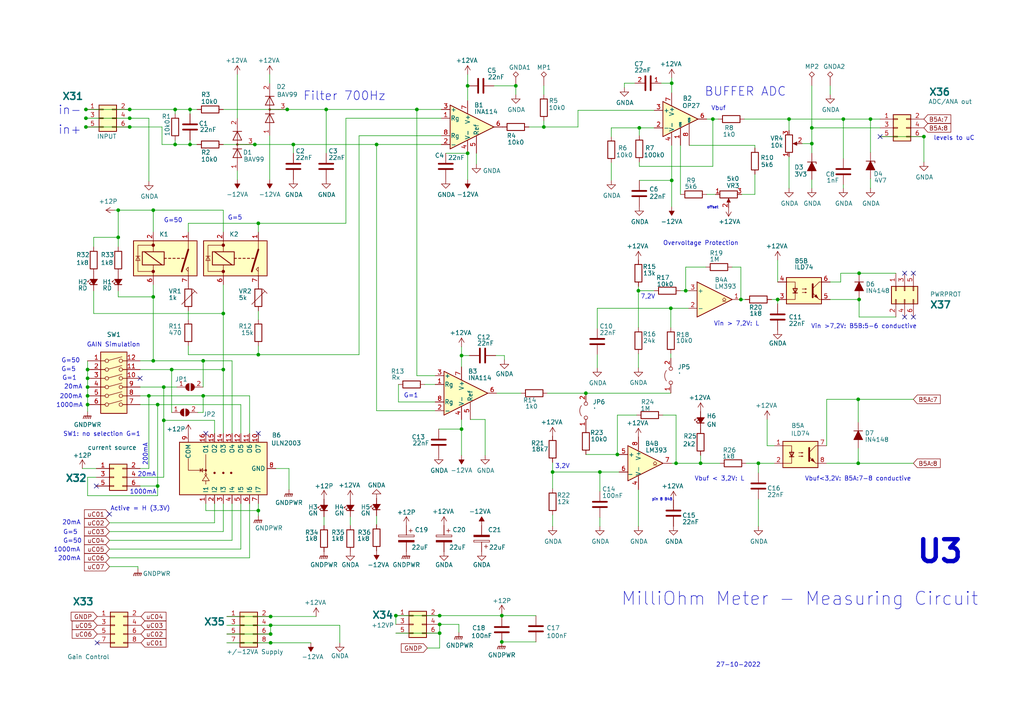
<source format=kicad_sch>
(kicad_sch (version 20211123) (generator eeschema)

  (uuid ee41cb8e-512d-41d2-81e1-3c50fff32aeb)

  (paper "A4")

  (title_block
    (rev "4")
  )

  (lib_symbols
    (symbol "Amplifier_Instrumentation:INA128" (pin_names (offset 0.127)) (in_bom yes) (on_board yes)
      (property "Reference" "U" (id 0) (at 3.81 3.175 0)
        (effects (font (size 1.27 1.27)) (justify left))
      )
      (property "Value" "INA128" (id 1) (at 3.81 -3.175 0)
        (effects (font (size 1.27 1.27)) (justify left))
      )
      (property "Footprint" "" (id 2) (at 2.54 0 0)
        (effects (font (size 1.27 1.27)) hide)
      )
      (property "Datasheet" "http://www.ti.com/lit/ds/symlink/ina128.pdf" (id 3) (at 2.54 0 0)
        (effects (font (size 1.27 1.27)) hide)
      )
      (property "ki_keywords" "instrumentation opamp" (id 4) (at 0 0 0)
        (effects (font (size 1.27 1.27)) hide)
      )
      (property "ki_description" "Precision, Low Power Instrumentation Amplifier G = 1 + 50kOhm/Rg, DIP-8/SOIC-8" (id 5) (at 0 0 0)
        (effects (font (size 1.27 1.27)) hide)
      )
      (property "ki_fp_filters" "DIP*W7.62mm* SOIC*P1.27mm*" (id 6) (at 0 0 0)
        (effects (font (size 1.27 1.27)) hide)
      )
      (symbol "INA128_0_1"
        (polyline
          (pts
            (xy 7.62 0)
            (xy -5.08 6.35)
            (xy -5.08 -6.35)
            (xy 7.62 0)
          )
          (stroke (width 0.254) (type default) (color 0 0 0 0))
          (fill (type background))
        )
      )
      (symbol "INA128_1_1"
        (pin passive line (at -7.62 2.54 0) (length 2.54)
          (name "Rg" (effects (font (size 1.27 1.27))))
          (number "1" (effects (font (size 1.27 1.27))))
        )
        (pin input line (at -7.62 -5.08 0) (length 2.54)
          (name "-" (effects (font (size 1.27 1.27))))
          (number "2" (effects (font (size 1.27 1.27))))
        )
        (pin input line (at -7.62 5.08 0) (length 2.54)
          (name "+" (effects (font (size 1.27 1.27))))
          (number "3" (effects (font (size 1.27 1.27))))
        )
        (pin power_in line (at 0 -7.62 90) (length 3.81)
          (name "V-" (effects (font (size 1.27 1.27))))
          (number "4" (effects (font (size 1.27 1.27))))
        )
        (pin input line (at 2.54 -7.62 90) (length 5.08)
          (name "Ref" (effects (font (size 1.27 1.27))))
          (number "5" (effects (font (size 1.27 1.27))))
        )
        (pin output line (at 10.16 0 180) (length 2.54)
          (name "~" (effects (font (size 1.27 1.27))))
          (number "6" (effects (font (size 1.27 1.27))))
        )
        (pin power_in line (at 0 7.62 270) (length 3.81)
          (name "V+" (effects (font (size 1.27 1.27))))
          (number "7" (effects (font (size 1.27 1.27))))
        )
        (pin passive line (at -7.62 -2.54 0) (length 2.54)
          (name "Rg" (effects (font (size 1.27 1.27))))
          (number "8" (effects (font (size 1.27 1.27))))
        )
      )
    )
    (symbol "Amplifier_Operational:OP77" (pin_names (offset 0.127)) (in_bom yes) (on_board yes)
      (property "Reference" "U" (id 0) (at 1.27 6.35 0)
        (effects (font (size 1.27 1.27)) (justify left))
      )
      (property "Value" "OP77" (id 1) (at 1.27 3.81 0)
        (effects (font (size 1.27 1.27)) (justify left))
      )
      (property "Footprint" "" (id 2) (at 1.27 1.27 0)
        (effects (font (size 1.27 1.27)) hide)
      )
      (property "Datasheet" "https://www.analog.com/media/en/technical-documentation/data-sheets/OP77.pdf" (id 3) (at 1.27 3.81 0)
        (effects (font (size 1.27 1.27)) hide)
      )
      (property "ki_keywords" "single opamp" (id 4) (at 0 0 0)
        (effects (font (size 1.27 1.27)) hide)
      )
      (property "ki_description" "Next Generation OP07 Ultralow Offset Voltage Operational Amplifier, DIP-8/TO-99-8" (id 5) (at 0 0 0)
        (effects (font (size 1.27 1.27)) hide)
      )
      (property "ki_fp_filters" "DIP*W7.62mm* SOIC*3.9x4.9mm*P1.27mm* TO*99*" (id 6) (at 0 0 0)
        (effects (font (size 1.27 1.27)) hide)
      )
      (symbol "OP77_0_1"
        (polyline
          (pts
            (xy -5.08 5.08)
            (xy 5.08 0)
            (xy -5.08 -5.08)
            (xy -5.08 5.08)
          )
          (stroke (width 0.254) (type default) (color 0 0 0 0))
          (fill (type background))
        )
      )
      (symbol "OP77_1_1"
        (pin input line (at 0 -7.62 90) (length 5.08)
          (name "VOS" (effects (font (size 0.508 0.508))))
          (number "1" (effects (font (size 1.27 1.27))))
        )
        (pin input line (at -7.62 -2.54 0) (length 2.54)
          (name "-" (effects (font (size 1.27 1.27))))
          (number "2" (effects (font (size 1.27 1.27))))
        )
        (pin input line (at -7.62 2.54 0) (length 2.54)
          (name "+" (effects (font (size 1.27 1.27))))
          (number "3" (effects (font (size 1.27 1.27))))
        )
        (pin power_in line (at -2.54 -7.62 90) (length 3.81)
          (name "V-" (effects (font (size 1.27 1.27))))
          (number "4" (effects (font (size 1.27 1.27))))
        )
        (pin no_connect line (at 0 2.54 270) (length 2.54) hide
          (name "NC" (effects (font (size 1.27 1.27))))
          (number "5" (effects (font (size 1.27 1.27))))
        )
        (pin output line (at 7.62 0 180) (length 2.54)
          (name "~" (effects (font (size 1.27 1.27))))
          (number "6" (effects (font (size 1.27 1.27))))
        )
        (pin power_in line (at -2.54 7.62 270) (length 3.81)
          (name "V+" (effects (font (size 1.27 1.27))))
          (number "7" (effects (font (size 1.27 1.27))))
        )
        (pin input line (at 2.54 -7.62 90) (length 6.35)
          (name "VOS" (effects (font (size 0.508 0.508))))
          (number "8" (effects (font (size 1.27 1.27))))
        )
      )
    )
    (symbol "C_1" (pin_names (offset 0.254)) (in_bom yes) (on_board yes)
      (property "Reference" "C" (id 0) (at 0.635 2.54 0)
        (effects (font (size 1.27 1.27)) (justify left))
      )
      (property "Value" "C_1" (id 1) (at 0.635 -2.54 0)
        (effects (font (size 1.27 1.27)) (justify left))
      )
      (property "Footprint" "" (id 2) (at 0.9652 -3.81 0)
        (effects (font (size 1.27 1.27)) hide)
      )
      (property "Datasheet" "~" (id 3) (at 0 0 0)
        (effects (font (size 1.27 1.27)) hide)
      )
      (property "ki_keywords" "cap capacitor" (id 4) (at 0 0 0)
        (effects (font (size 1.27 1.27)) hide)
      )
      (property "ki_description" "Unpolarized capacitor" (id 5) (at 0 0 0)
        (effects (font (size 1.27 1.27)) hide)
      )
      (property "ki_fp_filters" "C_*" (id 6) (at 0 0 0)
        (effects (font (size 1.27 1.27)) hide)
      )
      (symbol "C_1_0_1"
        (polyline
          (pts
            (xy -2.032 -0.762)
            (xy 2.032 -0.762)
          )
          (stroke (width 0.508) (type default) (color 0 0 0 0))
          (fill (type none))
        )
        (polyline
          (pts
            (xy -2.032 0.762)
            (xy 2.032 0.762)
          )
          (stroke (width 0.508) (type default) (color 0 0 0 0))
          (fill (type none))
        )
      )
      (symbol "C_1_1_1"
        (pin passive line (at 0 3.81 270) (length 2.794)
          (name "~" (effects (font (size 1.27 1.27))))
          (number "1" (effects (font (size 1.27 1.27))))
        )
        (pin passive line (at 0 -3.81 90) (length 2.794)
          (name "~" (effects (font (size 1.27 1.27))))
          (number "2" (effects (font (size 1.27 1.27))))
        )
      )
    )
    (symbol "Comparator:LM393" (pin_names (offset 0.127)) (in_bom yes) (on_board yes)
      (property "Reference" "U" (id 0) (at 3.81 3.81 0)
        (effects (font (size 1.27 1.27)))
      )
      (property "Value" "LM393" (id 1) (at 6.35 -3.81 0)
        (effects (font (size 1.27 1.27)))
      )
      (property "Footprint" "" (id 2) (at 0 0 0)
        (effects (font (size 1.27 1.27)) hide)
      )
      (property "Datasheet" "http://www.ti.com/lit/ds/symlink/lm393.pdf" (id 3) (at 0 0 0)
        (effects (font (size 1.27 1.27)) hide)
      )
      (property "ki_locked" "" (id 4) (at 0 0 0)
        (effects (font (size 1.27 1.27)))
      )
      (property "ki_keywords" "cmp open collector" (id 5) (at 0 0 0)
        (effects (font (size 1.27 1.27)) hide)
      )
      (property "ki_description" "Low-Power, Low-Offset Voltage, Dual Comparators, DIP-8/SOIC-8/TO-99-8" (id 6) (at 0 0 0)
        (effects (font (size 1.27 1.27)) hide)
      )
      (property "ki_fp_filters" "SOIC*3.9x4.9mm*P1.27mm* DIP*W7.62mm* SOP*5.28x5.23mm*P1.27mm* VSSOP*3.0x3.0mm*P0.65mm* TSSOP*4.4x3mm*P0.65mm*" (id 7) (at 0 0 0)
        (effects (font (size 1.27 1.27)) hide)
      )
      (symbol "LM393_1_1"
        (polyline
          (pts
            (xy -5.08 5.08)
            (xy 5.08 0)
            (xy -5.08 -5.08)
            (xy -5.08 5.08)
          )
          (stroke (width 0.254) (type default) (color 0 0 0 0))
          (fill (type background))
        )
        (polyline
          (pts
            (xy 3.302 -0.508)
            (xy 2.794 -0.508)
            (xy 3.302 0)
            (xy 2.794 0.508)
            (xy 2.286 0)
            (xy 2.794 -0.508)
            (xy 2.286 -0.508)
          )
          (stroke (width 0.127) (type default) (color 0 0 0 0))
          (fill (type none))
        )
        (pin open_collector line (at 7.62 0 180) (length 2.54)
          (name "~" (effects (font (size 1.27 1.27))))
          (number "1" (effects (font (size 1.27 1.27))))
        )
        (pin input line (at -7.62 -2.54 0) (length 2.54)
          (name "-" (effects (font (size 1.27 1.27))))
          (number "2" (effects (font (size 1.27 1.27))))
        )
        (pin input line (at -7.62 2.54 0) (length 2.54)
          (name "+" (effects (font (size 1.27 1.27))))
          (number "3" (effects (font (size 1.27 1.27))))
        )
      )
      (symbol "LM393_2_1"
        (polyline
          (pts
            (xy -5.08 5.08)
            (xy 5.08 0)
            (xy -5.08 -5.08)
            (xy -5.08 5.08)
          )
          (stroke (width 0.254) (type default) (color 0 0 0 0))
          (fill (type background))
        )
        (polyline
          (pts
            (xy 3.302 -0.508)
            (xy 2.794 -0.508)
            (xy 3.302 0)
            (xy 2.794 0.508)
            (xy 2.286 0)
            (xy 2.794 -0.508)
            (xy 2.286 -0.508)
          )
          (stroke (width 0.127) (type default) (color 0 0 0 0))
          (fill (type none))
        )
        (pin input line (at -7.62 2.54 0) (length 2.54)
          (name "+" (effects (font (size 1.27 1.27))))
          (number "5" (effects (font (size 1.27 1.27))))
        )
        (pin input line (at -7.62 -2.54 0) (length 2.54)
          (name "_" (effects (font (size 1.27 1.27))))
          (number "6" (effects (font (size 1.27 1.27))))
        )
        (pin open_collector line (at 7.62 0 180) (length 2.54)
          (name "~" (effects (font (size 1.27 1.27))))
          (number "7" (effects (font (size 1.27 1.27))))
        )
      )
      (symbol "LM393_3_1"
        (pin power_in line (at -2.54 -7.62 90) (length 3.81)
          (name "V-" (effects (font (size 1.27 1.27))))
          (number "4" (effects (font (size 1.27 1.27))))
        )
        (pin power_in line (at -2.54 7.62 270) (length 3.81)
          (name "V+" (effects (font (size 1.27 1.27))))
          (number "8" (effects (font (size 1.27 1.27))))
        )
      )
    )
    (symbol "Connector:TestPoint_Alt" (pin_numbers hide) (pin_names (offset 0.762) hide) (in_bom yes) (on_board yes)
      (property "Reference" "TP" (id 0) (at 0 6.858 0)
        (effects (font (size 1.27 1.27)))
      )
      (property "Value" "TestPoint_Alt" (id 1) (at 0 5.08 0)
        (effects (font (size 1.27 1.27)))
      )
      (property "Footprint" "" (id 2) (at 5.08 0 0)
        (effects (font (size 1.27 1.27)) hide)
      )
      (property "Datasheet" "~" (id 3) (at 5.08 0 0)
        (effects (font (size 1.27 1.27)) hide)
      )
      (property "ki_keywords" "test point tp" (id 4) (at 0 0 0)
        (effects (font (size 1.27 1.27)) hide)
      )
      (property "ki_description" "test point (alternative shape)" (id 5) (at 0 0 0)
        (effects (font (size 1.27 1.27)) hide)
      )
      (property "ki_fp_filters" "Pin* Test*" (id 6) (at 0 0 0)
        (effects (font (size 1.27 1.27)) hide)
      )
      (symbol "TestPoint_Alt_0_1"
        (polyline
          (pts
            (xy 0 2.54)
            (xy -0.762 3.302)
            (xy 0 4.064)
            (xy 0.762 3.302)
            (xy 0 2.54)
          )
          (stroke (width 0) (type default) (color 0 0 0 0))
          (fill (type none))
        )
      )
      (symbol "TestPoint_Alt_1_1"
        (pin passive line (at 0 0 90) (length 2.54)
          (name "1" (effects (font (size 1.27 1.27))))
          (number "1" (effects (font (size 1.27 1.27))))
        )
      )
    )
    (symbol "Connector_Generic:Conn_02x03_Odd_Even" (pin_names (offset 1.016) hide) (in_bom yes) (on_board yes)
      (property "Reference" "J" (id 0) (at 1.27 5.08 0)
        (effects (font (size 1.27 1.27)))
      )
      (property "Value" "Conn_02x03_Odd_Even" (id 1) (at 1.27 -5.08 0)
        (effects (font (size 1.27 1.27)))
      )
      (property "Footprint" "" (id 2) (at 0 0 0)
        (effects (font (size 1.27 1.27)) hide)
      )
      (property "Datasheet" "~" (id 3) (at 0 0 0)
        (effects (font (size 1.27 1.27)) hide)
      )
      (property "ki_keywords" "connector" (id 4) (at 0 0 0)
        (effects (font (size 1.27 1.27)) hide)
      )
      (property "ki_description" "Generic connector, double row, 02x03, odd/even pin numbering scheme (row 1 odd numbers, row 2 even numbers), script generated (kicad-library-utils/schlib/autogen/connector/)" (id 5) (at 0 0 0)
        (effects (font (size 1.27 1.27)) hide)
      )
      (property "ki_fp_filters" "Connector*:*_2x??_*" (id 6) (at 0 0 0)
        (effects (font (size 1.27 1.27)) hide)
      )
      (symbol "Conn_02x03_Odd_Even_1_1"
        (rectangle (start -1.27 -2.413) (end 0 -2.667)
          (stroke (width 0.1524) (type default) (color 0 0 0 0))
          (fill (type none))
        )
        (rectangle (start -1.27 0.127) (end 0 -0.127)
          (stroke (width 0.1524) (type default) (color 0 0 0 0))
          (fill (type none))
        )
        (rectangle (start -1.27 2.667) (end 0 2.413)
          (stroke (width 0.1524) (type default) (color 0 0 0 0))
          (fill (type none))
        )
        (rectangle (start -1.27 3.81) (end 3.81 -3.81)
          (stroke (width 0.254) (type default) (color 0 0 0 0))
          (fill (type background))
        )
        (rectangle (start 3.81 -2.413) (end 2.54 -2.667)
          (stroke (width 0.1524) (type default) (color 0 0 0 0))
          (fill (type none))
        )
        (rectangle (start 3.81 0.127) (end 2.54 -0.127)
          (stroke (width 0.1524) (type default) (color 0 0 0 0))
          (fill (type none))
        )
        (rectangle (start 3.81 2.667) (end 2.54 2.413)
          (stroke (width 0.1524) (type default) (color 0 0 0 0))
          (fill (type none))
        )
        (pin passive line (at -5.08 2.54 0) (length 3.81)
          (name "Pin_1" (effects (font (size 1.27 1.27))))
          (number "1" (effects (font (size 1.27 1.27))))
        )
        (pin passive line (at 7.62 2.54 180) (length 3.81)
          (name "Pin_2" (effects (font (size 1.27 1.27))))
          (number "2" (effects (font (size 1.27 1.27))))
        )
        (pin passive line (at -5.08 0 0) (length 3.81)
          (name "Pin_3" (effects (font (size 1.27 1.27))))
          (number "3" (effects (font (size 1.27 1.27))))
        )
        (pin passive line (at 7.62 0 180) (length 3.81)
          (name "Pin_4" (effects (font (size 1.27 1.27))))
          (number "4" (effects (font (size 1.27 1.27))))
        )
        (pin passive line (at -5.08 -2.54 0) (length 3.81)
          (name "Pin_5" (effects (font (size 1.27 1.27))))
          (number "5" (effects (font (size 1.27 1.27))))
        )
        (pin passive line (at 7.62 -2.54 180) (length 3.81)
          (name "Pin_6" (effects (font (size 1.27 1.27))))
          (number "6" (effects (font (size 1.27 1.27))))
        )
      )
    )
    (symbol "Connector_Generic:Conn_02x04_Odd_Even" (pin_names (offset 1.016) hide) (in_bom yes) (on_board yes)
      (property "Reference" "J" (id 0) (at 1.27 5.08 0)
        (effects (font (size 1.27 1.27)))
      )
      (property "Value" "Conn_02x04_Odd_Even" (id 1) (at 1.27 -7.62 0)
        (effects (font (size 1.27 1.27)))
      )
      (property "Footprint" "" (id 2) (at 0 0 0)
        (effects (font (size 1.27 1.27)) hide)
      )
      (property "Datasheet" "~" (id 3) (at 0 0 0)
        (effects (font (size 1.27 1.27)) hide)
      )
      (property "ki_keywords" "connector" (id 4) (at 0 0 0)
        (effects (font (size 1.27 1.27)) hide)
      )
      (property "ki_description" "Generic connector, double row, 02x04, odd/even pin numbering scheme (row 1 odd numbers, row 2 even numbers), script generated (kicad-library-utils/schlib/autogen/connector/)" (id 5) (at 0 0 0)
        (effects (font (size 1.27 1.27)) hide)
      )
      (property "ki_fp_filters" "Connector*:*_2x??_*" (id 6) (at 0 0 0)
        (effects (font (size 1.27 1.27)) hide)
      )
      (symbol "Conn_02x04_Odd_Even_1_1"
        (rectangle (start -1.27 -4.953) (end 0 -5.207)
          (stroke (width 0.1524) (type default) (color 0 0 0 0))
          (fill (type none))
        )
        (rectangle (start -1.27 -2.413) (end 0 -2.667)
          (stroke (width 0.1524) (type default) (color 0 0 0 0))
          (fill (type none))
        )
        (rectangle (start -1.27 0.127) (end 0 -0.127)
          (stroke (width 0.1524) (type default) (color 0 0 0 0))
          (fill (type none))
        )
        (rectangle (start -1.27 2.667) (end 0 2.413)
          (stroke (width 0.1524) (type default) (color 0 0 0 0))
          (fill (type none))
        )
        (rectangle (start -1.27 3.81) (end 3.81 -6.35)
          (stroke (width 0.254) (type default) (color 0 0 0 0))
          (fill (type background))
        )
        (rectangle (start 3.81 -4.953) (end 2.54 -5.207)
          (stroke (width 0.1524) (type default) (color 0 0 0 0))
          (fill (type none))
        )
        (rectangle (start 3.81 -2.413) (end 2.54 -2.667)
          (stroke (width 0.1524) (type default) (color 0 0 0 0))
          (fill (type none))
        )
        (rectangle (start 3.81 0.127) (end 2.54 -0.127)
          (stroke (width 0.1524) (type default) (color 0 0 0 0))
          (fill (type none))
        )
        (rectangle (start 3.81 2.667) (end 2.54 2.413)
          (stroke (width 0.1524) (type default) (color 0 0 0 0))
          (fill (type none))
        )
        (pin passive line (at -5.08 2.54 0) (length 3.81)
          (name "Pin_1" (effects (font (size 1.27 1.27))))
          (number "1" (effects (font (size 1.27 1.27))))
        )
        (pin passive line (at 7.62 2.54 180) (length 3.81)
          (name "Pin_2" (effects (font (size 1.27 1.27))))
          (number "2" (effects (font (size 1.27 1.27))))
        )
        (pin passive line (at -5.08 0 0) (length 3.81)
          (name "Pin_3" (effects (font (size 1.27 1.27))))
          (number "3" (effects (font (size 1.27 1.27))))
        )
        (pin passive line (at 7.62 0 180) (length 3.81)
          (name "Pin_4" (effects (font (size 1.27 1.27))))
          (number "4" (effects (font (size 1.27 1.27))))
        )
        (pin passive line (at -5.08 -2.54 0) (length 3.81)
          (name "Pin_5" (effects (font (size 1.27 1.27))))
          (number "5" (effects (font (size 1.27 1.27))))
        )
        (pin passive line (at 7.62 -2.54 180) (length 3.81)
          (name "Pin_6" (effects (font (size 1.27 1.27))))
          (number "6" (effects (font (size 1.27 1.27))))
        )
        (pin passive line (at -5.08 -5.08 0) (length 3.81)
          (name "Pin_7" (effects (font (size 1.27 1.27))))
          (number "7" (effects (font (size 1.27 1.27))))
        )
        (pin passive line (at 7.62 -5.08 180) (length 3.81)
          (name "Pin_8" (effects (font (size 1.27 1.27))))
          (number "8" (effects (font (size 1.27 1.27))))
        )
      )
    )
    (symbol "Device:C" (pin_numbers hide) (pin_names (offset 0.254)) (in_bom yes) (on_board yes)
      (property "Reference" "C" (id 0) (at 0.635 2.54 0)
        (effects (font (size 1.27 1.27)) (justify left))
      )
      (property "Value" "C" (id 1) (at 0.635 -2.54 0)
        (effects (font (size 1.27 1.27)) (justify left))
      )
      (property "Footprint" "" (id 2) (at 0.9652 -3.81 0)
        (effects (font (size 1.27 1.27)) hide)
      )
      (property "Datasheet" "~" (id 3) (at 0 0 0)
        (effects (font (size 1.27 1.27)) hide)
      )
      (property "ki_keywords" "cap capacitor" (id 4) (at 0 0 0)
        (effects (font (size 1.27 1.27)) hide)
      )
      (property "ki_description" "Unpolarized capacitor" (id 5) (at 0 0 0)
        (effects (font (size 1.27 1.27)) hide)
      )
      (property "ki_fp_filters" "C_*" (id 6) (at 0 0 0)
        (effects (font (size 1.27 1.27)) hide)
      )
      (symbol "C_0_1"
        (polyline
          (pts
            (xy -2.032 -0.762)
            (xy 2.032 -0.762)
          )
          (stroke (width 0.508) (type default) (color 0 0 0 0))
          (fill (type none))
        )
        (polyline
          (pts
            (xy -2.032 0.762)
            (xy 2.032 0.762)
          )
          (stroke (width 0.508) (type default) (color 0 0 0 0))
          (fill (type none))
        )
      )
      (symbol "C_1_1"
        (pin passive line (at 0 3.81 270) (length 2.794)
          (name "~" (effects (font (size 1.27 1.27))))
          (number "1" (effects (font (size 1.27 1.27))))
        )
        (pin passive line (at 0 -3.81 90) (length 2.794)
          (name "~" (effects (font (size 1.27 1.27))))
          (number "2" (effects (font (size 1.27 1.27))))
        )
      )
    )
    (symbol "Device:CP" (pin_numbers hide) (pin_names (offset 0.254)) (in_bom yes) (on_board yes)
      (property "Reference" "C" (id 0) (at 0.635 2.54 0)
        (effects (font (size 1.27 1.27)) (justify left))
      )
      (property "Value" "Device_CP" (id 1) (at 0.635 -2.54 0)
        (effects (font (size 1.27 1.27)) (justify left))
      )
      (property "Footprint" "" (id 2) (at 0.9652 -3.81 0)
        (effects (font (size 1.27 1.27)) hide)
      )
      (property "Datasheet" "" (id 3) (at 0 0 0)
        (effects (font (size 1.27 1.27)) hide)
      )
      (property "ki_fp_filters" "CP_*" (id 4) (at 0 0 0)
        (effects (font (size 1.27 1.27)) hide)
      )
      (symbol "CP_0_1"
        (rectangle (start -2.286 0.508) (end 2.286 1.016)
          (stroke (width 0) (type default) (color 0 0 0 0))
          (fill (type none))
        )
        (polyline
          (pts
            (xy -1.778 2.286)
            (xy -0.762 2.286)
          )
          (stroke (width 0) (type default) (color 0 0 0 0))
          (fill (type none))
        )
        (polyline
          (pts
            (xy -1.27 2.794)
            (xy -1.27 1.778)
          )
          (stroke (width 0) (type default) (color 0 0 0 0))
          (fill (type none))
        )
        (rectangle (start 2.286 -0.508) (end -2.286 -1.016)
          (stroke (width 0) (type default) (color 0 0 0 0))
          (fill (type outline))
        )
      )
      (symbol "CP_1_1"
        (pin passive line (at 0 3.81 270) (length 2.794)
          (name "~" (effects (font (size 1.27 1.27))))
          (number "1" (effects (font (size 1.27 1.27))))
        )
        (pin passive line (at 0 -3.81 90) (length 2.794)
          (name "~" (effects (font (size 1.27 1.27))))
          (number "2" (effects (font (size 1.27 1.27))))
        )
      )
    )
    (symbol "Device:D_ALT" (pin_numbers hide) (pin_names (offset 1.016) hide) (in_bom yes) (on_board yes)
      (property "Reference" "D" (id 0) (at 0 2.54 0)
        (effects (font (size 1.27 1.27)))
      )
      (property "Value" "Device_D_ALT" (id 1) (at 0 -2.54 0)
        (effects (font (size 1.27 1.27)))
      )
      (property "Footprint" "" (id 2) (at 0 0 0)
        (effects (font (size 1.27 1.27)) hide)
      )
      (property "Datasheet" "" (id 3) (at 0 0 0)
        (effects (font (size 1.27 1.27)) hide)
      )
      (property "ki_fp_filters" "TO-???* *_Diode_* *SingleDiode* D_*" (id 4) (at 0 0 0)
        (effects (font (size 1.27 1.27)) hide)
      )
      (symbol "D_ALT_0_1"
        (polyline
          (pts
            (xy -1.27 1.27)
            (xy -1.27 -1.27)
          )
          (stroke (width 0.2032) (type default) (color 0 0 0 0))
          (fill (type none))
        )
        (polyline
          (pts
            (xy 1.27 0)
            (xy -1.27 0)
          )
          (stroke (width 0) (type default) (color 0 0 0 0))
          (fill (type none))
        )
        (polyline
          (pts
            (xy 1.27 1.27)
            (xy 1.27 -1.27)
            (xy -1.27 0)
            (xy 1.27 1.27)
          )
          (stroke (width 0.2032) (type default) (color 0 0 0 0))
          (fill (type outline))
        )
      )
      (symbol "D_ALT_1_1"
        (pin passive line (at -3.81 0 0) (length 2.54)
          (name "K" (effects (font (size 1.27 1.27))))
          (number "1" (effects (font (size 1.27 1.27))))
        )
        (pin passive line (at 3.81 0 180) (length 2.54)
          (name "A" (effects (font (size 1.27 1.27))))
          (number "2" (effects (font (size 1.27 1.27))))
        )
      )
    )
    (symbol "Device:D_Zener_ALT" (pin_numbers hide) (pin_names (offset 1.016) hide) (in_bom yes) (on_board yes)
      (property "Reference" "D" (id 0) (at 0 2.54 0)
        (effects (font (size 1.27 1.27)))
      )
      (property "Value" "Device_D_Zener_ALT" (id 1) (at 0 -2.54 0)
        (effects (font (size 1.27 1.27)))
      )
      (property "Footprint" "" (id 2) (at 0 0 0)
        (effects (font (size 1.27 1.27)) hide)
      )
      (property "Datasheet" "" (id 3) (at 0 0 0)
        (effects (font (size 1.27 1.27)) hide)
      )
      (property "ki_fp_filters" "TO-???* *_Diode_* *SingleDiode* D_*" (id 4) (at 0 0 0)
        (effects (font (size 1.27 1.27)) hide)
      )
      (symbol "D_Zener_ALT_0_1"
        (polyline
          (pts
            (xy 1.27 0)
            (xy -1.27 0)
          )
          (stroke (width 0) (type default) (color 0 0 0 0))
          (fill (type none))
        )
        (polyline
          (pts
            (xy -1.27 -1.27)
            (xy -1.27 1.27)
            (xy -0.762 1.27)
          )
          (stroke (width 0.2032) (type default) (color 0 0 0 0))
          (fill (type none))
        )
        (polyline
          (pts
            (xy 1.27 -1.27)
            (xy 1.27 1.27)
            (xy -1.27 0)
            (xy 1.27 -1.27)
          )
          (stroke (width 0.2032) (type default) (color 0 0 0 0))
          (fill (type outline))
        )
      )
      (symbol "D_Zener_ALT_1_1"
        (pin passive line (at -3.81 0 0) (length 2.54)
          (name "K" (effects (font (size 1.27 1.27))))
          (number "1" (effects (font (size 1.27 1.27))))
        )
        (pin passive line (at 3.81 0 180) (length 2.54)
          (name "A" (effects (font (size 1.27 1.27))))
          (number "2" (effects (font (size 1.27 1.27))))
        )
      )
    )
    (symbol "Device:LED_Small_Filled" (pin_numbers hide) (pin_names (offset 0.254) hide) (in_bom yes) (on_board yes)
      (property "Reference" "D" (id 0) (at -1.27 3.175 0)
        (effects (font (size 1.27 1.27)) (justify left))
      )
      (property "Value" "LED_Small_Filled" (id 1) (at -4.445 -2.54 0)
        (effects (font (size 1.27 1.27)) (justify left))
      )
      (property "Footprint" "" (id 2) (at 0 0 90)
        (effects (font (size 1.27 1.27)) hide)
      )
      (property "Datasheet" "~" (id 3) (at 0 0 90)
        (effects (font (size 1.27 1.27)) hide)
      )
      (property "ki_keywords" "LED diode light-emitting-diode" (id 4) (at 0 0 0)
        (effects (font (size 1.27 1.27)) hide)
      )
      (property "ki_description" "Light emitting diode, small symbol, filled shape" (id 5) (at 0 0 0)
        (effects (font (size 1.27 1.27)) hide)
      )
      (property "ki_fp_filters" "LED* LED_SMD:* LED_THT:*" (id 6) (at 0 0 0)
        (effects (font (size 1.27 1.27)) hide)
      )
      (symbol "LED_Small_Filled_0_1"
        (polyline
          (pts
            (xy -0.762 -1.016)
            (xy -0.762 1.016)
          )
          (stroke (width 0.254) (type default) (color 0 0 0 0))
          (fill (type none))
        )
        (polyline
          (pts
            (xy 1.016 0)
            (xy -0.762 0)
          )
          (stroke (width 0) (type default) (color 0 0 0 0))
          (fill (type none))
        )
        (polyline
          (pts
            (xy 0.762 -1.016)
            (xy -0.762 0)
            (xy 0.762 1.016)
            (xy 0.762 -1.016)
          )
          (stroke (width 0.254) (type default) (color 0 0 0 0))
          (fill (type outline))
        )
        (polyline
          (pts
            (xy 0 0.762)
            (xy -0.508 1.27)
            (xy -0.254 1.27)
            (xy -0.508 1.27)
            (xy -0.508 1.016)
          )
          (stroke (width 0) (type default) (color 0 0 0 0))
          (fill (type none))
        )
        (polyline
          (pts
            (xy 0.508 1.27)
            (xy 0 1.778)
            (xy 0.254 1.778)
            (xy 0 1.778)
            (xy 0 1.524)
          )
          (stroke (width 0) (type default) (color 0 0 0 0))
          (fill (type none))
        )
      )
      (symbol "LED_Small_Filled_1_1"
        (pin passive line (at -2.54 0 0) (length 1.778)
          (name "K" (effects (font (size 1.27 1.27))))
          (number "1" (effects (font (size 1.27 1.27))))
        )
        (pin passive line (at 2.54 0 180) (length 1.778)
          (name "A" (effects (font (size 1.27 1.27))))
          (number "2" (effects (font (size 1.27 1.27))))
        )
      )
    )
    (symbol "Device:R" (pin_numbers hide) (pin_names (offset 0)) (in_bom yes) (on_board yes)
      (property "Reference" "R" (id 0) (at 2.032 0 90)
        (effects (font (size 1.27 1.27)))
      )
      (property "Value" "R" (id 1) (at 0 0 90)
        (effects (font (size 1.27 1.27)))
      )
      (property "Footprint" "" (id 2) (at -1.778 0 90)
        (effects (font (size 1.27 1.27)) hide)
      )
      (property "Datasheet" "~" (id 3) (at 0 0 0)
        (effects (font (size 1.27 1.27)) hide)
      )
      (property "ki_keywords" "R res resistor" (id 4) (at 0 0 0)
        (effects (font (size 1.27 1.27)) hide)
      )
      (property "ki_description" "Resistor" (id 5) (at 0 0 0)
        (effects (font (size 1.27 1.27)) hide)
      )
      (property "ki_fp_filters" "R_*" (id 6) (at 0 0 0)
        (effects (font (size 1.27 1.27)) hide)
      )
      (symbol "R_0_1"
        (rectangle (start -1.016 -2.54) (end 1.016 2.54)
          (stroke (width 0.254) (type default) (color 0 0 0 0))
          (fill (type none))
        )
      )
      (symbol "R_1_1"
        (pin passive line (at 0 3.81 270) (length 1.27)
          (name "~" (effects (font (size 1.27 1.27))))
          (number "1" (effects (font (size 1.27 1.27))))
        )
        (pin passive line (at 0 -3.81 90) (length 1.27)
          (name "~" (effects (font (size 1.27 1.27))))
          (number "2" (effects (font (size 1.27 1.27))))
        )
      )
    )
    (symbol "Device:RTRIM" (pin_numbers hide) (pin_names (offset 0)) (in_bom yes) (on_board yes)
      (property "Reference" "R" (id 0) (at 2.54 -2.54 90)
        (effects (font (size 1.27 1.27)) (justify left))
      )
      (property "Value" "Device_RTRIM" (id 1) (at -2.54 -0.635 90)
        (effects (font (size 1.27 1.27)) (justify left))
      )
      (property "Footprint" "" (id 2) (at -1.778 0 90)
        (effects (font (size 1.27 1.27)) hide)
      )
      (property "Datasheet" "" (id 3) (at 0 0 0)
        (effects (font (size 1.27 1.27)) hide)
      )
      (property "ki_fp_filters" "R_*" (id 4) (at 0 0 0)
        (effects (font (size 1.27 1.27)) hide)
      )
      (symbol "RTRIM_0_1"
        (rectangle (start -1.016 -2.54) (end 1.016 2.54)
          (stroke (width 0.254) (type default) (color 0 0 0 0))
          (fill (type none))
        )
        (polyline
          (pts
            (xy -1.905 -1.905)
            (xy 1.905 1.905)
            (xy 2.54 1.27)
            (xy 1.27 2.54)
          )
          (stroke (width 0) (type default) (color 0 0 0 0))
          (fill (type none))
        )
      )
      (symbol "RTRIM_1_1"
        (pin passive line (at 0 3.81 270) (length 1.27)
          (name "~" (effects (font (size 1.27 1.27))))
          (number "1" (effects (font (size 1.27 1.27))))
        )
        (pin passive line (at 0 -3.81 90) (length 1.27)
          (name "~" (effects (font (size 1.27 1.27))))
          (number "2" (effects (font (size 1.27 1.27))))
        )
      )
    )
    (symbol "Device:R_POT" (pin_names (offset 1.016) hide) (in_bom yes) (on_board yes)
      (property "Reference" "RV" (id 0) (at -4.445 0 90)
        (effects (font (size 1.27 1.27)))
      )
      (property "Value" "Device_R_POT" (id 1) (at -2.54 0 90)
        (effects (font (size 1.27 1.27)))
      )
      (property "Footprint" "" (id 2) (at 0 0 0)
        (effects (font (size 1.27 1.27)) hide)
      )
      (property "Datasheet" "" (id 3) (at 0 0 0)
        (effects (font (size 1.27 1.27)) hide)
      )
      (property "ki_fp_filters" "Potentiometer*" (id 4) (at 0 0 0)
        (effects (font (size 1.27 1.27)) hide)
      )
      (symbol "R_POT_0_1"
        (polyline
          (pts
            (xy 2.54 0)
            (xy 1.524 0)
          )
          (stroke (width 0) (type default) (color 0 0 0 0))
          (fill (type none))
        )
        (polyline
          (pts
            (xy 1.143 0)
            (xy 2.286 0.508)
            (xy 2.286 -0.508)
            (xy 1.143 0)
          )
          (stroke (width 0) (type default) (color 0 0 0 0))
          (fill (type outline))
        )
        (rectangle (start 1.016 2.54) (end -1.016 -2.54)
          (stroke (width 0.254) (type default) (color 0 0 0 0))
          (fill (type none))
        )
      )
      (symbol "R_POT_1_1"
        (pin passive line (at 0 3.81 270) (length 1.27)
          (name "1" (effects (font (size 1.27 1.27))))
          (number "1" (effects (font (size 1.27 1.27))))
        )
        (pin passive line (at 3.81 0 180) (length 1.27)
          (name "2" (effects (font (size 1.27 1.27))))
          (number "2" (effects (font (size 1.27 1.27))))
        )
        (pin passive line (at 0 -3.81 90) (length 1.27)
          (name "3" (effects (font (size 1.27 1.27))))
          (number "3" (effects (font (size 1.27 1.27))))
        )
      )
    )
    (symbol "Diode:BAV99" (pin_names hide) (in_bom yes) (on_board yes)
      (property "Reference" "D" (id 0) (at 0 5.08 0)
        (effects (font (size 1.27 1.27)))
      )
      (property "Value" "BAV99" (id 1) (at 0 2.54 0)
        (effects (font (size 1.27 1.27)))
      )
      (property "Footprint" "Package_TO_SOT_SMD:SOT-23" (id 2) (at 0 -12.7 0)
        (effects (font (size 1.27 1.27)) hide)
      )
      (property "Datasheet" "https://assets.nexperia.com/documents/data-sheet/BAV99_SER.pdf" (id 3) (at 0 0 0)
        (effects (font (size 1.27 1.27)) hide)
      )
      (property "ki_keywords" "diode" (id 4) (at 0 0 0)
        (effects (font (size 1.27 1.27)) hide)
      )
      (property "ki_description" "BAV99 High-speed switching diodes, SOT-23" (id 5) (at 0 0 0)
        (effects (font (size 1.27 1.27)) hide)
      )
      (property "ki_fp_filters" "SOT?23*" (id 6) (at 0 0 0)
        (effects (font (size 1.27 1.27)) hide)
      )
      (symbol "BAV99_0_1"
        (polyline
          (pts
            (xy -5.08 0)
            (xy 5.08 0)
          )
          (stroke (width 0) (type default) (color 0 0 0 0))
          (fill (type none))
        )
      )
      (symbol "BAV99_1_1"
        (polyline
          (pts
            (xy 0 0)
            (xy 0 -2.54)
          )
          (stroke (width 0) (type default) (color 0 0 0 0))
          (fill (type none))
        )
        (polyline
          (pts
            (xy -1.27 -1.27)
            (xy -1.27 1.27)
            (xy -1.27 1.27)
          )
          (stroke (width 0.2032) (type default) (color 0 0 0 0))
          (fill (type none))
        )
        (polyline
          (pts
            (xy 3.81 1.27)
            (xy 3.81 -1.27)
            (xy 3.81 -1.27)
          )
          (stroke (width 0.2032) (type default) (color 0 0 0 0))
          (fill (type none))
        )
        (polyline
          (pts
            (xy -3.81 1.27)
            (xy -1.27 0)
            (xy -3.81 -1.27)
            (xy -3.81 1.27)
            (xy -3.81 1.27)
            (xy -3.81 1.27)
          )
          (stroke (width 0.2032) (type default) (color 0 0 0 0))
          (fill (type none))
        )
        (polyline
          (pts
            (xy 1.27 1.27)
            (xy 3.81 0)
            (xy 1.27 -1.27)
            (xy 1.27 1.27)
            (xy 1.27 1.27)
            (xy 1.27 1.27)
          )
          (stroke (width 0.2032) (type default) (color 0 0 0 0))
          (fill (type none))
        )
        (circle (center 0 0) (radius 0.254)
          (stroke (width 0) (type default) (color 0 0 0 0))
          (fill (type outline))
        )
        (pin passive line (at -7.62 0 0) (length 2.54)
          (name "K" (effects (font (size 1.27 1.27))))
          (number "1" (effects (font (size 1.27 1.27))))
        )
        (pin passive line (at 7.62 0 180) (length 2.54)
          (name "A" (effects (font (size 1.27 1.27))))
          (number "2" (effects (font (size 1.27 1.27))))
        )
        (pin passive line (at 0 -5.08 90) (length 2.54)
          (name "K" (effects (font (size 1.27 1.27))))
          (number "3" (effects (font (size 1.27 1.27))))
        )
      )
    )
    (symbol "Isolator:ILD74" (pin_names (offset 1.016)) (in_bom yes) (on_board yes)
      (property "Reference" "U" (id 0) (at -5.08 5.08 0)
        (effects (font (size 1.27 1.27)) (justify left))
      )
      (property "Value" "ILD74" (id 1) (at 0 5.08 0)
        (effects (font (size 1.27 1.27)) (justify left))
      )
      (property "Footprint" "" (id 2) (at -5.08 -5.08 0)
        (effects (font (size 1.27 1.27) italic) (justify left) hide)
      )
      (property "Datasheet" "https://www.vishay.com/docs/83640/ild74.pdf" (id 3) (at 0 0 0)
        (effects (font (size 1.27 1.27)) (justify left) hide)
      )
      (property "ki_keywords" "NPN DC Dual Optocoupler" (id 4) (at 0 0 0)
        (effects (font (size 1.27 1.27)) hide)
      )
      (property "ki_description" "Dual Optocoupler, NPN Phototransistor Output, TTL compatible, DIP8/SMD8" (id 5) (at 0 0 0)
        (effects (font (size 1.27 1.27)) hide)
      )
      (property "ki_fp_filters" "DIP*W7.62mm* DIP*W10.16mm* SMDIP*W9.53mm*Clearance8mm*" (id 6) (at 0 0 0)
        (effects (font (size 1.27 1.27)) hide)
      )
      (symbol "ILD74_0_1"
        (rectangle (start -5.08 3.81) (end 5.08 -3.81)
          (stroke (width 0.254) (type default) (color 0 0 0 0))
          (fill (type background))
        )
        (polyline
          (pts
            (xy -3.175 -0.635)
            (xy -1.905 -0.635)
          )
          (stroke (width 0.254) (type default) (color 0 0 0 0))
          (fill (type none))
        )
        (polyline
          (pts
            (xy 2.54 0.635)
            (xy 4.445 2.54)
          )
          (stroke (width 0) (type default) (color 0 0 0 0))
          (fill (type none))
        )
        (polyline
          (pts
            (xy 4.445 -2.54)
            (xy 2.54 -0.635)
          )
          (stroke (width 0) (type default) (color 0 0 0 0))
          (fill (type outline))
        )
        (polyline
          (pts
            (xy 4.445 -2.54)
            (xy 5.08 -2.54)
          )
          (stroke (width 0) (type default) (color 0 0 0 0))
          (fill (type none))
        )
        (polyline
          (pts
            (xy 4.445 2.54)
            (xy 5.08 2.54)
          )
          (stroke (width 0) (type default) (color 0 0 0 0))
          (fill (type none))
        )
        (polyline
          (pts
            (xy -5.08 2.54)
            (xy -2.54 2.54)
            (xy -2.54 0.635)
          )
          (stroke (width 0) (type default) (color 0 0 0 0))
          (fill (type none))
        )
        (polyline
          (pts
            (xy 2.54 1.905)
            (xy 2.54 -1.905)
            (xy 2.54 -1.905)
          )
          (stroke (width 0.508) (type default) (color 0 0 0 0))
          (fill (type none))
        )
        (polyline
          (pts
            (xy -2.54 -0.635)
            (xy -3.175 0.635)
            (xy -1.905 0.635)
            (xy -2.54 -0.635)
          )
          (stroke (width 0.254) (type default) (color 0 0 0 0))
          (fill (type none))
        )
        (polyline
          (pts
            (xy -2.54 -0.635)
            (xy -2.54 1.27)
            (xy -2.54 -2.54)
            (xy -5.08 -2.54)
          )
          (stroke (width 0) (type default) (color 0 0 0 0))
          (fill (type none))
        )
        (polyline
          (pts
            (xy -0.508 -0.508)
            (xy 0.762 -0.508)
            (xy 0.381 -0.635)
            (xy 0.381 -0.381)
            (xy 0.762 -0.508)
          )
          (stroke (width 0) (type default) (color 0 0 0 0))
          (fill (type none))
        )
        (polyline
          (pts
            (xy -0.508 0.508)
            (xy 0.762 0.508)
            (xy 0.381 0.381)
            (xy 0.381 0.635)
            (xy 0.762 0.508)
          )
          (stroke (width 0) (type default) (color 0 0 0 0))
          (fill (type none))
        )
        (polyline
          (pts
            (xy 3.048 -1.651)
            (xy 3.556 -1.143)
            (xy 4.064 -2.159)
            (xy 3.048 -1.651)
            (xy 3.048 -1.651)
          )
          (stroke (width 0) (type default) (color 0 0 0 0))
          (fill (type outline))
        )
      )
      (symbol "ILD74_1_1"
        (pin passive line (at -7.62 2.54 0) (length 2.54)
          (name "~" (effects (font (size 1.27 1.27))))
          (number "1" (effects (font (size 1.27 1.27))))
        )
        (pin passive line (at -7.62 -2.54 0) (length 2.54)
          (name "~" (effects (font (size 1.27 1.27))))
          (number "2" (effects (font (size 1.27 1.27))))
        )
        (pin passive line (at 7.62 2.54 180) (length 2.54)
          (name "~" (effects (font (size 1.27 1.27))))
          (number "7" (effects (font (size 1.27 1.27))))
        )
        (pin passive line (at 7.62 -2.54 180) (length 2.54)
          (name "~" (effects (font (size 1.27 1.27))))
          (number "8" (effects (font (size 1.27 1.27))))
        )
      )
      (symbol "ILD74_2_1"
        (pin passive line (at -7.62 -2.54 0) (length 2.54)
          (name "~" (effects (font (size 1.27 1.27))))
          (number "3" (effects (font (size 1.27 1.27))))
        )
        (pin passive line (at -7.62 2.54 0) (length 2.54)
          (name "~" (effects (font (size 1.27 1.27))))
          (number "4" (effects (font (size 1.27 1.27))))
        )
        (pin passive line (at 7.62 -2.54 180) (length 2.54)
          (name "~" (effects (font (size 1.27 1.27))))
          (number "5" (effects (font (size 1.27 1.27))))
        )
        (pin passive line (at 7.62 2.54 180) (length 2.54)
          (name "~" (effects (font (size 1.27 1.27))))
          (number "6" (effects (font (size 1.27 1.27))))
        )
      )
    )
    (symbol "Jumper:Jumper_2_Open" (pin_names (offset 0) hide) (in_bom yes) (on_board yes)
      (property "Reference" "JP" (id 0) (at 0 2.794 0)
        (effects (font (size 1.27 1.27)))
      )
      (property "Value" "Jumper_2_Open" (id 1) (at 0 -2.286 0)
        (effects (font (size 1.27 1.27)))
      )
      (property "Footprint" "" (id 2) (at 0 0 0)
        (effects (font (size 1.27 1.27)) hide)
      )
      (property "Datasheet" "~" (id 3) (at 0 0 0)
        (effects (font (size 1.27 1.27)) hide)
      )
      (property "ki_keywords" "Jumper SPST" (id 4) (at 0 0 0)
        (effects (font (size 1.27 1.27)) hide)
      )
      (property "ki_description" "Jumper, 2-pole, open" (id 5) (at 0 0 0)
        (effects (font (size 1.27 1.27)) hide)
      )
      (property "ki_fp_filters" "Jumper* TestPoint*2Pads* TestPoint*Bridge*" (id 6) (at 0 0 0)
        (effects (font (size 1.27 1.27)) hide)
      )
      (symbol "Jumper_2_Open_0_0"
        (circle (center -2.032 0) (radius 0.508)
          (stroke (width 0) (type default) (color 0 0 0 0))
          (fill (type none))
        )
        (circle (center 2.032 0) (radius 0.508)
          (stroke (width 0) (type default) (color 0 0 0 0))
          (fill (type none))
        )
      )
      (symbol "Jumper_2_Open_0_1"
        (arc (start 1.524 1.27) (mid 0 1.778) (end -1.524 1.27)
          (stroke (width 0) (type default) (color 0 0 0 0))
          (fill (type none))
        )
      )
      (symbol "Jumper_2_Open_1_1"
        (pin passive line (at -5.08 0 0) (length 2.54)
          (name "A" (effects (font (size 1.27 1.27))))
          (number "1" (effects (font (size 1.27 1.27))))
        )
        (pin passive line (at 5.08 0 180) (length 2.54)
          (name "B" (effects (font (size 1.27 1.27))))
          (number "2" (effects (font (size 1.27 1.27))))
        )
      )
    )
    (symbol "Jumper:SolderJumper_2_Open" (pin_names (offset 0) hide) (in_bom yes) (on_board yes)
      (property "Reference" "JP" (id 0) (at 0 2.032 0)
        (effects (font (size 1.27 1.27)))
      )
      (property "Value" "SolderJumper_2_Open" (id 1) (at 0 -2.54 0)
        (effects (font (size 1.27 1.27)))
      )
      (property "Footprint" "" (id 2) (at 0 0 0)
        (effects (font (size 1.27 1.27)) hide)
      )
      (property "Datasheet" "~" (id 3) (at 0 0 0)
        (effects (font (size 1.27 1.27)) hide)
      )
      (property "ki_keywords" "solder jumper SPST" (id 4) (at 0 0 0)
        (effects (font (size 1.27 1.27)) hide)
      )
      (property "ki_description" "Solder Jumper, 2-pole, open" (id 5) (at 0 0 0)
        (effects (font (size 1.27 1.27)) hide)
      )
      (property "ki_fp_filters" "SolderJumper*Open*" (id 6) (at 0 0 0)
        (effects (font (size 1.27 1.27)) hide)
      )
      (symbol "SolderJumper_2_Open_0_1"
        (arc (start -0.254 1.016) (mid -1.27 0) (end -0.254 -1.016)
          (stroke (width 0) (type default) (color 0 0 0 0))
          (fill (type none))
        )
        (arc (start -0.254 1.016) (mid -1.27 0) (end -0.254 -1.016)
          (stroke (width 0) (type default) (color 0 0 0 0))
          (fill (type outline))
        )
        (polyline
          (pts
            (xy -0.254 1.016)
            (xy -0.254 -1.016)
          )
          (stroke (width 0) (type default) (color 0 0 0 0))
          (fill (type none))
        )
        (polyline
          (pts
            (xy 0.254 1.016)
            (xy 0.254 -1.016)
          )
          (stroke (width 0) (type default) (color 0 0 0 0))
          (fill (type none))
        )
        (arc (start 0.254 -1.016) (mid 1.27 0) (end 0.254 1.016)
          (stroke (width 0) (type default) (color 0 0 0 0))
          (fill (type none))
        )
        (arc (start 0.254 -1.016) (mid 1.27 0) (end 0.254 1.016)
          (stroke (width 0) (type default) (color 0 0 0 0))
          (fill (type outline))
        )
      )
      (symbol "SolderJumper_2_Open_1_1"
        (pin passive line (at -3.81 0 0) (length 2.54)
          (name "A" (effects (font (size 1.27 1.27))))
          (number "1" (effects (font (size 1.27 1.27))))
        )
        (pin passive line (at 3.81 0 180) (length 2.54)
          (name "B" (effects (font (size 1.27 1.27))))
          (number "2" (effects (font (size 1.27 1.27))))
        )
      )
    )
    (symbol "LM393_1" (pin_names (offset 0.127)) (in_bom yes) (on_board yes)
      (property "Reference" "B4" (id 0) (at 1.905 5.715 0)
        (effects (font (size 1.27 1.27)))
      )
      (property "Value" "LM393" (id 1) (at 3.175 3.81 0)
        (effects (font (size 1.27 1.27)))
      )
      (property "Footprint" "" (id 2) (at 0 0 0)
        (effects (font (size 1.27 1.27)) hide)
      )
      (property "Datasheet" "http://www.ti.com/lit/ds/symlink/lm393-n.pdf" (id 3) (at 0 0 0)
        (effects (font (size 1.27 1.27)) hide)
      )
      (property "ki_locked" "" (id 4) (at 0 0 0)
        (effects (font (size 1.27 1.27)))
      )
      (property "ki_keywords" "cmp open collector" (id 5) (at 0 0 0)
        (effects (font (size 1.27 1.27)) hide)
      )
      (property "ki_description" "Low-Power, Low-Offset Voltage, Dual Comparators, DIP-8/SOIC-8/TO-99-8" (id 6) (at 0 0 0)
        (effects (font (size 1.27 1.27)) hide)
      )
      (property "ki_fp_filters" "SOIC*3.9x4.9mm*P1.27mm* DIP*W7.62mm* SOP*5.28x5.23mm*P1.27mm* VSSOP*3.0x3.0mm*P0.65mm* TSSOP*4.4x3mm*P0.65mm*" (id 7) (at 0 0 0)
        (effects (font (size 1.27 1.27)) hide)
      )
      (symbol "LM393_1_1_1"
        (polyline
          (pts
            (xy -5.08 5.08)
            (xy 5.08 0)
            (xy -5.08 -5.08)
            (xy -5.08 5.08)
          )
          (stroke (width 0.254) (type default) (color 0 0 0 0))
          (fill (type background))
        )
        (polyline
          (pts
            (xy 3.302 -0.508)
            (xy 2.794 -0.508)
            (xy 3.302 0)
            (xy 2.794 0.508)
            (xy 2.286 0)
            (xy 2.794 -0.508)
            (xy 2.286 -0.508)
          )
          (stroke (width 0.127) (type default) (color 0 0 0 0))
          (fill (type none))
        )
        (pin open_collector line (at 7.62 0 180) (length 2.54)
          (name "~" (effects (font (size 1.27 1.27))))
          (number "1" (effects (font (size 1.27 1.27))))
        )
        (pin input line (at -7.62 -2.54 0) (length 2.54)
          (name "-" (effects (font (size 1.27 1.27))))
          (number "2" (effects (font (size 1.27 1.27))))
        )
        (pin input line (at -7.62 2.54 0) (length 2.54)
          (name "+" (effects (font (size 1.27 1.27))))
          (number "3" (effects (font (size 1.27 1.27))))
        )
      )
      (symbol "LM393_1_2_1"
        (polyline
          (pts
            (xy -5.08 5.08)
            (xy 5.08 0)
            (xy -5.08 -5.08)
            (xy -5.08 5.08)
          )
          (stroke (width 0.254) (type default) (color 0 0 0 0))
          (fill (type background))
        )
        (polyline
          (pts
            (xy 3.302 -0.508)
            (xy 2.794 -0.508)
            (xy 3.302 0)
            (xy 2.794 0.508)
            (xy 2.286 0)
            (xy 2.794 -0.508)
            (xy 2.286 -0.508)
          )
          (stroke (width 0.127) (type default) (color 0 0 0 0))
          (fill (type none))
        )
        (pin input line (at -7.62 2.54 0) (length 2.54)
          (name "+" (effects (font (size 1.27 1.27))))
          (number "5" (effects (font (size 1.27 1.27))))
        )
        (pin input line (at -7.62 -2.54 0) (length 2.54)
          (name "_" (effects (font (size 1.27 1.27))))
          (number "6" (effects (font (size 1.27 1.27))))
        )
        (pin open_collector line (at 7.62 0 180) (length 2.54)
          (name "~" (effects (font (size 1.27 1.27))))
          (number "7" (effects (font (size 1.27 1.27))))
        )
      )
      (symbol "LM393_1_3_1"
        (pin power_in line (at -2.54 -7.62 90) (length 3.81)
          (name "V-" (effects (font (size 1.27 1.27))))
          (number "4" (effects (font (size 1.27 1.27))))
        )
        (pin power_in line (at -2.54 7.62 270) (length 3.81)
          (name "V+" (effects (font (size 1.27 1.27))))
          (number "8" (effects (font (size 1.27 1.27))))
        )
      )
    )
    (symbol "R_5" (pin_numbers hide) (pin_names (offset 0)) (in_bom yes) (on_board yes)
      (property "Reference" "R" (id 0) (at 2.032 0 90)
        (effects (font (size 1.27 1.27)))
      )
      (property "Value" "R_5" (id 1) (at 0 0 90)
        (effects (font (size 1.27 1.27)))
      )
      (property "Footprint" "" (id 2) (at -1.778 0 90)
        (effects (font (size 1.27 1.27)) hide)
      )
      (property "Datasheet" "~" (id 3) (at 0 0 0)
        (effects (font (size 1.27 1.27)) hide)
      )
      (property "ki_keywords" "R res resistor" (id 4) (at 0 0 0)
        (effects (font (size 1.27 1.27)) hide)
      )
      (property "ki_description" "Resistor" (id 5) (at 0 0 0)
        (effects (font (size 1.27 1.27)) hide)
      )
      (property "ki_fp_filters" "R_*" (id 6) (at 0 0 0)
        (effects (font (size 1.27 1.27)) hide)
      )
      (symbol "R_5_0_1"
        (rectangle (start -1.016 -2.54) (end 1.016 2.54)
          (stroke (width 0.254) (type default) (color 0 0 0 0))
          (fill (type none))
        )
      )
      (symbol "R_5_1_1"
        (pin passive line (at 0 3.81 270) (length 1.27)
          (name "~" (effects (font (size 1.27 1.27))))
          (number "1" (effects (font (size 1.27 1.27))))
        )
        (pin passive line (at 0 -3.81 90) (length 1.27)
          (name "~" (effects (font (size 1.27 1.27))))
          (number "2" (effects (font (size 1.27 1.27))))
        )
      )
    )
    (symbol "R_6" (pin_numbers hide) (pin_names (offset 0)) (in_bom yes) (on_board yes)
      (property "Reference" "R" (id 0) (at 2.032 0 90)
        (effects (font (size 1.27 1.27)))
      )
      (property "Value" "R_6" (id 1) (at 0 0 90)
        (effects (font (size 1.27 1.27)))
      )
      (property "Footprint" "" (id 2) (at -1.778 0 90)
        (effects (font (size 1.27 1.27)) hide)
      )
      (property "Datasheet" "~" (id 3) (at 0 0 0)
        (effects (font (size 1.27 1.27)) hide)
      )
      (property "ki_keywords" "R res resistor" (id 4) (at 0 0 0)
        (effects (font (size 1.27 1.27)) hide)
      )
      (property "ki_description" "Resistor" (id 5) (at 0 0 0)
        (effects (font (size 1.27 1.27)) hide)
      )
      (property "ki_fp_filters" "R_*" (id 6) (at 0 0 0)
        (effects (font (size 1.27 1.27)) hide)
      )
      (symbol "R_6_0_1"
        (rectangle (start -1.016 -2.54) (end 1.016 2.54)
          (stroke (width 0.254) (type default) (color 0 0 0 0))
          (fill (type none))
        )
      )
      (symbol "R_6_1_1"
        (pin passive line (at 0 3.81 270) (length 1.27)
          (name "~" (effects (font (size 1.27 1.27))))
          (number "1" (effects (font (size 1.27 1.27))))
        )
        (pin passive line (at 0 -3.81 90) (length 1.27)
          (name "~" (effects (font (size 1.27 1.27))))
          (number "2" (effects (font (size 1.27 1.27))))
        )
      )
    )
    (symbol "Relay:DIPxx-1Axx-12xD" (in_bom yes) (on_board yes)
      (property "Reference" "K" (id 0) (at 8.89 3.81 0)
        (effects (font (size 1.27 1.27)) (justify left))
      )
      (property "Value" "DIPxx-1Axx-12xD" (id 1) (at 8.89 1.27 0)
        (effects (font (size 1.27 1.27)) (justify left))
      )
      (property "Footprint" "Relay_THT:Relay_StandexMeder_DIP_LowProfile" (id 2) (at 8.89 -1.27 0)
        (effects (font (size 1.27 1.27)) (justify left) hide)
      )
      (property "Datasheet" "https://standexelectronics.com/wp-content/uploads/datasheet_reed_relay_DIP.pdf" (id 3) (at 0 0 0)
        (effects (font (size 1.27 1.27)) hide)
      )
      (property "ki_keywords" "Single Pole Reed Relay SPST" (id 4) (at 0 0 0)
        (effects (font (size 1.27 1.27)) hide)
      )
      (property "ki_description" "Standex Meder DIP reed relay, SPST, Closing Contact, including diode" (id 5) (at 0 0 0)
        (effects (font (size 1.27 1.27)) hide)
      )
      (property "ki_fp_filters" "Relay*StandexMeder*DIP*LowProfile*" (id 6) (at 0 0 0)
        (effects (font (size 1.27 1.27)) hide)
      )
      (symbol "DIPxx-1Axx-12xD_0_0"
        (polyline
          (pts
            (xy 5.08 5.08)
            (xy 5.08 2.54)
            (xy 4.445 3.175)
            (xy 5.08 3.81)
          )
          (stroke (width 0) (type default) (color 0 0 0 0))
          (fill (type none))
        )
      )
      (symbol "DIPxx-1Axx-12xD_0_1"
        (rectangle (start -10.795 5.08) (end 7.62 -5.08)
          (stroke (width 0.254) (type default) (color 0 0 0 0))
          (fill (type background))
        )
        (rectangle (start -8.255 1.905) (end -1.905 -1.905)
          (stroke (width 0.254) (type default) (color 0 0 0 0))
          (fill (type none))
        )
        (circle (center -5.08 -3.81) (radius 0.4064)
          (stroke (width 0) (type default) (color 0 0 0 0))
          (fill (type outline))
        )
        (circle (center -5.08 3.81) (radius 0.4064)
          (stroke (width 0) (type default) (color 0 0 0 0))
          (fill (type outline))
        )
        (polyline
          (pts
            (xy -10.16 -0.635)
            (xy -8.89 -0.635)
          )
          (stroke (width 0) (type default) (color 0 0 0 0))
          (fill (type none))
        )
        (polyline
          (pts
            (xy -7.62 -1.905)
            (xy -2.54 1.905)
          )
          (stroke (width 0.254) (type default) (color 0 0 0 0))
          (fill (type none))
        )
        (polyline
          (pts
            (xy -5.08 -5.08)
            (xy -5.08 -1.905)
          )
          (stroke (width 0) (type default) (color 0 0 0 0))
          (fill (type none))
        )
        (polyline
          (pts
            (xy -5.08 5.08)
            (xy -5.08 1.905)
          )
          (stroke (width 0) (type default) (color 0 0 0 0))
          (fill (type none))
        )
        (polyline
          (pts
            (xy -1.905 0)
            (xy -1.27 0)
          )
          (stroke (width 0.254) (type default) (color 0 0 0 0))
          (fill (type none))
        )
        (polyline
          (pts
            (xy -0.635 0)
            (xy 0 0)
          )
          (stroke (width 0.254) (type default) (color 0 0 0 0))
          (fill (type none))
        )
        (polyline
          (pts
            (xy 0.635 0)
            (xy 1.27 0)
          )
          (stroke (width 0.254) (type default) (color 0 0 0 0))
          (fill (type none))
        )
        (polyline
          (pts
            (xy 1.905 0)
            (xy 2.54 0)
          )
          (stroke (width 0.254) (type default) (color 0 0 0 0))
          (fill (type none))
        )
        (polyline
          (pts
            (xy 3.175 0)
            (xy 3.81 0)
          )
          (stroke (width 0.254) (type default) (color 0 0 0 0))
          (fill (type none))
        )
        (polyline
          (pts
            (xy 5.08 -2.54)
            (xy 3.175 3.81)
          )
          (stroke (width 0.508) (type default) (color 0 0 0 0))
          (fill (type none))
        )
        (polyline
          (pts
            (xy 5.08 -2.54)
            (xy 5.08 -5.08)
          )
          (stroke (width 0) (type default) (color 0 0 0 0))
          (fill (type none))
        )
        (polyline
          (pts
            (xy -9.525 -0.635)
            (xy -8.89 0.635)
            (xy -10.16 0.635)
            (xy -9.525 -0.635)
          )
          (stroke (width 0) (type default) (color 0 0 0 0))
          (fill (type none))
        )
        (polyline
          (pts
            (xy -5.08 -3.81)
            (xy -9.525 -3.81)
            (xy -9.525 3.81)
            (xy -5.08 3.81)
          )
          (stroke (width 0) (type default) (color 0 0 0 0))
          (fill (type none))
        )
      )
      (symbol "DIPxx-1Axx-12xD_1_1"
        (pin passive line (at 5.08 -7.62 90) (length 2.54)
          (name "~" (effects (font (size 1.27 1.27))))
          (number "1" (effects (font (size 1.27 1.27))))
        )
        (pin passive line (at -5.08 -7.62 90) (length 2.54) hide
          (name "~" (effects (font (size 1.27 1.27))))
          (number "13" (effects (font (size 1.27 1.27))))
        )
        (pin passive line (at 5.08 -7.62 90) (length 2.54) hide
          (name "~" (effects (font (size 1.27 1.27))))
          (number "14" (effects (font (size 1.27 1.27))))
        )
        (pin passive line (at -5.08 -7.62 90) (length 2.54)
          (name "~" (effects (font (size 1.27 1.27))))
          (number "2" (effects (font (size 1.27 1.27))))
        )
        (pin passive line (at -5.08 7.62 270) (length 2.54)
          (name "~" (effects (font (size 1.27 1.27))))
          (number "6" (effects (font (size 1.27 1.27))))
        )
        (pin passive line (at 5.08 7.62 270) (length 2.54)
          (name "~" (effects (font (size 1.27 1.27))))
          (number "7" (effects (font (size 1.27 1.27))))
        )
        (pin passive line (at 5.08 7.62 270) (length 2.54) hide
          (name "~" (effects (font (size 1.27 1.27))))
          (number "8" (effects (font (size 1.27 1.27))))
        )
      )
    )
    (symbol "Switch:SW_DIP_x06" (pin_names (offset 0) hide) (in_bom yes) (on_board yes)
      (property "Reference" "SW" (id 0) (at 0 11.43 0)
        (effects (font (size 1.27 1.27)))
      )
      (property "Value" "SW_DIP_x06" (id 1) (at 0 -8.89 0)
        (effects (font (size 1.27 1.27)))
      )
      (property "Footprint" "" (id 2) (at 0 0 0)
        (effects (font (size 1.27 1.27)) hide)
      )
      (property "Datasheet" "~" (id 3) (at 0 0 0)
        (effects (font (size 1.27 1.27)) hide)
      )
      (property "ki_keywords" "dip switch" (id 4) (at 0 0 0)
        (effects (font (size 1.27 1.27)) hide)
      )
      (property "ki_description" "6x DIP Switch, Single Pole Single Throw (SPST) switch, small symbol" (id 5) (at 0 0 0)
        (effects (font (size 1.27 1.27)) hide)
      )
      (property "ki_fp_filters" "SW?DIP?x6*" (id 6) (at 0 0 0)
        (effects (font (size 1.27 1.27)) hide)
      )
      (symbol "SW_DIP_x06_0_0"
        (circle (center -2.032 -5.08) (radius 0.508)
          (stroke (width 0) (type default) (color 0 0 0 0))
          (fill (type none))
        )
        (circle (center -2.032 -2.54) (radius 0.508)
          (stroke (width 0) (type default) (color 0 0 0 0))
          (fill (type none))
        )
        (circle (center -2.032 0) (radius 0.508)
          (stroke (width 0) (type default) (color 0 0 0 0))
          (fill (type none))
        )
        (circle (center -2.032 2.54) (radius 0.508)
          (stroke (width 0) (type default) (color 0 0 0 0))
          (fill (type none))
        )
        (circle (center -2.032 5.08) (radius 0.508)
          (stroke (width 0) (type default) (color 0 0 0 0))
          (fill (type none))
        )
        (circle (center -2.032 7.62) (radius 0.508)
          (stroke (width 0) (type default) (color 0 0 0 0))
          (fill (type none))
        )
        (polyline
          (pts
            (xy -1.524 -4.9276)
            (xy 2.3622 -3.8862)
          )
          (stroke (width 0) (type default) (color 0 0 0 0))
          (fill (type none))
        )
        (polyline
          (pts
            (xy -1.524 -2.3876)
            (xy 2.3622 -1.3462)
          )
          (stroke (width 0) (type default) (color 0 0 0 0))
          (fill (type none))
        )
        (polyline
          (pts
            (xy -1.524 0.127)
            (xy 2.3622 1.1684)
          )
          (stroke (width 0) (type default) (color 0 0 0 0))
          (fill (type none))
        )
        (polyline
          (pts
            (xy -1.524 2.667)
            (xy 2.3622 3.7084)
          )
          (stroke (width 0) (type default) (color 0 0 0 0))
          (fill (type none))
        )
        (polyline
          (pts
            (xy -1.524 5.207)
            (xy 2.3622 6.2484)
          )
          (stroke (width 0) (type default) (color 0 0 0 0))
          (fill (type none))
        )
        (polyline
          (pts
            (xy -1.524 7.747)
            (xy 2.3622 8.7884)
          )
          (stroke (width 0) (type default) (color 0 0 0 0))
          (fill (type none))
        )
        (circle (center 2.032 -5.08) (radius 0.508)
          (stroke (width 0) (type default) (color 0 0 0 0))
          (fill (type none))
        )
        (circle (center 2.032 -2.54) (radius 0.508)
          (stroke (width 0) (type default) (color 0 0 0 0))
          (fill (type none))
        )
        (circle (center 2.032 0) (radius 0.508)
          (stroke (width 0) (type default) (color 0 0 0 0))
          (fill (type none))
        )
        (circle (center 2.032 2.54) (radius 0.508)
          (stroke (width 0) (type default) (color 0 0 0 0))
          (fill (type none))
        )
        (circle (center 2.032 5.08) (radius 0.508)
          (stroke (width 0) (type default) (color 0 0 0 0))
          (fill (type none))
        )
        (circle (center 2.032 7.62) (radius 0.508)
          (stroke (width 0) (type default) (color 0 0 0 0))
          (fill (type none))
        )
      )
      (symbol "SW_DIP_x06_0_1"
        (rectangle (start -3.81 10.16) (end 3.81 -7.62)
          (stroke (width 0.254) (type default) (color 0 0 0 0))
          (fill (type background))
        )
      )
      (symbol "SW_DIP_x06_1_1"
        (pin passive line (at -7.62 7.62 0) (length 5.08)
          (name "~" (effects (font (size 1.27 1.27))))
          (number "1" (effects (font (size 1.27 1.27))))
        )
        (pin passive line (at 7.62 2.54 180) (length 5.08)
          (name "~" (effects (font (size 1.27 1.27))))
          (number "10" (effects (font (size 1.27 1.27))))
        )
        (pin passive line (at 7.62 5.08 180) (length 5.08)
          (name "~" (effects (font (size 1.27 1.27))))
          (number "11" (effects (font (size 1.27 1.27))))
        )
        (pin passive line (at 7.62 7.62 180) (length 5.08)
          (name "~" (effects (font (size 1.27 1.27))))
          (number "12" (effects (font (size 1.27 1.27))))
        )
        (pin passive line (at -7.62 5.08 0) (length 5.08)
          (name "~" (effects (font (size 1.27 1.27))))
          (number "2" (effects (font (size 1.27 1.27))))
        )
        (pin passive line (at -7.62 2.54 0) (length 5.08)
          (name "~" (effects (font (size 1.27 1.27))))
          (number "3" (effects (font (size 1.27 1.27))))
        )
        (pin passive line (at -7.62 0 0) (length 5.08)
          (name "~" (effects (font (size 1.27 1.27))))
          (number "4" (effects (font (size 1.27 1.27))))
        )
        (pin passive line (at -7.62 -2.54 0) (length 5.08)
          (name "~" (effects (font (size 1.27 1.27))))
          (number "5" (effects (font (size 1.27 1.27))))
        )
        (pin passive line (at -7.62 -5.08 0) (length 5.08)
          (name "~" (effects (font (size 1.27 1.27))))
          (number "6" (effects (font (size 1.27 1.27))))
        )
        (pin passive line (at 7.62 -5.08 180) (length 5.08)
          (name "~" (effects (font (size 1.27 1.27))))
          (number "7" (effects (font (size 1.27 1.27))))
        )
        (pin passive line (at 7.62 -2.54 180) (length 5.08)
          (name "~" (effects (font (size 1.27 1.27))))
          (number "8" (effects (font (size 1.27 1.27))))
        )
        (pin passive line (at 7.62 0 180) (length 5.08)
          (name "~" (effects (font (size 1.27 1.27))))
          (number "9" (effects (font (size 1.27 1.27))))
        )
      )
    )
    (symbol "Transistor_Array:ULN2003" (in_bom yes) (on_board yes)
      (property "Reference" "U" (id 0) (at 0 15.875 0)
        (effects (font (size 1.27 1.27)))
      )
      (property "Value" "ULN2003" (id 1) (at 0 13.97 0)
        (effects (font (size 1.27 1.27)))
      )
      (property "Footprint" "" (id 2) (at 1.27 -13.97 0)
        (effects (font (size 1.27 1.27)) (justify left) hide)
      )
      (property "Datasheet" "http://www.ti.com/lit/ds/symlink/uln2003a.pdf" (id 3) (at 2.54 -5.08 0)
        (effects (font (size 1.27 1.27)) hide)
      )
      (property "ki_keywords" "darlington transistor array" (id 4) (at 0 0 0)
        (effects (font (size 1.27 1.27)) hide)
      )
      (property "ki_description" "High Voltage, High Current Darlington Transistor Arrays, SOIC16/SOIC16W/DIP16/TSSOP16" (id 5) (at 0 0 0)
        (effects (font (size 1.27 1.27)) hide)
      )
      (property "ki_fp_filters" "DIP*W7.62mm* SOIC*3.9x9.9mm*P1.27mm* SSOP*4.4x5.2mm*P0.65mm* TSSOP*4.4x5mm*P0.65mm* SOIC*W*5.3x10.2mm*P1.27mm*" (id 6) (at 0 0 0)
        (effects (font (size 1.27 1.27)) hide)
      )
      (symbol "ULN2003_0_1"
        (rectangle (start -7.62 -12.7) (end 7.62 12.7)
          (stroke (width 0.254) (type default) (color 0 0 0 0))
          (fill (type background))
        )
        (circle (center -1.778 5.08) (radius 0.254)
          (stroke (width 0) (type default) (color 0 0 0 0))
          (fill (type none))
        )
        (circle (center -1.27 -2.286) (radius 0.254)
          (stroke (width 0) (type default) (color 0 0 0 0))
          (fill (type outline))
        )
        (circle (center -1.27 0) (radius 0.254)
          (stroke (width 0) (type default) (color 0 0 0 0))
          (fill (type outline))
        )
        (circle (center -1.27 2.54) (radius 0.254)
          (stroke (width 0) (type default) (color 0 0 0 0))
          (fill (type outline))
        )
        (circle (center -0.508 5.08) (radius 0.254)
          (stroke (width 0) (type default) (color 0 0 0 0))
          (fill (type outline))
        )
        (polyline
          (pts
            (xy -4.572 5.08)
            (xy -3.556 5.08)
          )
          (stroke (width 0) (type default) (color 0 0 0 0))
          (fill (type none))
        )
        (polyline
          (pts
            (xy -1.524 5.08)
            (xy 4.064 5.08)
          )
          (stroke (width 0) (type default) (color 0 0 0 0))
          (fill (type none))
        )
        (polyline
          (pts
            (xy 0 6.731)
            (xy -1.016 6.731)
          )
          (stroke (width 0) (type default) (color 0 0 0 0))
          (fill (type none))
        )
        (polyline
          (pts
            (xy -0.508 5.08)
            (xy -0.508 10.16)
            (xy 2.921 10.16)
          )
          (stroke (width 0) (type default) (color 0 0 0 0))
          (fill (type none))
        )
        (polyline
          (pts
            (xy -3.556 6.096)
            (xy -3.556 4.064)
            (xy -2.032 5.08)
            (xy -3.556 6.096)
          )
          (stroke (width 0) (type default) (color 0 0 0 0))
          (fill (type none))
        )
        (polyline
          (pts
            (xy 0 5.969)
            (xy -1.016 5.969)
            (xy -0.508 6.731)
            (xy 0 5.969)
          )
          (stroke (width 0) (type default) (color 0 0 0 0))
          (fill (type none))
        )
      )
      (symbol "ULN2003_1_1"
        (pin input line (at -10.16 5.08 0) (length 2.54)
          (name "I1" (effects (font (size 1.27 1.27))))
          (number "1" (effects (font (size 1.27 1.27))))
        )
        (pin open_collector line (at 10.16 -10.16 180) (length 2.54)
          (name "O7" (effects (font (size 1.27 1.27))))
          (number "10" (effects (font (size 1.27 1.27))))
        )
        (pin open_collector line (at 10.16 -7.62 180) (length 2.54)
          (name "O6" (effects (font (size 1.27 1.27))))
          (number "11" (effects (font (size 1.27 1.27))))
        )
        (pin open_collector line (at 10.16 -5.08 180) (length 2.54)
          (name "O5" (effects (font (size 1.27 1.27))))
          (number "12" (effects (font (size 1.27 1.27))))
        )
        (pin open_collector line (at 10.16 -2.54 180) (length 2.54)
          (name "O4" (effects (font (size 1.27 1.27))))
          (number "13" (effects (font (size 1.27 1.27))))
        )
        (pin open_collector line (at 10.16 0 180) (length 2.54)
          (name "O3" (effects (font (size 1.27 1.27))))
          (number "14" (effects (font (size 1.27 1.27))))
        )
        (pin open_collector line (at 10.16 2.54 180) (length 2.54)
          (name "O2" (effects (font (size 1.27 1.27))))
          (number "15" (effects (font (size 1.27 1.27))))
        )
        (pin open_collector line (at 10.16 5.08 180) (length 2.54)
          (name "O1" (effects (font (size 1.27 1.27))))
          (number "16" (effects (font (size 1.27 1.27))))
        )
        (pin input line (at -10.16 2.54 0) (length 2.54)
          (name "I2" (effects (font (size 1.27 1.27))))
          (number "2" (effects (font (size 1.27 1.27))))
        )
        (pin input line (at -10.16 0 0) (length 2.54)
          (name "I3" (effects (font (size 1.27 1.27))))
          (number "3" (effects (font (size 1.27 1.27))))
        )
        (pin input line (at -10.16 -2.54 0) (length 2.54)
          (name "I4" (effects (font (size 1.27 1.27))))
          (number "4" (effects (font (size 1.27 1.27))))
        )
        (pin input line (at -10.16 -5.08 0) (length 2.54)
          (name "I5" (effects (font (size 1.27 1.27))))
          (number "5" (effects (font (size 1.27 1.27))))
        )
        (pin input line (at -10.16 -7.62 0) (length 2.54)
          (name "I6" (effects (font (size 1.27 1.27))))
          (number "6" (effects (font (size 1.27 1.27))))
        )
        (pin input line (at -10.16 -10.16 0) (length 2.54)
          (name "I7" (effects (font (size 1.27 1.27))))
          (number "7" (effects (font (size 1.27 1.27))))
        )
        (pin power_in line (at 0 -15.24 90) (length 2.54)
          (name "GND" (effects (font (size 1.27 1.27))))
          (number "8" (effects (font (size 1.27 1.27))))
        )
        (pin passive line (at 10.16 10.16 180) (length 2.54)
          (name "COM" (effects (font (size 1.27 1.27))))
          (number "9" (effects (font (size 1.27 1.27))))
        )
      )
    )
    (symbol "power:+12P" (power) (pin_names (offset 0)) (in_bom yes) (on_board yes)
      (property "Reference" "#PWR" (id 0) (at 0 -3.81 0)
        (effects (font (size 1.27 1.27)) hide)
      )
      (property "Value" "+12P" (id 1) (at 0 3.556 0)
        (effects (font (size 1.27 1.27)))
      )
      (property "Footprint" "" (id 2) (at 0 0 0)
        (effects (font (size 1.27 1.27)) hide)
      )
      (property "Datasheet" "" (id 3) (at 0 0 0)
        (effects (font (size 1.27 1.27)) hide)
      )
      (property "ki_keywords" "power-flag" (id 4) (at 0 0 0)
        (effects (font (size 1.27 1.27)) hide)
      )
      (property "ki_description" "Power symbol creates a global label with name \"+12P\"" (id 5) (at 0 0 0)
        (effects (font (size 1.27 1.27)) hide)
      )
      (symbol "+12P_0_1"
        (polyline
          (pts
            (xy -0.762 1.27)
            (xy 0 2.54)
          )
          (stroke (width 0) (type default) (color 0 0 0 0))
          (fill (type none))
        )
        (polyline
          (pts
            (xy 0 0)
            (xy 0 2.54)
          )
          (stroke (width 0) (type default) (color 0 0 0 0))
          (fill (type none))
        )
        (polyline
          (pts
            (xy 0 2.54)
            (xy 0.762 1.27)
          )
          (stroke (width 0) (type default) (color 0 0 0 0))
          (fill (type none))
        )
      )
      (symbol "+12P_1_1"
        (pin power_in line (at 0 0 90) (length 0) hide
          (name "+12P" (effects (font (size 1.27 1.27))))
          (number "1" (effects (font (size 1.27 1.27))))
        )
      )
    )
    (symbol "power:+12VA" (power) (pin_names (offset 0)) (in_bom yes) (on_board yes)
      (property "Reference" "#PWR" (id 0) (at 0 -3.81 0)
        (effects (font (size 1.27 1.27)) hide)
      )
      (property "Value" "+12VA" (id 1) (at 0 3.556 0)
        (effects (font (size 1.27 1.27)))
      )
      (property "Footprint" "" (id 2) (at 0 0 0)
        (effects (font (size 1.27 1.27)) hide)
      )
      (property "Datasheet" "" (id 3) (at 0 0 0)
        (effects (font (size 1.27 1.27)) hide)
      )
      (property "ki_keywords" "power-flag" (id 4) (at 0 0 0)
        (effects (font (size 1.27 1.27)) hide)
      )
      (property "ki_description" "Power symbol creates a global label with name \"+12VA\"" (id 5) (at 0 0 0)
        (effects (font (size 1.27 1.27)) hide)
      )
      (symbol "+12VA_0_1"
        (polyline
          (pts
            (xy -0.762 1.27)
            (xy 0 2.54)
          )
          (stroke (width 0) (type default) (color 0 0 0 0))
          (fill (type none))
        )
        (polyline
          (pts
            (xy 0 0)
            (xy 0 2.54)
          )
          (stroke (width 0) (type default) (color 0 0 0 0))
          (fill (type none))
        )
        (polyline
          (pts
            (xy 0 2.54)
            (xy 0.762 1.27)
          )
          (stroke (width 0) (type default) (color 0 0 0 0))
          (fill (type none))
        )
      )
      (symbol "+12VA_1_1"
        (pin power_in line (at 0 0 90) (length 0) hide
          (name "+12VA" (effects (font (size 1.27 1.27))))
          (number "1" (effects (font (size 1.27 1.27))))
        )
      )
    )
    (symbol "power:-12VA" (power) (pin_names (offset 0)) (in_bom yes) (on_board yes)
      (property "Reference" "#PWR" (id 0) (at 0 -3.81 0)
        (effects (font (size 1.27 1.27)) hide)
      )
      (property "Value" "-12VA" (id 1) (at 0 3.556 0)
        (effects (font (size 1.27 1.27)))
      )
      (property "Footprint" "" (id 2) (at 0 0 0)
        (effects (font (size 1.27 1.27)) hide)
      )
      (property "Datasheet" "" (id 3) (at 0 0 0)
        (effects (font (size 1.27 1.27)) hide)
      )
      (property "ki_keywords" "power-flag" (id 4) (at 0 0 0)
        (effects (font (size 1.27 1.27)) hide)
      )
      (property "ki_description" "Power symbol creates a global label with name \"-12VA\"" (id 5) (at 0 0 0)
        (effects (font (size 1.27 1.27)) hide)
      )
      (symbol "-12VA_0_0"
        (pin power_in line (at 0 0 90) (length 0) hide
          (name "-12VA" (effects (font (size 1.27 1.27))))
          (number "1" (effects (font (size 1.27 1.27))))
        )
      )
      (symbol "-12VA_0_1"
        (polyline
          (pts
            (xy 0 0)
            (xy 0 1.27)
            (xy 0.762 1.27)
            (xy 0 2.54)
            (xy -0.762 1.27)
            (xy 0 1.27)
          )
          (stroke (width 0) (type default) (color 0 0 0 0))
          (fill (type outline))
        )
      )
    )
    (symbol "power:GNDA" (power) (pin_names (offset 0)) (in_bom yes) (on_board yes)
      (property "Reference" "#PWR" (id 0) (at 0 -6.35 0)
        (effects (font (size 1.27 1.27)) hide)
      )
      (property "Value" "GNDA" (id 1) (at 0 -3.81 0)
        (effects (font (size 1.27 1.27)))
      )
      (property "Footprint" "" (id 2) (at 0 0 0)
        (effects (font (size 1.27 1.27)) hide)
      )
      (property "Datasheet" "" (id 3) (at 0 0 0)
        (effects (font (size 1.27 1.27)) hide)
      )
      (property "ki_keywords" "power-flag" (id 4) (at 0 0 0)
        (effects (font (size 1.27 1.27)) hide)
      )
      (property "ki_description" "Power symbol creates a global label with name \"GNDA\" , analog ground" (id 5) (at 0 0 0)
        (effects (font (size 1.27 1.27)) hide)
      )
      (symbol "GNDA_0_1"
        (polyline
          (pts
            (xy 0 0)
            (xy 0 -1.27)
            (xy 1.27 -1.27)
            (xy 0 -2.54)
            (xy -1.27 -1.27)
            (xy 0 -1.27)
          )
          (stroke (width 0) (type default) (color 0 0 0 0))
          (fill (type none))
        )
      )
      (symbol "GNDA_1_1"
        (pin power_in line (at 0 0 270) (length 0) hide
          (name "GNDA" (effects (font (size 1.27 1.27))))
          (number "1" (effects (font (size 1.27 1.27))))
        )
      )
    )
    (symbol "power:GNDPWR" (power) (pin_names (offset 0)) (in_bom yes) (on_board yes)
      (property "Reference" "#PWR" (id 0) (at 0 -5.08 0)
        (effects (font (size 1.27 1.27)) hide)
      )
      (property "Value" "GNDPWR" (id 1) (at 0 -3.302 0)
        (effects (font (size 1.27 1.27)))
      )
      (property "Footprint" "" (id 2) (at 0 -1.27 0)
        (effects (font (size 1.27 1.27)) hide)
      )
      (property "Datasheet" "" (id 3) (at 0 -1.27 0)
        (effects (font (size 1.27 1.27)) hide)
      )
      (property "ki_keywords" "power-flag" (id 4) (at 0 0 0)
        (effects (font (size 1.27 1.27)) hide)
      )
      (property "ki_description" "Power symbol creates a global label with name \"GNDPWR\" , power ground" (id 5) (at 0 0 0)
        (effects (font (size 1.27 1.27)) hide)
      )
      (symbol "GNDPWR_0_1"
        (polyline
          (pts
            (xy 0 -1.27)
            (xy 0 0)
          )
          (stroke (width 0) (type default) (color 0 0 0 0))
          (fill (type none))
        )
        (polyline
          (pts
            (xy -1.016 -1.27)
            (xy -1.27 -2.032)
            (xy -1.27 -2.032)
          )
          (stroke (width 0.2032) (type default) (color 0 0 0 0))
          (fill (type none))
        )
        (polyline
          (pts
            (xy -0.508 -1.27)
            (xy -0.762 -2.032)
            (xy -0.762 -2.032)
          )
          (stroke (width 0.2032) (type default) (color 0 0 0 0))
          (fill (type none))
        )
        (polyline
          (pts
            (xy 0 -1.27)
            (xy -0.254 -2.032)
            (xy -0.254 -2.032)
          )
          (stroke (width 0.2032) (type default) (color 0 0 0 0))
          (fill (type none))
        )
        (polyline
          (pts
            (xy 0.508 -1.27)
            (xy 0.254 -2.032)
            (xy 0.254 -2.032)
          )
          (stroke (width 0.2032) (type default) (color 0 0 0 0))
          (fill (type none))
        )
        (polyline
          (pts
            (xy 1.016 -1.27)
            (xy -1.016 -1.27)
            (xy -1.016 -1.27)
          )
          (stroke (width 0.2032) (type default) (color 0 0 0 0))
          (fill (type none))
        )
        (polyline
          (pts
            (xy 1.016 -1.27)
            (xy 0.762 -2.032)
            (xy 0.762 -2.032)
            (xy 0.762 -2.032)
          )
          (stroke (width 0.2032) (type default) (color 0 0 0 0))
          (fill (type none))
        )
      )
      (symbol "GNDPWR_1_1"
        (pin power_in line (at 0 0 270) (length 0) hide
          (name "GNDPWR" (effects (font (size 1.27 1.27))))
          (number "1" (effects (font (size 1.27 1.27))))
        )
      )
    )
  )

  (junction (at 25.4 112.268) (diameter 0) (color 0 0 0 0)
    (uuid 077d7cad-59a6-481c-9d52-046e575eb878)
  )
  (junction (at 44.45 104.648) (diameter 0) (color 0 0 0 0)
    (uuid 123968c6-74e7-4754-8c36-08ea08e42555)
  )
  (junction (at 235.458 41.656) (diameter 0) (color 0 0 0 0)
    (uuid 14137e53-cdf4-4971-9dd8-e4b31bee2f64)
  )
  (junction (at 85.09 41.91) (diameter 0) (color 0 0 0 0)
    (uuid 155b0b7c-70b4-4a26-a550-bac13cab0aa4)
  )
  (junction (at 249.174 86.868) (diameter 0) (color 0 0 0 0)
    (uuid 1655abdc-594d-4595-8276-732fffca2ad5)
  )
  (junction (at 58.928 114.808) (diameter 0) (color 0 0 0 0)
    (uuid 187ef78f-31ae-4766-b71e-18f19d93ab5e)
  )
  (junction (at 44.45 60.96) (diameter 0) (color 0 0 0 0)
    (uuid 1d489960-ad3e-4b39-a9ec-338d0be2d498)
  )
  (junction (at 133.858 124.46) (diameter 0) (color 0 0 0 0)
    (uuid 1e588fe6-d889-44aa-bb74-5390d59bc688)
  )
  (junction (at 25.4 107.188) (diameter 0) (color 0 0 0 0)
    (uuid 1f36d5ab-6238-421f-9b52-d975bf5657a6)
  )
  (junction (at 74.93 148.082) (diameter 0) (color 0 0 0 0)
    (uuid 23708b85-adf5-4cbf-a4c4-69f9be2b941b)
  )
  (junction (at 120.904 31.75) (diameter 0) (color 0 0 0 0)
    (uuid 243b39a7-836a-435e-a221-106a37f822f7)
  )
  (junction (at 55.118 31.75) (diameter 0) (color 0 0 0 0)
    (uuid 24421030-e441-4353-970a-dc6d75f0b27d)
  )
  (junction (at 157.734 36.83) (diameter 0) (color 0 0 0 0)
    (uuid 288541b7-4c27-4a3d-a164-daf4be300490)
  )
  (junction (at 24.9174 36.83) (diameter 0) (color 0 0 0 0)
    (uuid 2b17e378-debe-440d-a3c6-cef2d419799d)
  )
  (junction (at 24.9174 31.75) (diameter 0) (color 0 0 0 0)
    (uuid 3172cf42-0a34-4fa0-a48e-8858926a5bb0)
  )
  (junction (at 185.42 37.084) (diameter 0) (color 0 0 0 0)
    (uuid 35f3e340-a6fe-4784-b664-5ace10a0695a)
  )
  (junction (at 34.29 68.834) (diameter 0) (color 0 0 0 0)
    (uuid 37ae3f23-570c-4e1b-951a-a898eedbba97)
  )
  (junction (at 135.636 44.45) (diameter 0) (color 0 0 0 0)
    (uuid 37b6c6d6-3e12-4736-912a-ea6e2bf06721)
  )
  (junction (at 37.6174 36.83) (diameter 0) (color 0 0 0 0)
    (uuid 3c7c0165-2449-4578-89b3-7e246835f1da)
  )
  (junction (at 169.926 114.046) (diameter 0) (color 0 0 0 0)
    (uuid 413198fe-9935-4289-8303-f6753b0dcc20)
  )
  (junction (at 109.22 41.91) (diameter 0) (color 0 0 0 0)
    (uuid 435965d7-64e1-43c5-9fd6-409976e5e0c6)
  )
  (junction (at 149.606 24.892) (diameter 0) (color 0 0 0 0)
    (uuid 4c369773-bd05-4c61-83cf-074bff242ea7)
  )
  (junction (at 127.508 178.562) (diameter 0) (color 0 0 0 0)
    (uuid 4e2bd866-04a7-4966-b175-02fbb1571ff7)
  )
  (junction (at 185.166 84.328) (diameter 0) (color 0 0 0 0)
    (uuid 536c306d-cd2f-4964-bc3b-92290e47f71d)
  )
  (junction (at 133.858 103.124) (diameter 0) (color 0 0 0 0)
    (uuid 56a39a76-f18a-45f4-8e18-c5414ddb0e39)
  )
  (junction (at 25.4 117.348) (diameter 0) (color 0 0 0 0)
    (uuid 5c2dedb9-3fab-4742-8941-23d8e5d833e9)
  )
  (junction (at 198.882 84.328) (diameter 0) (color 0 0 0 0)
    (uuid 5d7bb5f3-ac37-48b1-b513-a507bee2367c)
  )
  (junction (at 45.72 117.348) (diameter 0) (color 0 0 0 0)
    (uuid 5e6d4269-65ed-4c0e-8b7e-82ac7ceed5c9)
  )
  (junction (at 78.486 181.356) (diameter 0) (color 0 0 0 0)
    (uuid 61a99c20-4801-430c-8521-d21090b1a97a)
  )
  (junction (at 214.884 86.868) (diameter 0) (color 0 0 0 0)
    (uuid 62315f20-e38b-4b9a-8faa-ba4c2569f33b)
  )
  (junction (at 179.07 131.826) (diameter 0) (color 0 0 0 0)
    (uuid 632f96e0-3f70-4a7e-9cb0-e228cdbc69bc)
  )
  (junction (at 206.756 34.544) (diameter 0) (color 0 0 0 0)
    (uuid 645eca31-1412-4d00-b1b0-3650a5ca3f59)
  )
  (junction (at 47.498 112.268) (diameter 0) (color 0 0 0 0)
    (uuid 64e01688-bf15-4987-92c1-c1c615089175)
  )
  (junction (at 78.486 183.896) (diameter 0) (color 0 0 0 0)
    (uuid 6ebd4fcb-ecd6-4b5b-b6f9-eb4f77c3a20e)
  )
  (junction (at 25.4 109.728) (diameter 0) (color 0 0 0 0)
    (uuid 6fa6572f-1100-4022-b2d5-778f117ad2b7)
  )
  (junction (at 173.99 136.906) (diameter 0) (color 0 0 0 0)
    (uuid 72fa245b-20c3-4376-8cdc-c29b4168396b)
  )
  (junction (at 55.118 41.91) (diameter 0) (color 0 0 0 0)
    (uuid 75990a9c-a466-42ea-b704-a1b564052f8c)
  )
  (junction (at 49.784 107.188) (diameter 0) (color 0 0 0 0)
    (uuid 7667a8ba-7ec4-4c69-b9a2-51f0459ff192)
  )
  (junction (at 50.8 41.91) (diameter 0) (color 0 0 0 0)
    (uuid 79687917-5fe6-4edc-a3be-11a62ec8315a)
  )
  (junction (at 37.6174 34.29) (diameter 0) (color 0 0 0 0)
    (uuid 7a5ba687-dee6-4254-bbcf-86841574dea3)
  )
  (junction (at 34.29 60.96) (diameter 0) (color 0 0 0 0)
    (uuid 7f6fabc5-0bc3-42f1-83ce-fd9c102a7aac)
  )
  (junction (at 114.808 178.562) (diameter 0) (color 0 0 0 0)
    (uuid 81702a78-7d0f-4d80-a531-635ca2b9b5c4)
  )
  (junction (at 252.476 34.544) (diameter 0) (color 0 0 0 0)
    (uuid 86da77d2-1827-431e-bc3f-458675a7c48b)
  )
  (junction (at 47.498 121.92) (diameter 0) (color 0 0 0 0)
    (uuid 8f0c6a81-1452-45ce-b4b3-75e50b620399)
  )
  (junction (at 94.615 31.75) (diameter 0) (color 0 0 0 0)
    (uuid 8fc062a7-114d-48eb-a8f8-71128838f380)
  )
  (junction (at 203.2 134.366) (diameter 0) (color 0 0 0 0)
    (uuid 90c570cd-12d2-4cc2-95d4-d48396ea78b4)
  )
  (junction (at 24.9174 34.29) (diameter 0) (color 0 0 0 0)
    (uuid 90fd16ce-1f27-4593-9c4f-4a9561e75c37)
  )
  (junction (at 50.8 31.75) (diameter 0) (color 0 0 0 0)
    (uuid 939c64e5-dd08-4a6f-8535-11c71108db85)
  )
  (junction (at 25.4 114.808) (diameter 0) (color 0 0 0 0)
    (uuid 94450257-44ab-4d3e-bfbc-6260517ea857)
  )
  (junction (at 135.636 24.892) (diameter 0) (color 0 0 0 0)
    (uuid 982e4b57-9ac7-4ccc-8ff2-88132cf4f38f)
  )
  (junction (at 83.312 31.75) (diameter 0) (color 0 0 0 0)
    (uuid a0a5a159-c5fc-41ad-9dc4-de01e3bc8fc0)
  )
  (junction (at 73.914 41.91) (diameter 0) (color 0 0 0 0)
    (uuid a11d3ff3-44c5-47f0-8e3b-4105c335debc)
  )
  (junction (at 127.508 181.102) (diameter 0) (color 0 0 0 0)
    (uuid a3df867f-e009-4422-a170-0c49a469e745)
  )
  (junction (at 194.564 89.408) (diameter 0) (color 0 0 0 0)
    (uuid a74e61d4-5b50-4576-947e-85f19aa16fee)
  )
  (junction (at 44.45 86.106) (diameter 0) (color 0 0 0 0)
    (uuid a86a5d03-8199-4b24-8e6f-6c3eda94bcc9)
  )
  (junction (at 225.552 86.868) (diameter 0) (color 0 0 0 0)
    (uuid add742ad-d41a-4d30-bf31-04e5bebdc9d3)
  )
  (junction (at 249.174 79.248) (diameter 0) (color 0 0 0 0)
    (uuid ae4bd496-91c8-4914-939d-7576ebb8cc3e)
  )
  (junction (at 64.77 90.932) (diameter 0) (color 0 0 0 0)
    (uuid ae555f58-f58d-495a-8886-14a5f47cc26a)
  )
  (junction (at 37.6174 31.75) (diameter 0) (color 0 0 0 0)
    (uuid b0888c3e-b993-4e6c-b27b-56c38b47153a)
  )
  (junction (at 248.92 134.366) (diameter 0) (color 0 0 0 0)
    (uuid b1d44735-de6a-407f-8761-6caacb321f00)
  )
  (junction (at 194.818 24.13) (diameter 0) (color 0 0 0 0)
    (uuid c021cb6c-1907-42a8-9e48-3e699f0aaafa)
  )
  (junction (at 196.088 134.366) (diameter 0) (color 0 0 0 0)
    (uuid c489b99c-005f-464a-8d79-7b7c76c6e2e9)
  )
  (junction (at 43.18 114.808) (diameter 0) (color 0 0 0 0)
    (uuid c61c4919-6ef8-42bb-8abf-532ef911fd84)
  )
  (junction (at 74.93 102.87) (diameter 0) (color 0 0 0 0)
    (uuid cbde200f-1075-469a-89f8-abbdcf30e36a)
  )
  (junction (at 78.486 178.816) (diameter 0) (color 0 0 0 0)
    (uuid cfaa6672-d5ba-48f9-9cf3-d7107330d336)
  )
  (junction (at 248.92 115.824) (diameter 0) (color 0 0 0 0)
    (uuid d3cb3d90-37de-4452-90d3-8f0abaecf879)
  )
  (junction (at 194.818 52.324) (diameter 0) (color 0 0 0 0)
    (uuid d579d5d9-9b2f-4342-8d74-45e2b972dab4)
  )
  (junction (at 228.854 34.544) (diameter 0) (color 0 0 0 0)
    (uuid da16f818-0e37-4603-a547-ed7df9a96452)
  )
  (junction (at 64.77 107.188) (diameter 0) (color 0 0 0 0)
    (uuid ddb626eb-a2b7-47c2-9480-bd7aaec38d3e)
  )
  (junction (at 45.72 140.97) (diameter 0) (color 0 0 0 0)
    (uuid e0a7b1e6-6ac1-4eeb-83b8-292d2f25e076)
  )
  (junction (at 244.602 34.544) (diameter 0) (color 0 0 0 0)
    (uuid e258cf0a-21b9-43b4-b49b-2095a061c5e3)
  )
  (junction (at 219.964 134.366) (diameter 0) (color 0 0 0 0)
    (uuid eaa5bf78-89c2-4782-83d5-52ed907ed1e0)
  )
  (junction (at 145.542 186.182) (diameter 0) (color 0 0 0 0)
    (uuid ec0d0227-2789-4b5b-9998-b1148aabae8d)
  )
  (junction (at 78.486 186.436) (diameter 0) (color 0 0 0 0)
    (uuid f29c99dc-5138-4450-9a80-ebbbe20141ca)
  )
  (junction (at 160.274 136.906) (diameter 0) (color 0 0 0 0)
    (uuid f2b545d1-c8cf-42ac-b97b-06a89050d08e)
  )
  (junction (at 58.928 104.648) (diameter 0) (color 0 0 0 0)
    (uuid f5519cb4-891a-4d44-bcf5-214752117d34)
  )
  (junction (at 74.93 64.77) (diameter 0) (color 0 0 0 0)
    (uuid f6c644f4-3036-41a6-9e14-2c08c079c6cd)
  )
  (junction (at 145.542 178.562) (diameter 0) (color 0 0 0 0)
    (uuid f75bd9de-960e-43cc-b752-07400cf5b737)
  )
  (junction (at 235.458 37.084) (diameter 0) (color 0 0 0 0)
    (uuid f8b6bb9f-ad03-4bcb-9251-2a066978a098)
  )
  (junction (at 127.508 183.642) (diameter 0) (color 0 0 0 0)
    (uuid fc796df7-838b-4292-a482-85848115cd74)
  )
  (junction (at 267.97 39.624) (diameter 0) (color 0 0 0 0)
    (uuid fe850e98-5d40-4960-bba8-cf3058e2af70)
  )

  (no_connect (at 74.93 125.73) (uuid 14797e40-8299-417e-955b-abd271be90e5))
  (no_connect (at 59.69 125.73) (uuid 8dd81648-430f-4328-9784-c8d9aad7b841))
  (no_connect (at 31.75 149.098) (uuid a4659fb3-8982-4912-b550-39f1f35ec229))
  (no_connect (at 28.194 186.436) (uuid ab4fcdee-252b-48a7-b4f0-67d8488a1ae4))
  (no_connect (at 27.94 140.97) (uuid b0c2adc8-018f-4545-a3c2-709bafc37794))
  (no_connect (at 255.27 39.624) (uuid b695cbd9-ae84-40d6-bc62-8ec27f3f726f))
  (no_connect (at 40.64 109.728) (uuid c0b233c3-0354-40a8-9da4-8134543aeba9))
  (no_connect (at 262.382 91.948) (uuid c7f54145-7687-4b7d-85f2-5b5f98d0c3ea))
  (no_connect (at 264.922 91.948) (uuid c7f54145-7687-4b7d-85f2-5b5f98d0c3eb))
  (no_connect (at 262.382 79.248) (uuid c7f54145-7687-4b7d-85f2-5b5f98d0c3ec))
  (no_connect (at 264.922 79.248) (uuid c7f54145-7687-4b7d-85f2-5b5f98d0c3ed))

  (wire (pts (xy 133.096 183.388) (xy 133.096 181.102))
    (stroke (width 0) (type default) (color 0 0 0 0))
    (uuid 02d00e64-f36d-496e-920c-b627c093fcb9)
  )
  (wire (pts (xy 216.408 134.366) (xy 219.964 134.366))
    (stroke (width 0) (type default) (color 0 0 0 0))
    (uuid 0368c34b-7b92-4dc1-9d46-4757ced6c368)
  )
  (wire (pts (xy 184.15 24.13) (xy 181.102 24.13))
    (stroke (width 0) (type default) (color 0 0 0 0))
    (uuid 05164bd8-f9e3-4231-b119-34a0e35d6fad)
  )
  (wire (pts (xy 37.6174 31.75) (xy 50.8 31.75))
    (stroke (width 0) (type default) (color 0 0 0 0))
    (uuid 05a8de54-ae76-40c7-a32a-0df7a4d563d2)
  )
  (wire (pts (xy 203.2 134.366) (xy 196.088 134.366))
    (stroke (width 0) (type default) (color 0 0 0 0))
    (uuid 05f681be-1264-4c71-8b71-45a607b3195c)
  )
  (wire (pts (xy 83.82 141.986) (xy 83.82 135.89))
    (stroke (width 0) (type default) (color 0 0 0 0))
    (uuid 061dff07-ef15-4dae-a8a5-545205b72b75)
  )
  (wire (pts (xy 46.99 41.91) (xy 50.8 41.91))
    (stroke (width 0) (type default) (color 0 0 0 0))
    (uuid 083becc8-e25d-4206-9636-55457650bbe3)
  )
  (wire (pts (xy 50.8 31.75) (xy 55.118 31.75))
    (stroke (width 0) (type default) (color 0 0 0 0))
    (uuid 09108e89-2eef-4e74-bf52-be838a1dea43)
  )
  (wire (pts (xy 55.118 31.75) (xy 55.118 33.02))
    (stroke (width 0) (type default) (color 0 0 0 0))
    (uuid 096aa449-fd46-48b9-83e2-88dc7961112d)
  )
  (wire (pts (xy 49.784 119.634) (xy 49.784 107.188))
    (stroke (width 0) (type default) (color 0 0 0 0))
    (uuid 0b31f838-e1be-47ff-90b8-d8d8ac409c65)
  )
  (wire (pts (xy 40.64 114.808) (xy 43.18 114.808))
    (stroke (width 0) (type default) (color 0 0 0 0))
    (uuid 0c78e97b-c3f7-401a-9d59-486eb3fb542b)
  )
  (wire (pts (xy 145.542 178.054) (xy 145.542 178.562))
    (stroke (width 0) (type default) (color 0 0 0 0))
    (uuid 0d26219c-8f59-4e4b-9e10-079c2b80063c)
  )
  (wire (pts (xy 192.278 120.396) (xy 196.088 120.396))
    (stroke (width 0) (type default) (color 0 0 0 0))
    (uuid 0d49e5eb-70f9-48bf-a063-815a1057a0c6)
  )
  (wire (pts (xy 67.31 146.05) (xy 67.31 156.718))
    (stroke (width 0) (type default) (color 0 0 0 0))
    (uuid 0ee7776f-e62d-4f98-b3c5-2bd014f44dac)
  )
  (wire (pts (xy 169.926 131.826) (xy 179.07 131.826))
    (stroke (width 0) (type default) (color 0 0 0 0))
    (uuid 0f42ae4d-f452-44fd-92af-082a08cb37dc)
  )
  (wire (pts (xy 100.33 34.29) (xy 128.016 34.29))
    (stroke (width 0) (type default) (color 0 0 0 0))
    (uuid 109caac1-5036-4f23-9a66-f569d871501b)
  )
  (wire (pts (xy 149.606 27.432) (xy 149.606 24.892))
    (stroke (width 0) (type default) (color 0 0 0 0))
    (uuid 110d477c-974d-4600-854c-d3cdebd77523)
  )
  (wire (pts (xy 218.948 42.926) (xy 218.948 42.164))
    (stroke (width 0) (type default) (color 0 0 0 0))
    (uuid 11e591d3-4662-47cd-8e59-59b6dde81470)
  )
  (wire (pts (xy 143.764 103.124) (xy 146.304 103.124))
    (stroke (width 0) (type default) (color 0 0 0 0))
    (uuid 14129507-748d-4eb9-8a82-09800a8e8fb0)
  )
  (wire (pts (xy 224.536 129.286) (xy 222.504 129.286))
    (stroke (width 0) (type default) (color 0 0 0 0))
    (uuid 141897e3-91d5-4c10-bc07-9822f1d0bd79)
  )
  (wire (pts (xy 185.42 37.084) (xy 189.738 37.084))
    (stroke (width 0) (type default) (color 0 0 0 0))
    (uuid 14dae859-8a5e-4c74-8dd1-33305fc12529)
  )
  (wire (pts (xy 167.64 32.004) (xy 167.64 36.83))
    (stroke (width 0) (type default) (color 0 0 0 0))
    (uuid 1612a5b0-134a-452a-95a8-7922964b9357)
  )
  (wire (pts (xy 62.23 121.92) (xy 62.23 125.73))
    (stroke (width 0) (type default) (color 0 0 0 0))
    (uuid 166c7414-361f-4523-9930-cd80b35dc3ac)
  )
  (wire (pts (xy 54.61 67.31) (xy 54.61 64.77))
    (stroke (width 0) (type default) (color 0 0 0 0))
    (uuid 18b7e157-ae67-48ad-bd7c-9fef6fe45b22)
  )
  (wire (pts (xy 59.69 148.082) (xy 74.93 148.082))
    (stroke (width 0) (type default) (color 0 0 0 0))
    (uuid 19540a39-5ccf-4444-9213-b906fd0dd61b)
  )
  (wire (pts (xy 157.734 35.052) (xy 157.734 36.83))
    (stroke (width 0) (type default) (color 0 0 0 0))
    (uuid 1a1c3d19-af17-4779-a1fd-8ac5a36a50f5)
  )
  (wire (pts (xy 143.256 24.892) (xy 149.606 24.892))
    (stroke (width 0) (type default) (color 0 0 0 0))
    (uuid 1a8c90a2-ffef-499a-a003-3c5a15510783)
  )
  (wire (pts (xy 216.154 86.868) (xy 214.884 86.868))
    (stroke (width 0) (type default) (color 0 0 0 0))
    (uuid 1af47d07-bdc4-451b-bb96-22c25c8c161b)
  )
  (wire (pts (xy 40.64 104.648) (xy 44.45 104.648))
    (stroke (width 0) (type default) (color 0 0 0 0))
    (uuid 1b023dd4-5185-4576-b544-68a05b9c360b)
  )
  (wire (pts (xy 37.6174 36.83) (xy 46.99 36.83))
    (stroke (width 0) (type default) (color 0 0 0 0))
    (uuid 1cd27a2f-710a-404b-b237-1824446b721d)
  )
  (wire (pts (xy 34.29 84.328) (xy 34.29 86.106))
    (stroke (width 0) (type default) (color 0 0 0 0))
    (uuid 1df6ea85-5512-488a-8d38-8a3bd9609bf7)
  )
  (wire (pts (xy 58.928 104.648) (xy 67.31 104.648))
    (stroke (width 0) (type default) (color 0 0 0 0))
    (uuid 1e9d6222-8244-40aa-a50c-83ec719c089b)
  )
  (wire (pts (xy 145.542 186.182) (xy 155.448 186.182))
    (stroke (width 0) (type default) (color 0 0 0 0))
    (uuid 1f1f5a5e-93ba-4083-b840-ba05eefc4082)
  )
  (wire (pts (xy 24.892 34.29) (xy 24.9174 34.29))
    (stroke (width 0) (type default) (color 0 0 0 0))
    (uuid 1f843a81-0c31-44a7-bca4-cbb799aafa26)
  )
  (wire (pts (xy 85.09 44.45) (xy 85.09 41.91))
    (stroke (width 0) (type default) (color 0 0 0 0))
    (uuid 1fa508ef-df83-4c99-846b-9acf535b3ad9)
  )
  (wire (pts (xy 191.77 24.13) (xy 194.818 24.13))
    (stroke (width 0) (type default) (color 0 0 0 0))
    (uuid 2051e852-d03b-4932-8725-e747fe30c727)
  )
  (wire (pts (xy 34.29 86.106) (xy 44.45 86.106))
    (stroke (width 0) (type default) (color 0 0 0 0))
    (uuid 212f5984-6fde-4c19-a95b-9bc5e6660da8)
  )
  (wire (pts (xy 40.64 107.188) (xy 49.784 107.188))
    (stroke (width 0) (type default) (color 0 0 0 0))
    (uuid 21492bcd-343a-4b2b-b55a-b4586c11bdeb)
  )
  (wire (pts (xy 218.948 42.164) (xy 199.898 42.164))
    (stroke (width 0) (type default) (color 0 0 0 0))
    (uuid 21b57f68-76d4-4f07-81a6-ec570d5c7167)
  )
  (wire (pts (xy 64.77 67.31) (xy 64.77 60.96))
    (stroke (width 0) (type default) (color 0 0 0 0))
    (uuid 224768bc-6009-43ba-aa4a-70cbaa15b5a3)
  )
  (wire (pts (xy 194.818 22.606) (xy 194.818 24.13))
    (stroke (width 0) (type default) (color 0 0 0 0))
    (uuid 224c568f-6011-4d00-8aa7-aa3d7d2eb8d7)
  )
  (wire (pts (xy 222.504 129.286) (xy 222.504 121.666))
    (stroke (width 0) (type default) (color 0 0 0 0))
    (uuid 237e2d63-111c-4eac-85f3-5ea4e2dbb14c)
  )
  (wire (pts (xy 133.096 181.102) (xy 127.508 181.102))
    (stroke (width 0) (type default) (color 0 0 0 0))
    (uuid 2462a5de-c3c4-445b-9f14-24436bc59e47)
  )
  (wire (pts (xy 64.77 41.91) (xy 73.914 41.91))
    (stroke (width 0) (type default) (color 0 0 0 0))
    (uuid 26801cfb-b53b-4a6a-a2f4-5f4986565765)
  )
  (wire (pts (xy 160.274 134.112) (xy 160.274 136.906))
    (stroke (width 0) (type default) (color 0 0 0 0))
    (uuid 27bda957-c880-4e38-a106-c2bd5696b5ab)
  )
  (wire (pts (xy 27.178 90.932) (xy 64.77 90.932))
    (stroke (width 0) (type default) (color 0 0 0 0))
    (uuid 29832aa6-3a79-4e53-b1b4-9da54135585d)
  )
  (wire (pts (xy 243.84 79.248) (xy 243.84 81.788))
    (stroke (width 0) (type default) (color 0 0 0 0))
    (uuid 2b7ea443-799d-4b30-a4cc-9786aae87d63)
  )
  (wire (pts (xy 255.27 39.624) (xy 267.97 39.624))
    (stroke (width 0) (type default) (color 0 0 0 0))
    (uuid 2d86b072-dd50-4cb8-92ba-50dd159ca12b)
  )
  (wire (pts (xy 248.92 122.428) (xy 248.92 115.824))
    (stroke (width 0) (type default) (color 0 0 0 0))
    (uuid 2db075e8-637d-4914-94f7-36e07df3b5ed)
  )
  (wire (pts (xy 25.4 109.728) (xy 25.4 112.268))
    (stroke (width 0) (type default) (color 0 0 0 0))
    (uuid 2e65aa0e-bd91-46b8-89ab-1dad24b4fa56)
  )
  (wire (pts (xy 62.23 151.638) (xy 62.23 146.05))
    (stroke (width 0) (type default) (color 0 0 0 0))
    (uuid 2e81a0f2-f3b7-4745-b824-17071524616e)
  )
  (wire (pts (xy 74.93 148.082) (xy 74.93 149.606))
    (stroke (width 0) (type default) (color 0 0 0 0))
    (uuid 2eb128af-cf78-4727-9276-c766eac2782b)
  )
  (wire (pts (xy 45.72 117.348) (xy 69.85 117.348))
    (stroke (width 0) (type default) (color 0 0 0 0))
    (uuid 2f9484c2-9273-47f9-9d6a-d02b9a29af83)
  )
  (wire (pts (xy 54.61 64.77) (xy 74.93 64.77))
    (stroke (width 0) (type default) (color 0 0 0 0))
    (uuid 31540a7e-dc9e-4e4d-96b1-dab15efa5f4b)
  )
  (wire (pts (xy 173.228 102.87) (xy 173.228 106.68))
    (stroke (width 0) (type default) (color 0 0 0 0))
    (uuid 32481892-a448-4b23-9b38-1037047254b4)
  )
  (wire (pts (xy 104.14 39.37) (xy 104.14 102.87))
    (stroke (width 0) (type default) (color 0 0 0 0))
    (uuid 3249bd81-9fd4-4194-9b4f-2e333b2195b8)
  )
  (wire (pts (xy 212.344 77.47) (xy 214.884 77.47))
    (stroke (width 0) (type default) (color 0 0 0 0))
    (uuid 32a605ab-62ce-48b9-af40-d9f3119e89b9)
  )
  (wire (pts (xy 204.978 34.544) (xy 206.756 34.544))
    (stroke (width 0) (type default) (color 0 0 0 0))
    (uuid 33466f88-7982-4a4a-95d3-28bcc730a8ef)
  )
  (wire (pts (xy 135.636 44.45) (xy 135.636 52.07))
    (stroke (width 0) (type default) (color 0 0 0 0))
    (uuid 34d03349-6d78-4165-a683-2d8b76f2bae8)
  )
  (wire (pts (xy 78.232 21.59) (xy 78.232 24.13))
    (stroke (width 0) (type default) (color 0 0 0 0))
    (uuid 34ef8d3f-007a-488a-b3a3-00766ac1caed)
  )
  (wire (pts (xy 169.926 114.046) (xy 194.564 114.046))
    (stroke (width 0) (type default) (color 0 0 0 0))
    (uuid 37cc8edc-e3ff-4c9e-9d99-86452e62f192)
  )
  (wire (pts (xy 133.858 121.666) (xy 133.858 124.46))
    (stroke (width 0) (type default) (color 0 0 0 0))
    (uuid 395bdf22-f7be-4188-9b32-0d63a5805934)
  )
  (wire (pts (xy 34.29 68.834) (xy 34.29 71.628))
    (stroke (width 0) (type default) (color 0 0 0 0))
    (uuid 39bbbf86-a2d0-4c23-a25d-0ec4bacbd574)
  )
  (wire (pts (xy 40.005 164.338) (xy 40.005 164.973))
    (stroke (width 0) (type default) (color 0 0 0 0))
    (uuid 3a1a39fc-8030-4c93-9d9c-d79ba6824099)
  )
  (wire (pts (xy 109.22 149.606) (xy 109.22 152.146))
    (stroke (width 0) (type default) (color 0 0 0 0))
    (uuid 3abe562f-9960-4e63-b925-cfa1fceef1d5)
  )
  (wire (pts (xy 185.166 83.058) (xy 185.166 84.328))
    (stroke (width 0) (type default) (color 0 0 0 0))
    (uuid 3acf2f9c-81b7-4243-9f43-0bc77aff1575)
  )
  (wire (pts (xy 160.274 149.352) (xy 160.274 152.654))
    (stroke (width 0) (type default) (color 0 0 0 0))
    (uuid 3bf08403-eaa6-4214-9a34-958ce8a30f28)
  )
  (wire (pts (xy 127.508 183.642) (xy 127.508 187.96))
    (stroke (width 0) (type default) (color 0 0 0 0))
    (uuid 408c43f7-2f28-41a0-a672-053b7ed21817)
  )
  (wire (pts (xy 196.088 120.396) (xy 196.088 134.366))
    (stroke (width 0) (type default) (color 0 0 0 0))
    (uuid 411e97c1-d3e9-448e-bc75-7356a7b515ea)
  )
  (wire (pts (xy 252.476 34.544) (xy 252.476 44.196))
    (stroke (width 0) (type default) (color 0 0 0 0))
    (uuid 43b08ff7-8b97-4f9f-b8b8-fd54333efde6)
  )
  (wire (pts (xy 73.914 41.91) (xy 85.09 41.91))
    (stroke (width 0) (type default) (color 0 0 0 0))
    (uuid 4489d5a3-f1cf-42fe-a28b-b59f70d0fddd)
  )
  (wire (pts (xy 133.858 124.46) (xy 133.858 132.08))
    (stroke (width 0) (type default) (color 0 0 0 0))
    (uuid 46dfd281-b32d-4a8e-8251-cef41db42a05)
  )
  (wire (pts (xy 64.77 90.932) (xy 64.77 107.188))
    (stroke (width 0) (type default) (color 0 0 0 0))
    (uuid 488ec0ce-d03f-4f8a-84d5-2bc185b68cd0)
  )
  (wire (pts (xy 235.458 52.07) (xy 235.458 54.61))
    (stroke (width 0) (type default) (color 0 0 0 0))
    (uuid 49e63962-5db4-45c7-8377-6a852cfcd9bd)
  )
  (wire (pts (xy 243.84 81.788) (xy 240.792 81.788))
    (stroke (width 0) (type default) (color 0 0 0 0))
    (uuid 4a989979-ff2e-4267-af75-03a49fdaad1d)
  )
  (wire (pts (xy 43.18 114.808) (xy 58.928 114.808))
    (stroke (width 0) (type default) (color 0 0 0 0))
    (uuid 4b9f66ac-7648-42bc-a33f-c121d6a3f822)
  )
  (wire (pts (xy 144.018 114.046) (xy 151.13 114.046))
    (stroke (width 0) (type default) (color 0 0 0 0))
    (uuid 4ccaca29-b9b8-48e2-8b82-5ae59ab05b4d)
  )
  (wire (pts (xy 24.9174 31.75) (xy 37.6174 31.75))
    (stroke (width 0) (type default) (color 0 0 0 0))
    (uuid 4e94fcd4-d759-47d2-a460-ee919e939194)
  )
  (wire (pts (xy 94.615 31.75) (xy 120.904 31.75))
    (stroke (width 0) (type default) (color 0 0 0 0))
    (uuid 4f411f68-04bd-4175-a406-bcaa4cf6601e)
  )
  (wire (pts (xy 248.92 134.366) (xy 264.922 134.366))
    (stroke (width 0) (type default) (color 0 0 0 0))
    (uuid 50368c31-9a8e-41a8-9299-5bc57e3df145)
  )
  (wire (pts (xy 214.884 86.868) (xy 214.884 77.47))
    (stroke (width 0) (type default) (color 0 0 0 0))
    (uuid 50e9787e-f60b-4ef4-944b-f85f7b78cf54)
  )
  (wire (pts (xy 185.166 141.986) (xy 185.166 152.654))
    (stroke (width 0) (type default) (color 0 0 0 0))
    (uuid 5479edaf-b34f-499a-899f-a1e3a589f833)
  )
  (wire (pts (xy 127.254 124.46) (xy 133.858 124.46))
    (stroke (width 0) (type default) (color 0 0 0 0))
    (uuid 552235b3-e219-4494-b879-9d1de2047a11)
  )
  (wire (pts (xy 252.476 51.816) (xy 252.476 54.61))
    (stroke (width 0) (type default) (color 0 0 0 0))
    (uuid 5564edc0-ec29-4de6-b483-87723dea0d05)
  )
  (wire (pts (xy 189.738 32.004) (xy 167.64 32.004))
    (stroke (width 0) (type default) (color 0 0 0 0))
    (uuid 562621b5-aaf4-4825-b4cc-f6f18d346218)
  )
  (wire (pts (xy 206.756 48.26) (xy 185.42 48.26))
    (stroke (width 0) (type default) (color 0 0 0 0))
    (uuid 57c9ff08-1242-4aec-9c1d-c4148332469b)
  )
  (wire (pts (xy 40.64 138.43) (xy 47.498 138.43))
    (stroke (width 0) (type default) (color 0 0 0 0))
    (uuid 58e03dbc-baeb-4870-9fab-dd799da1d95f)
  )
  (wire (pts (xy 157.734 36.83) (xy 167.64 36.83))
    (stroke (width 0) (type default) (color 0 0 0 0))
    (uuid 595404d6-c1b3-4bbd-91de-e465514e5162)
  )
  (wire (pts (xy 44.45 104.648) (xy 58.928 104.648))
    (stroke (width 0) (type default) (color 0 0 0 0))
    (uuid 5ba7fda8-0d64-46a0-9c08-86824094384f)
  )
  (wire (pts (xy 31.75 161.798) (xy 72.39 161.798))
    (stroke (width 0) (type default) (color 0 0 0 0))
    (uuid 5bab6a37-1fdf-4cf8-b571-44c962ed86e9)
  )
  (wire (pts (xy 123.19 111.506) (xy 126.238 111.506))
    (stroke (width 0) (type default) (color 0 0 0 0))
    (uuid 5c9e08bf-96ee-415a-8c4c-90e346f2ce92)
  )
  (wire (pts (xy 194.818 24.13) (xy 194.818 26.924))
    (stroke (width 0) (type default) (color 0 0 0 0))
    (uuid 5d1f1bf6-b368-4ba1-ab62-e4c13cd316c5)
  )
  (wire (pts (xy 68.834 49.53) (xy 68.834 52.07))
    (stroke (width 0) (type default) (color 0 0 0 0))
    (uuid 5d7b956b-d35d-45c8-9c91-33abf3cac959)
  )
  (wire (pts (xy 55.118 31.75) (xy 57.15 31.75))
    (stroke (width 0) (type default) (color 0 0 0 0))
    (uuid 5da13a85-eec4-4050-8afe-eecf72319b36)
  )
  (wire (pts (xy 37.6174 34.29) (xy 43.18 34.29))
    (stroke (width 0) (type default) (color 0 0 0 0))
    (uuid 5e7824a9-0072-4fb4-a97e-86401588ad3a)
  )
  (wire (pts (xy 64.77 82.55) (xy 64.77 90.932))
    (stroke (width 0) (type default) (color 0 0 0 0))
    (uuid 5f312b85-6822-40a3-b417-2df49696ca2d)
  )
  (wire (pts (xy 47.498 112.268) (xy 51.308 112.268))
    (stroke (width 0) (type default) (color 0 0 0 0))
    (uuid 5f9b0a25-53b9-438c-9bdb-d2159e424512)
  )
  (wire (pts (xy 74.93 102.87) (xy 74.93 100.33))
    (stroke (width 0) (type default) (color 0 0 0 0))
    (uuid 5fc9acb6-6dbb-4598-825b-4b9e7c4c67c4)
  )
  (wire (pts (xy 34.29 60.96) (xy 44.45 60.96))
    (stroke (width 0) (type default) (color 0 0 0 0))
    (uuid 60597a99-8250-4edc-9e6c-26c0cc7d912e)
  )
  (wire (pts (xy 85.09 41.91) (xy 109.22 41.91))
    (stroke (width 0) (type default) (color 0 0 0 0))
    (uuid 6194c0d8-535c-4294-aabc-64ad09537df7)
  )
  (wire (pts (xy 135.636 21.59) (xy 135.636 24.892))
    (stroke (width 0) (type default) (color 0 0 0 0))
    (uuid 65909b82-1e6c-4f58-99e7-891a634fb89a)
  )
  (wire (pts (xy 25.4 117.348) (xy 25.4 119.38))
    (stroke (width 0) (type default) (color 0 0 0 0))
    (uuid 677ff8a3-5cc1-4150-b325-6ce7f7215614)
  )
  (wire (pts (xy 133.858 100.584) (xy 133.858 103.124))
    (stroke (width 0) (type default) (color 0 0 0 0))
    (uuid 684db464-4d6f-4a05-a765-e984ab79e5b4)
  )
  (wire (pts (xy 55.118 41.91) (xy 57.15 41.91))
    (stroke (width 0) (type default) (color 0 0 0 0))
    (uuid 68f7e376-0e30-4699-a761-295d29781a5f)
  )
  (wire (pts (xy 160.274 136.906) (xy 173.99 136.906))
    (stroke (width 0) (type default) (color 0 0 0 0))
    (uuid 69b60da9-69d4-4d3f-868e-cfe1450600a5)
  )
  (wire (pts (xy 127.508 181.102) (xy 127.508 183.642))
    (stroke (width 0) (type default) (color 0 0 0 0))
    (uuid 6a31b2f2-c10c-4a82-a753-d38bc51e4c05)
  )
  (wire (pts (xy 74.93 146.05) (xy 74.93 148.082))
    (stroke (width 0) (type default) (color 0 0 0 0))
    (uuid 6b2a8e57-78db-4a4b-938d-a9e762d6b339)
  )
  (wire (pts (xy 173.99 136.906) (xy 179.578 136.906))
    (stroke (width 0) (type default) (color 0 0 0 0))
    (uuid 6c07297c-74b4-4f56-8258-883fc3563ab5)
  )
  (wire (pts (xy 54.61 90.17) (xy 54.61 92.71))
    (stroke (width 0) (type default) (color 0 0 0 0))
    (uuid 6d1d60ff-408a-47a7-892f-c5cf9ef6ca75)
  )
  (wire (pts (xy 109.22 41.91) (xy 109.22 119.126))
    (stroke (width 0) (type default) (color 0 0 0 0))
    (uuid 6e560893-7806-4039-aa8a-197ef74f08b1)
  )
  (wire (pts (xy 65.786 181.356) (xy 78.486 181.356))
    (stroke (width 0) (type default) (color 0 0 0 0))
    (uuid 6e7ae50b-089e-45d5-9fb4-6af22082ede7)
  )
  (wire (pts (xy 158.75 114.046) (xy 169.926 114.046))
    (stroke (width 0) (type default) (color 0 0 0 0))
    (uuid 6fdbe2a6-99b5-4690-b4ae-3836262553e7)
  )
  (wire (pts (xy 206.756 34.544) (xy 208.28 34.544))
    (stroke (width 0) (type default) (color 0 0 0 0))
    (uuid 70be696f-6729-427f-b6a0-65d06b8ebf6e)
  )
  (wire (pts (xy 146.304 103.124) (xy 146.304 104.394))
    (stroke (width 0) (type default) (color 0 0 0 0))
    (uuid 73876110-322b-468f-ae04-543331f4027e)
  )
  (wire (pts (xy 43.18 52.578) (xy 43.18 34.29))
    (stroke (width 0) (type default) (color 0 0 0 0))
    (uuid 739bbcba-40ac-404b-b0a8-8fd7aeb7bc56)
  )
  (wire (pts (xy 240.792 27.432) (xy 240.792 24.892))
    (stroke (width 0) (type default) (color 0 0 0 0))
    (uuid 73c017c3-8122-4e99-9828-9d59e5ed777e)
  )
  (wire (pts (xy 218.948 50.546) (xy 218.948 56.388))
    (stroke (width 0) (type default) (color 0 0 0 0))
    (uuid 74c690c0-49c3-41e0-98dc-b238bdb65ef4)
  )
  (wire (pts (xy 67.31 104.648) (xy 67.31 125.73))
    (stroke (width 0) (type default) (color 0 0 0 0))
    (uuid 74d88f94-84b3-4c8e-9c83-abdc46414531)
  )
  (wire (pts (xy 145.542 186.436) (xy 145.542 186.182))
    (stroke (width 0) (type default) (color 0 0 0 0))
    (uuid 7505217b-3a56-4c53-9f86-5c0caa00faf0)
  )
  (wire (pts (xy 194.564 102.616) (xy 194.564 103.886))
    (stroke (width 0) (type default) (color 0 0 0 0))
    (uuid 75bd7d4d-4dd0-41fa-8af3-f8934c58162b)
  )
  (wire (pts (xy 173.99 150.114) (xy 173.99 152.654))
    (stroke (width 0) (type default) (color 0 0 0 0))
    (uuid 76fad56f-f3d8-4d8b-aa0b-f78ef667622d)
  )
  (wire (pts (xy 40.64 140.97) (xy 45.72 140.97))
    (stroke (width 0) (type default) (color 0 0 0 0))
    (uuid 77106c38-257d-4e5f-8256-d9b11a586b41)
  )
  (wire (pts (xy 43.18 114.808) (xy 43.18 135.89))
    (stroke (width 0) (type default) (color 0 0 0 0))
    (uuid 7d774be4-ef65-4fd1-a30a-0d6f3fd0bfa9)
  )
  (wire (pts (xy 185.166 102.616) (xy 185.166 106.68))
    (stroke (width 0) (type default) (color 0 0 0 0))
    (uuid 7e7c163c-0979-4db0-906f-708920872536)
  )
  (wire (pts (xy 72.39 146.05) (xy 72.39 161.798))
    (stroke (width 0) (type default) (color 0 0 0 0))
    (uuid 7e8e04fd-f523-4bcc-88e0-8571e7a2da24)
  )
  (wire (pts (xy 114.808 178.562) (xy 127.508 178.562))
    (stroke (width 0) (type default) (color 0 0 0 0))
    (uuid 81b7d270-ce2a-40b7-a021-fd8d0cf9d714)
  )
  (wire (pts (xy 153.416 36.83) (xy 157.734 36.83))
    (stroke (width 0) (type default) (color 0 0 0 0))
    (uuid 823de2ab-090f-4bab-b63f-b82d0c8f7fd6)
  )
  (wire (pts (xy 45.72 140.97) (xy 45.72 117.348))
    (stroke (width 0) (type default) (color 0 0 0 0))
    (uuid 82fcd1b4-1ecd-458d-958d-6e677b1ae265)
  )
  (wire (pts (xy 177.292 37.084) (xy 177.292 39.624))
    (stroke (width 0) (type default) (color 0 0 0 0))
    (uuid 83389342-341d-4149-aaf9-0824346fcd8e)
  )
  (wire (pts (xy 64.77 146.05) (xy 64.77 154.178))
    (stroke (width 0) (type default) (color 0 0 0 0))
    (uuid 8488cbcf-2a49-43e4-8332-415b309d79bb)
  )
  (wire (pts (xy 145.542 178.562) (xy 145.542 178.816))
    (stroke (width 0) (type default) (color 0 0 0 0))
    (uuid 853dc5af-a564-433c-ba05-e1c075b863b1)
  )
  (wire (pts (xy 120.904 31.75) (xy 120.904 108.966))
    (stroke (width 0) (type default) (color 0 0 0 0))
    (uuid 8595f160-b1d7-4922-be11-ff63f0ddaae7)
  )
  (wire (pts (xy 27.178 84.328) (xy 27.178 90.932))
    (stroke (width 0) (type default) (color 0 0 0 0))
    (uuid 85cd38cc-bbce-4da6-adbd-16662833dae0)
  )
  (wire (pts (xy 114.808 178.562) (xy 114.808 181.102))
    (stroke (width 0) (type default) (color 0 0 0 0))
    (uuid 8731a6d0-c776-470f-be2e-18b612fee82f)
  )
  (wire (pts (xy 181.102 24.13) (xy 181.102 25.4))
    (stroke (width 0) (type default) (color 0 0 0 0))
    (uuid 87acb12d-69bf-497b-b285-710e2cdbce45)
  )
  (wire (pts (xy 244.602 53.594) (xy 244.602 54.61))
    (stroke (width 0) (type default) (color 0 0 0 0))
    (uuid 87cf0de1-636d-406f-a7eb-4789c55de050)
  )
  (wire (pts (xy 64.77 107.188) (xy 64.77 125.73))
    (stroke (width 0) (type default) (color 0 0 0 0))
    (uuid 8a54e552-834e-4082-962e-c2ea288effcd)
  )
  (wire (pts (xy 100.33 34.29) (xy 100.33 64.77))
    (stroke (width 0) (type default) (color 0 0 0 0))
    (uuid 8c1605f9-6c91-4701-96bf-e753661d5e23)
  )
  (wire (pts (xy 25.4 112.268) (xy 25.4 114.808))
    (stroke (width 0) (type default) (color 0 0 0 0))
    (uuid 8c5ad0c1-e9c1-4ee6-a833-550d04edbf54)
  )
  (wire (pts (xy 40.64 117.348) (xy 45.72 117.348))
    (stroke (width 0) (type default) (color 0 0 0 0))
    (uuid 8d56a825-0e4f-450e-8d91-5358d90decc5)
  )
  (wire (pts (xy 83.312 31.75) (xy 94.615 31.75))
    (stroke (width 0) (type default) (color 0 0 0 0))
    (uuid 8ea8480a-cdc4-4983-8e7d-3f9cf56ebb31)
  )
  (wire (pts (xy 23.876 135.89) (xy 27.94 135.89))
    (stroke (width 0) (type default) (color 0 0 0 0))
    (uuid 903b00b3-358e-42f7-aba7-2ee6a0ee5c6e)
  )
  (wire (pts (xy 74.93 102.87) (xy 104.14 102.87))
    (stroke (width 0) (type default) (color 0 0 0 0))
    (uuid 90f81af1-b6de-44aa-a46b-6504a157ce6c)
  )
  (wire (pts (xy 194.564 89.408) (xy 199.644 89.408))
    (stroke (width 0) (type default) (color 0 0 0 0))
    (uuid 913db253-4574-4d66-b51a-21bd084733bd)
  )
  (wire (pts (xy 94.615 44.45) (xy 94.615 31.75))
    (stroke (width 0) (type default) (color 0 0 0 0))
    (uuid 917920ab-0c6e-4927-974d-ef342cdd4f63)
  )
  (wire (pts (xy 240.792 86.868) (xy 249.174 86.868))
    (stroke (width 0) (type default) (color 0 0 0 0))
    (uuid 92a3f222-3760-48aa-957c-433c110c035d)
  )
  (wire (pts (xy 204.724 77.47) (xy 198.882 77.47))
    (stroke (width 0) (type default) (color 0 0 0 0))
    (uuid 943a2b5e-02c6-4068-89f6-e7ea3eb27f05)
  )
  (wire (pts (xy 133.858 103.124) (xy 136.144 103.124))
    (stroke (width 0) (type default) (color 0 0 0 0))
    (uuid 9635c87a-8883-457e-9e5b-342333f4f0b4)
  )
  (wire (pts (xy 98.552 181.356) (xy 98.552 186.436))
    (stroke (width 0) (type default) (color 0 0 0 0))
    (uuid 96e33e3b-2fee-42f5-86db-ce6a914c66b1)
  )
  (wire (pts (xy 223.774 86.868) (xy 225.552 86.868))
    (stroke (width 0) (type default) (color 0 0 0 0))
    (uuid 96e511c4-e5c6-42e4-b26f-56555a2cd24f)
  )
  (wire (pts (xy 127.508 187.96) (xy 123.952 187.96))
    (stroke (width 0) (type default) (color 0 0 0 0))
    (uuid 978c7904-18d8-450a-b68c-631fe47f63cd)
  )
  (wire (pts (xy 197.358 84.328) (xy 198.882 84.328))
    (stroke (width 0) (type default) (color 0 0 0 0))
    (uuid 97ad3cf0-91bc-44b8-984d-e3ec59e005fb)
  )
  (wire (pts (xy 249.174 91.948) (xy 259.842 91.948))
    (stroke (width 0) (type default) (color 0 0 0 0))
    (uuid 97d89c06-30b4-4060-b87c-07ea9664b306)
  )
  (wire (pts (xy 80.01 135.89) (xy 83.82 135.89))
    (stroke (width 0) (type default) (color 0 0 0 0))
    (uuid 99105529-4d19-4dc3-a316-6ef850cf0f6c)
  )
  (wire (pts (xy 138.176 47.625) (xy 138.176 44.45))
    (stroke (width 0) (type default) (color 0 0 0 0))
    (uuid 998b7fa5-31a5-472e-9572-49d5226d6098)
  )
  (wire (pts (xy 249.174 79.248) (xy 243.84 79.248))
    (stroke (width 0) (type default) (color 0 0 0 0))
    (uuid 9a0def65-e40d-4bf3-a186-53b2af89ecba)
  )
  (wire (pts (xy 225.552 86.868) (xy 225.552 88.138))
    (stroke (width 0) (type default) (color 0 0 0 0))
    (uuid 9a7f90c5-ef3a-418f-a15f-e4d54e281794)
  )
  (wire (pts (xy 25.4 104.648) (xy 25.4 107.188))
    (stroke (width 0) (type default) (color 0 0 0 0))
    (uuid 9a991802-933b-4ed4-b057-7809a060ab2f)
  )
  (wire (pts (xy 120.904 108.966) (xy 126.238 108.966))
    (stroke (width 0) (type default) (color 0 0 0 0))
    (uuid 9ae45d74-2106-4baa-aa81-5c1aca5eb235)
  )
  (wire (pts (xy 78.486 178.816) (xy 91.694 178.816))
    (stroke (width 0) (type default) (color 0 0 0 0))
    (uuid 9cf9ad8e-f175-4bdc-ab45-613c605070a5)
  )
  (wire (pts (xy 65.786 186.436) (xy 78.486 186.436))
    (stroke (width 0) (type default) (color 0 0 0 0))
    (uuid 9d3e15e1-2d45-4b47-a6a9-72c2e2dda166)
  )
  (wire (pts (xy 109.22 41.91) (xy 128.016 41.91))
    (stroke (width 0) (type default) (color 0 0 0 0))
    (uuid 9ebc9668-9843-4126-897b-67fc0e579d0f)
  )
  (wire (pts (xy 31.75 154.178) (xy 64.77 154.178))
    (stroke (width 0) (type default) (color 0 0 0 0))
    (uuid 9ed09117-33cf-45a3-85a7-2606522feaf8)
  )
  (wire (pts (xy 185.166 84.328) (xy 185.166 94.996))
    (stroke (width 0) (type default) (color 0 0 0 0))
    (uuid 9f304cc3-d7fd-4709-8a7c-7b08da17e676)
  )
  (wire (pts (xy 44.45 60.96) (xy 64.77 60.96))
    (stroke (width 0) (type default) (color 0 0 0 0))
    (uuid 9f80220c-1612-4589-b9ca-a5579617bdb8)
  )
  (wire (pts (xy 248.92 115.824) (xy 264.922 115.824))
    (stroke (width 0) (type default) (color 0 0 0 0))
    (uuid 9ff139eb-b976-4506-b62e-0b99e1932aaa)
  )
  (wire (pts (xy 244.602 34.544) (xy 244.602 45.974))
    (stroke (width 0) (type default) (color 0 0 0 0))
    (uuid a09e391f-19a5-46ee-9dce-6c3afc0faeb6)
  )
  (wire (pts (xy 194.564 89.408) (xy 194.564 94.996))
    (stroke (width 0) (type default) (color 0 0 0 0))
    (uuid a0eeafa1-50dc-40e0-8eb9-d644850f9c24)
  )
  (wire (pts (xy 179.07 120.396) (xy 179.07 131.826))
    (stroke (width 0) (type default) (color 0 0 0 0))
    (uuid a11d9b18-4608-4d43-87f4-bde067431930)
  )
  (wire (pts (xy 69.85 125.73) (xy 69.85 117.348))
    (stroke (width 0) (type default) (color 0 0 0 0))
    (uuid a122f38c-47aa-4bc9-a622-85fcb74f1c40)
  )
  (wire (pts (xy 33.274 60.96) (xy 34.29 60.96))
    (stroke (width 0) (type default) (color 0 0 0 0))
    (uuid a130e0eb-ce02-46d4-8dd8-289db18d0305)
  )
  (wire (pts (xy 72.39 114.808) (xy 72.39 125.73))
    (stroke (width 0) (type default) (color 0 0 0 0))
    (uuid a1f446c7-ed3e-438e-93cc-ea6f81ccb26a)
  )
  (wire (pts (xy 126.238 116.586) (xy 115.57 116.586))
    (stroke (width 0) (type default) (color 0 0 0 0))
    (uuid a3acaa0e-332c-4e43-85d7-b4c612d44b66)
  )
  (wire (pts (xy 244.602 34.544) (xy 252.476 34.544))
    (stroke (width 0) (type default) (color 0 0 0 0))
    (uuid a4b7631a-5b9b-45d4-877c-84f2c6e4a91d)
  )
  (wire (pts (xy 140.716 121.666) (xy 140.716 132.08))
    (stroke (width 0) (type default) (color 0 0 0 0))
    (uuid a59d112f-6a8c-4314-9c20-36c6d1049a2e)
  )
  (wire (pts (xy 228.854 34.544) (xy 228.854 37.846))
    (stroke (width 0) (type default) (color 0 0 0 0))
    (uuid a6891bb5-a357-4c05-8e0e-ce8ff96bc5b7)
  )
  (wire (pts (xy 50.8 41.91) (xy 55.118 41.91))
    (stroke (width 0) (type default) (color 0 0 0 0))
    (uuid a7f4892f-2d8a-4a01-b226-cdbebb10adb0)
  )
  (wire (pts (xy 219.964 134.366) (xy 219.964 137.16))
    (stroke (width 0) (type default) (color 0 0 0 0))
    (uuid a8672bc3-bbfe-4148-82c3-24df3c3421fb)
  )
  (wire (pts (xy 93.98 149.86) (xy 93.98 152.4))
    (stroke (width 0) (type default) (color 0 0 0 0))
    (uuid a946f2fa-c124-4f7a-819a-bb3d6f90911b)
  )
  (wire (pts (xy 145.542 178.562) (xy 155.448 178.562))
    (stroke (width 0) (type default) (color 0 0 0 0))
    (uuid aa18513a-528b-4b33-aefa-2d5becfe42e1)
  )
  (wire (pts (xy 31.75 159.258) (xy 69.85 159.258))
    (stroke (width 0) (type default) (color 0 0 0 0))
    (uuid aa23bfe3-454b-4a2b-bfe1-101c747eb84e)
  )
  (wire (pts (xy 235.458 37.084) (xy 255.27 37.084))
    (stroke (width 0) (type default) (color 0 0 0 0))
    (uuid ac12a278-5343-448b-b79a-e275ccd984cb)
  )
  (wire (pts (xy 59.69 146.05) (xy 59.69 148.082))
    (stroke (width 0) (type default) (color 0 0 0 0))
    (uuid ad2c8427-faf3-46bd-a366-df5ea0d688b4)
  )
  (wire (pts (xy 45.72 140.97) (xy 45.72 143.764))
    (stroke (width 0) (type default) (color 0 0 0 0))
    (uuid ad542910-0dae-478c-b358-278d79ea7d06)
  )
  (wire (pts (xy 249.174 86.868) (xy 249.174 91.948))
    (stroke (width 0) (type default) (color 0 0 0 0))
    (uuid ad9f6ea3-c737-47cb-9968-65fc2cd29062)
  )
  (wire (pts (xy 47.498 121.92) (xy 47.498 138.43))
    (stroke (width 0) (type default) (color 0 0 0 0))
    (uuid b06308b8-d8de-4dcb-a6c0-a16dd5bdea8d)
  )
  (wire (pts (xy 239.776 134.366) (xy 248.92 134.366))
    (stroke (width 0) (type default) (color 0 0 0 0))
    (uuid b159d518-66c9-41e6-95d9-8e2fe3d1e170)
  )
  (wire (pts (xy 78.486 181.356) (xy 98.552 181.356))
    (stroke (width 0) (type default) (color 0 0 0 0))
    (uuid b19d8355-0e72-43ad-a9b0-1963ad903330)
  )
  (wire (pts (xy 40.64 112.268) (xy 47.498 112.268))
    (stroke (width 0) (type default) (color 0 0 0 0))
    (uuid b2fa3465-d994-44c6-928a-b2080aadd377)
  )
  (wire (pts (xy 206.756 34.544) (xy 206.756 48.26))
    (stroke (width 0) (type default) (color 0 0 0 0))
    (uuid b4a71d1c-1e87-4ef3-b3e0-ec21fae4511b)
  )
  (wire (pts (xy 54.61 100.33) (xy 54.61 102.87))
    (stroke (width 0) (type default) (color 0 0 0 0))
    (uuid b6135480-ace6-42b2-9c47-856ef57cded1)
  )
  (wire (pts (xy 25.4 143.764) (xy 25.4 138.43))
    (stroke (width 0) (type default) (color 0 0 0 0))
    (uuid b63f0703-13d3-46b3-b8be-5f02cc7a9659)
  )
  (wire (pts (xy 25.4 138.43) (xy 27.94 138.43))
    (stroke (width 0) (type default) (color 0 0 0 0))
    (uuid b7b426bc-2c73-44f6-9d6f-72cb21a32c09)
  )
  (wire (pts (xy 228.854 34.544) (xy 244.602 34.544))
    (stroke (width 0) (type default) (color 0 0 0 0))
    (uuid b7f33759-9c41-4f21-9251-82c96e55b33c)
  )
  (wire (pts (xy 104.14 39.37) (xy 128.016 39.37))
    (stroke (width 0) (type default) (color 0 0 0 0))
    (uuid b9bb0e73-161a-4d06-b6eb-a9f66d8a95f5)
  )
  (wire (pts (xy 252.476 34.544) (xy 255.27 34.544))
    (stroke (width 0) (type default) (color 0 0 0 0))
    (uuid b9f933b1-aa9a-42f0-b176-1341273765cf)
  )
  (wire (pts (xy 129.286 44.45) (xy 135.636 44.45))
    (stroke (width 0) (type default) (color 0 0 0 0))
    (uuid bb4b1afc-c46e-451d-8dad-36b7dec82f26)
  )
  (wire (pts (xy 65.786 178.816) (xy 78.486 178.816))
    (stroke (width 0) (type default) (color 0 0 0 0))
    (uuid bb532620-07cc-4c6b-9404-aef0fe033074)
  )
  (wire (pts (xy 69.85 146.05) (xy 69.85 159.258))
    (stroke (width 0) (type default) (color 0 0 0 0))
    (uuid bbbff8a2-0564-4ef9-8dc4-5d55e85e5aa3)
  )
  (wire (pts (xy 179.578 131.826) (xy 179.07 131.826))
    (stroke (width 0) (type default) (color 0 0 0 0))
    (uuid bbcc87b5-c29d-4430-a1ac-d6cbfcbfa960)
  )
  (wire (pts (xy 78.486 181.356) (xy 78.486 183.896))
    (stroke (width 0) (type default) (color 0 0 0 0))
    (uuid bdea4e07-a171-47a4-97bc-b065afa766e4)
  )
  (wire (pts (xy 235.458 44.45) (xy 235.458 41.656))
    (stroke (width 0) (type default) (color 0 0 0 0))
    (uuid be35bb50-825f-4ab6-8387-28c9ff350745)
  )
  (wire (pts (xy 219.964 144.78) (xy 219.964 152.654))
    (stroke (width 0) (type default) (color 0 0 0 0))
    (uuid be6ccb8a-04ce-4fa9-a5b3-15dc8abcc3c5)
  )
  (wire (pts (xy 157.734 24.892) (xy 157.734 27.432))
    (stroke (width 0) (type default) (color 0 0 0 0))
    (uuid bf51dab4-1700-49c5-9675-7c62194866fe)
  )
  (wire (pts (xy 58.928 104.648) (xy 58.928 112.268))
    (stroke (width 0) (type default) (color 0 0 0 0))
    (uuid c2bdf6ea-8542-4ba3-b0d2-2c59a192ab31)
  )
  (wire (pts (xy 219.964 134.366) (xy 224.536 134.366))
    (stroke (width 0) (type default) (color 0 0 0 0))
    (uuid c2db3a3b-5161-4fbb-a334-5e1d0afe4c4f)
  )
  (wire (pts (xy 31.75 151.638) (xy 62.23 151.638))
    (stroke (width 0) (type default) (color 0 0 0 0))
    (uuid c30bb82b-4731-4617-9c80-3489fcfeb57c)
  )
  (wire (pts (xy 228.854 45.466) (xy 228.854 54.61))
    (stroke (width 0) (type default) (color 0 0 0 0))
    (uuid c6aad22a-0e5e-417f-ae51-db0f3243d83a)
  )
  (wire (pts (xy 215.138 56.388) (xy 218.948 56.388))
    (stroke (width 0) (type default) (color 0 0 0 0))
    (uuid c871d2d0-9260-4f20-ae6e-852451887239)
  )
  (wire (pts (xy 27.178 71.628) (xy 27.178 68.834))
    (stroke (width 0) (type default) (color 0 0 0 0))
    (uuid c87fb0ec-7375-4735-b9d5-9281d2df9a80)
  )
  (wire (pts (xy 235.458 24.892) (xy 235.458 37.084))
    (stroke (width 0) (type default) (color 0 0 0 0))
    (uuid c9afee8c-244d-440c-a2c3-c79f0d6dd09f)
  )
  (wire (pts (xy 50.8 31.75) (xy 50.8 33.02))
    (stroke (width 0) (type default) (color 0 0 0 0))
    (uuid caaa087e-4d66-4577-92bd-4f0ad8019c10)
  )
  (wire (pts (xy 267.97 39.624) (xy 267.97 46.99))
    (stroke (width 0) (type default) (color 0 0 0 0))
    (uuid cabbf877-36b0-48e4-88de-783bf53666ea)
  )
  (wire (pts (xy 44.45 67.31) (xy 44.45 60.96))
    (stroke (width 0) (type default) (color 0 0 0 0))
    (uuid cada57e2-1fa7-4b9d-a2a0-2218773d5c50)
  )
  (wire (pts (xy 194.818 134.366) (xy 196.088 134.366))
    (stroke (width 0) (type default) (color 0 0 0 0))
    (uuid cd67c3f1-dd19-430b-bafb-88021cdf128e)
  )
  (wire (pts (xy 25.4 107.188) (xy 25.4 109.728))
    (stroke (width 0) (type default) (color 0 0 0 0))
    (uuid ce0ee7f0-f398-41c3-bdf4-c6cc2e90bf79)
  )
  (wire (pts (xy 50.8 40.64) (xy 50.8 41.91))
    (stroke (width 0) (type default) (color 0 0 0 0))
    (uuid ce382bc6-fe8b-4380-853f-5041a406563e)
  )
  (wire (pts (xy 47.498 112.268) (xy 47.498 121.92))
    (stroke (width 0) (type default) (color 0 0 0 0))
    (uuid ceeb9c53-3901-4d0a-9ec7-48a467f1f324)
  )
  (wire (pts (xy 173.99 136.906) (xy 173.99 142.494))
    (stroke (width 0) (type default) (color 0 0 0 0))
    (uuid cf109fb9-80a5-47b4-9127-e4e833daf8c9)
  )
  (wire (pts (xy 27.178 68.834) (xy 34.29 68.834))
    (stroke (width 0) (type default) (color 0 0 0 0))
    (uuid cf7adc01-f506-4c17-8ff5-9874592a383c)
  )
  (wire (pts (xy 160.274 136.906) (xy 160.274 141.732))
    (stroke (width 0) (type default) (color 0 0 0 0))
    (uuid cf9c860d-6071-4c5e-9d48-0846abfe6465)
  )
  (wire (pts (xy 44.45 86.106) (xy 44.45 104.648))
    (stroke (width 0) (type default) (color 0 0 0 0))
    (uuid d10b7892-e198-4602-9ba8-b0974a77456c)
  )
  (wire (pts (xy 259.842 79.248) (xy 249.174 79.248))
    (stroke (width 0) (type default) (color 0 0 0 0))
    (uuid d1a275fc-4a0c-4409-9533-8300b233c2bf)
  )
  (wire (pts (xy 45.72 143.764) (xy 25.4 143.764))
    (stroke (width 0) (type default) (color 0 0 0 0))
    (uuid d297fc8b-a6ca-425d-b7b4-1be154861adc)
  )
  (wire (pts (xy 31.75 164.338) (xy 40.005 164.338))
    (stroke (width 0) (type default) (color 0 0 0 0))
    (uuid d32956af-146b-4a09-a053-d9d64b8dd86d)
  )
  (wire (pts (xy 101.6 149.86) (xy 101.6 152.4))
    (stroke (width 0) (type default) (color 0 0 0 0))
    (uuid d49ae674-c8ef-48bb-aa46-3f0f88ec2595)
  )
  (wire (pts (xy 114.808 183.642) (xy 127.508 183.642))
    (stroke (width 0) (type default) (color 0 0 0 0))
    (uuid d5d8c012-24f8-42aa-b8fa-07dbf7136148)
  )
  (wire (pts (xy 185.42 48.26) (xy 185.42 46.99))
    (stroke (width 0) (type default) (color 0 0 0 0))
    (uuid d5e8ecca-ec2d-4f63-aa4f-9844d6ae6a02)
  )
  (wire (pts (xy 115.57 116.586) (xy 115.57 111.506))
    (stroke (width 0) (type default) (color 0 0 0 0))
    (uuid d65e37e4-2aa5-48f5-8f11-d6e2d5e1787f)
  )
  (wire (pts (xy 232.664 41.656) (xy 235.458 41.656))
    (stroke (width 0) (type default) (color 0 0 0 0))
    (uuid d8a8c991-4424-4546-89e6-1dfb5a6a3eac)
  )
  (wire (pts (xy 235.458 41.656) (xy 235.458 37.084))
    (stroke (width 0) (type default) (color 0 0 0 0))
    (uuid d98776c4-2262-4384-80a2-9ef8792f7c0b)
  )
  (wire (pts (xy 24.892 36.83) (xy 24.9174 36.83))
    (stroke (width 0) (type default) (color 0 0 0 0))
    (uuid dd255669-585e-4958-a5d8-b85ab1057afe)
  )
  (wire (pts (xy 197.358 42.164) (xy 197.358 56.388))
    (stroke (width 0) (type default) (color 0 0 0 0))
    (uuid dd2b9fe7-fe04-4c2a-9e3f-04d185eff458)
  )
  (wire (pts (xy 46.99 36.83) (xy 46.99 41.91))
    (stroke (width 0) (type default) (color 0 0 0 0))
    (uuid dec284d9-246c-4619-8dcc-8f4886f9349e)
  )
  (wire (pts (xy 136.398 121.666) (xy 140.716 121.666))
    (stroke (width 0) (type default) (color 0 0 0 0))
    (uuid df05cc61-21ee-453d-8350-51d2e727a32f)
  )
  (wire (pts (xy 194.818 52.324) (xy 194.818 59.944))
    (stroke (width 0) (type default) (color 0 0 0 0))
    (uuid e02f8bd8-447f-4c4c-8a33-1dc89046587f)
  )
  (wire (pts (xy 65.786 183.896) (xy 78.486 183.896))
    (stroke (width 0) (type default) (color 0 0 0 0))
    (uuid e09f6081-8b20-4423-bb7b-6530ade33ba6)
  )
  (wire (pts (xy 120.904 31.75) (xy 128.016 31.75))
    (stroke (width 0) (type default) (color 0 0 0 0))
    (uuid e29f46f5-0d9b-4654-8f33-8aa71126d0d8)
  )
  (wire (pts (xy 40.64 135.89) (xy 43.18 135.89))
    (stroke (width 0) (type default) (color 0 0 0 0))
    (uuid e2c862e9-8e80-45d8-8e3d-1cfe94dd4a55)
  )
  (wire (pts (xy 204.978 56.388) (xy 207.518 56.388))
    (stroke (width 0) (type default) (color 0 0 0 0))
    (uuid e3fb773c-4d8f-4cfc-9f76-726c01ac185a)
  )
  (wire (pts (xy 239.776 129.286) (xy 239.776 115.824))
    (stroke (width 0) (type default) (color 0 0 0 0))
    (uuid e48f2005-46f1-4750-831f-dff7ca406e90)
  )
  (wire (pts (xy 74.93 90.17) (xy 74.93 92.71))
    (stroke (width 0) (type default) (color 0 0 0 0))
    (uuid e4aa537c-eb9d-4dbb-ac87-fae46af42391)
  )
  (wire (pts (xy 198.882 77.47) (xy 198.882 84.328))
    (stroke (width 0) (type default) (color 0 0 0 0))
    (uuid e4dbb008-1cd1-40b6-9225-8c174d9693a7)
  )
  (wire (pts (xy 203.2 132.08) (xy 203.2 134.366))
    (stroke (width 0) (type default) (color 0 0 0 0))
    (uuid e4f9f550-41e2-4d99-a43d-6092f0bcab54)
  )
  (wire (pts (xy 74.93 64.77) (xy 100.33 64.77))
    (stroke (width 0) (type default) (color 0 0 0 0))
    (uuid e5203297-b913-4288-a576-12a92185cb52)
  )
  (wire (pts (xy 173.228 89.408) (xy 194.564 89.408))
    (stroke (width 0) (type default) (color 0 0 0 0))
    (uuid e5344a09-1a79-46c9-bbca-4b8f775569e6)
  )
  (wire (pts (xy 24.9174 34.29) (xy 37.6174 34.29))
    (stroke (width 0) (type default) (color 0 0 0 0))
    (uuid e5d85871-9ee2-491a-bb59-a3242400eca4)
  )
  (wire (pts (xy 133.858 103.124) (xy 133.858 106.426))
    (stroke (width 0) (type default) (color 0 0 0 0))
    (uuid e5edec6b-be8c-4cf6-b228-13406b98f602)
  )
  (wire (pts (xy 58.928 119.634) (xy 57.404 119.634))
    (stroke (width 0) (type default) (color 0 0 0 0))
    (uuid e75dd901-2fb2-4ad2-9bd3-4f38583036d1)
  )
  (wire (pts (xy 239.776 115.824) (xy 248.92 115.824))
    (stroke (width 0) (type default) (color 0 0 0 0))
    (uuid e7ac20a0-6d3f-43ce-846e-2fbf3d0f2e6f)
  )
  (wire (pts (xy 55.118 40.64) (xy 55.118 41.91))
    (stroke (width 0) (type default) (color 0 0 0 0))
    (uuid e7e96fb0-ca5d-4a8c-bee9-6449ac742013)
  )
  (wire (pts (xy 68.834 21.59) (xy 68.834 34.29))
    (stroke (width 0) (type default) (color 0 0 0 0))
    (uuid e8dd150d-eeba-4c30-99e3-160fc14f5541)
  )
  (wire (pts (xy 24.9174 36.83) (xy 37.6174 36.83))
    (stroke (width 0) (type default) (color 0 0 0 0))
    (uuid e961788f-90a2-402f-bf3a-bfe4a1cfc8eb)
  )
  (wire (pts (xy 198.882 84.328) (xy 199.644 84.328))
    (stroke (width 0) (type default) (color 0 0 0 0))
    (uuid e9ec400c-9883-4370-b412-b39b51fc2530)
  )
  (wire (pts (xy 58.928 114.808) (xy 72.39 114.808))
    (stroke (width 0) (type default) (color 0 0 0 0))
    (uuid e9ffb4af-af8a-465a-aabc-c654e7bccf5d)
  )
  (wire (pts (xy 31.75 156.718) (xy 67.31 156.718))
    (stroke (width 0) (type default) (color 0 0 0 0))
    (uuid eb391a95-1c1d-4613-b508-c76b8bc13a73)
  )
  (wire (pts (xy 173.228 89.408) (xy 173.228 95.25))
    (stroke (width 0) (type default) (color 0 0 0 0))
    (uuid eb484931-387d-42ce-8e98-233e4a81d6f6)
  )
  (wire (pts (xy 135.636 24.892) (xy 135.636 29.21))
    (stroke (width 0) (type default) (color 0 0 0 0))
    (uuid ebda3d04-d674-4544-9253-d9e51641167b)
  )
  (wire (pts (xy 47.498 121.92) (xy 62.23 121.92))
    (stroke (width 0) (type default) (color 0 0 0 0))
    (uuid ec3aba65-e62b-436c-b3a0-79868fc790dd)
  )
  (wire (pts (xy 184.658 120.396) (xy 179.07 120.396))
    (stroke (width 0) (type default) (color 0 0 0 0))
    (uuid eddd9ec2-7cf0-405d-a419-f69ed4773439)
  )
  (wire (pts (xy 78.232 39.37) (xy 78.232 52.07))
    (stroke (width 0) (type default) (color 0 0 0 0))
    (uuid edfccd7f-d524-4896-bec3-db71104d970d)
  )
  (wire (pts (xy 44.45 82.55) (xy 44.45 86.106))
    (stroke (width 0) (type default) (color 0 0 0 0))
    (uuid ee29d712-3378-4507-a00b-003526b29bb1)
  )
  (wire (pts (xy 248.92 130.048) (xy 248.92 134.366))
    (stroke (width 0) (type default) (color 0 0 0 0))
    (uuid ef04bfa0-09c2-4c5d-ac85-6fe9aa17fb29)
  )
  (wire (pts (xy 74.93 67.31) (xy 74.93 64.77))
    (stroke (width 0) (type default) (color 0 0 0 0))
    (uuid f1447ad6-651c-45be-a2d6-33bddf672c2c)
  )
  (wire (pts (xy 177.292 37.084) (xy 185.42 37.084))
    (stroke (width 0) (type default) (color 0 0 0 0))
    (uuid f2f523bd-0051-4af4-9c3c-2a7bbcacef8f)
  )
  (wire (pts (xy 203.2 134.366) (xy 208.788 134.366))
    (stroke (width 0) (type default) (color 0 0 0 0))
    (uuid f3127aa8-4fa0-47de-9985-06be44bbdf06)
  )
  (wire (pts (xy 49.784 107.188) (xy 64.77 107.188))
    (stroke (width 0) (type default) (color 0 0 0 0))
    (uuid f37521c8-e13a-4cfd-bbe5-08e30d0a1896)
  )
  (wire (pts (xy 225.552 75.438) (xy 225.552 81.788))
    (stroke (width 0) (type default) (color 0 0 0 0))
    (uuid f4277c76-b407-4dfd-b1ac-fb4e36ed893a)
  )
  (wire (pts (xy 54.61 102.87) (xy 74.93 102.87))
    (stroke (width 0) (type default) (color 0 0 0 0))
    (uuid f50dae73-c5b5-475d-ac8c-5b555be54fa3)
  )
  (wire (pts (xy 24.892 31.75) (xy 24.9174 31.75))
    (stroke (width 0) (type default) (color 0 0 0 0))
    (uuid f5114ecc-c6aa-4ea8-87b2-8b05145b9a67)
  )
  (wire (pts (xy 177.292 47.244) (xy 177.292 52.324))
    (stroke (width 0) (type default) (color 0 0 0 0))
    (uuid f52cfa49-60e3-4fc4-96fa-966fb0ed1300)
  )
  (wire (pts (xy 194.818 42.164) (xy 194.818 52.324))
    (stroke (width 0) (type default) (color 0 0 0 0))
    (uuid f589c7c8-bd18-41c8-90e3-71f1bb4213d0)
  )
  (wire (pts (xy 215.9 34.544) (xy 228.854 34.544))
    (stroke (width 0) (type default) (color 0 0 0 0))
    (uuid f6607a5b-37ae-4ae4-8b71-dcd80be421f8)
  )
  (wire (pts (xy 78.486 186.436) (xy 90.17 186.436))
    (stroke (width 0) (type default) (color 0 0 0 0))
    (uuid f72dc31f-5388-4a5c-acf9-e641f4f2cbbc)
  )
  (wire (pts (xy 25.4 114.808) (xy 25.4 117.348))
    (stroke (width 0) (type default) (color 0 0 0 0))
    (uuid f75c3064-810a-4a68-a84b-083c82823f65)
  )
  (wire (pts (xy 64.77 31.75) (xy 83.312 31.75))
    (stroke (width 0) (type default) (color 0 0 0 0))
    (uuid f7667b23-296e-4362-a7e3-949632c8954b)
  )
  (wire (pts (xy 109.22 119.126) (xy 126.238 119.126))
    (stroke (width 0) (type default) (color 0 0 0 0))
    (uuid f81b86d1-c1b9-4e8d-8ec5-902244442743)
  )
  (wire (pts (xy 185.42 39.37) (xy 185.42 37.084))
    (stroke (width 0) (type default) (color 0 0 0 0))
    (uuid fd0f2aa9-5fff-479f-bd7e-313f736a9e67)
  )
  (wire (pts (xy 127.508 178.562) (xy 145.542 178.562))
    (stroke (width 0) (type default) (color 0 0 0 0))
    (uuid fdaeb9de-7228-4637-8838-0959ae165044)
  )
  (wire (pts (xy 58.928 119.634) (xy 58.928 114.808))
    (stroke (width 0) (type default) (color 0 0 0 0))
    (uuid fdbeb6f2-ee7c-43eb-840b-d8ad9458d56d)
  )
  (wire (pts (xy 185.42 52.324) (xy 194.818 52.324))
    (stroke (width 0) (type default) (color 0 0 0 0))
    (uuid fdf7853d-e02c-4f1f-bded-8e1a5a6c83c5)
  )
  (wire (pts (xy 185.166 84.328) (xy 189.738 84.328))
    (stroke (width 0) (type default) (color 0 0 0 0))
    (uuid ff627df2-dd8d-490e-9c65-805e8b4ce686)
  )
  (wire (pts (xy 34.29 60.96) (xy 34.29 68.834))
    (stroke (width 0) (type default) (color 0 0 0 0))
    (uuid fffe0d71-8564-4fe9-b1b7-723f0755dfc1)
  )

  (text "in-" (at 16.8402 33.5788 0)
    (effects (font (size 2.54 2.54)) (justify left bottom))
    (uuid 05f2859d-2820-4e84-b395-696011feb13b)
  )
  (text "G=5" (at 18.288 155.194 0)
    (effects (font (size 1.27 1.27)) (justify left bottom))
    (uuid 0c3011b4-a1ce-49e6-81d3-90011c518994)
  )
  (text "U3" (at 265.43 163.83 0)
    (effects (font (size 6.35 6.35) (thickness 1.27) bold) (justify left bottom))
    (uuid 0e249018-17e7-42b3-ae5d-5ebf3ae299ae)
  )
  (text "1000mA\n" (at 16.256 118.364 0)
    (effects (font (size 1.27 1.27)) (justify left bottom))
    (uuid 15a4c1d4-79e8-4410-9a73-87109bcb7f5c)
  )
  (text "Vin > 7,2V: L" (at 207.01 94.742 0)
    (effects (font (size 1.27 1.27)) (justify left bottom))
    (uuid 18ca5aef-6a2c-41ac-9e7f-bf7acb716e53)
  )
  (text "pin 8 B4B" (at 189.0268 145.415 0)
    (effects (font (size 0.762 0.762)) (justify left bottom))
    (uuid 18d3014d-7089-41b5-ab03-53cc0a265580)
  )
  (text "Filter 700Hz" (at 87.884 29.464 0)
    (effects (font (size 2.54 2.54)) (justify left bottom))
    (uuid 1cc5480b-56b7-4379-98e2-ccafc88911a7)
  )
  (text "Vbuf<3,2V: B5A:7-8 conductive" (at 233.426 139.7 0)
    (effects (font (size 1.27 1.27)) (justify left bottom))
    (uuid 2537d70e-5b4d-4225-9664-45aac4d8233a)
  )
  (text "GAIN Simulation\n" (at 25.146 100.838 0)
    (effects (font (size 1.27 1.27)) (justify left bottom))
    (uuid 28803c8b-b70b-47fe-8333-98ad7efbaf85)
  )
  (text "27-10-2022" (at 207.645 193.675 0)
    (effects (font (size 1.27 1.27)) (justify left bottom))
    (uuid 30c33e3e-fb78-498d-bffe-76273d527004)
  )
  (text "G=5" (at 17.78 107.95 0)
    (effects (font (size 1.27 1.27)) (justify left bottom))
    (uuid 4ce0f302-e8c6-49e4-8c42-91328a04cd63)
  )
  (text "20mA" (at 39.878 138.43 0)
    (effects (font (size 1.27 1.27)) (justify left bottom))
    (uuid 4ce5c795-ab4e-40a8-897d-6e10399489fd)
  )
  (text "offset" (at 204.978 60.706 0)
    (effects (font (size 0.762 0.762)) (justify left bottom))
    (uuid 4d967454-338c-4b89-8534-9457e15bf2f2)
  )
  (text "G=50" (at 47.498 64.77 0)
    (effects (font (size 1.27 1.27)) (justify left bottom))
    (uuid 560b9e22-fbfa-4284-9322-ea7eb29bec44)
  )
  (text "G=1" (at 117.094 115.57 0)
    (effects (font (size 1.27 1.27)) (justify left bottom))
    (uuid 584eb093-8525-43d9-a2b2-c067c2ee63fc)
  )
  (text "MilliOhm Meter - Measuring Circuit\n" (at 180.086 176.022 0)
    (effects (font (size 3.81 3.81)) (justify left bottom))
    (uuid 5b0a5a46-7b51-4262-a80e-d33dd1806615)
  )
  (text "G=5" (at 66.04 64.008 0)
    (effects (font (size 1.27 1.27)) (justify left bottom))
    (uuid 66edafa8-b259-431f-bd68-843f47203ac5)
  )
  (text "200mA" (at 17.272 115.824 0)
    (effects (font (size 1.27 1.27)) (justify left bottom))
    (uuid 68fc3e81-6550-470a-a28e-402e5fd6ffa7)
  )
  (text "Vbuf < 3,2V: L" (at 201.422 139.7 0)
    (effects (font (size 1.27 1.27)) (justify left bottom))
    (uuid 691af561-538d-4e8f-a916-26cad45eb7d6)
  )
  (text "1000mA\n" (at 15.494 160.274 0)
    (effects (font (size 1.27 1.27)) (justify left bottom))
    (uuid 6e1f0089-c130-4efa-9cd0-fefaeef802ee)
  )
  (text "Active = H (3,3V)\n" (at 32.004 148.336 0)
    (effects (font (size 1.27 1.27)) (justify left bottom))
    (uuid 755f94aa-38f0-4a64-a7c7-6c71cb18cddf)
  )
  (text "3,2V" (at 160.9852 136.0678 0)
    (effects (font (size 1.27 1.27)) (justify left bottom))
    (uuid 79476267-290e-445f-995b-0afd0e11a4b5)
  )
  (text "200mA" (at 42.926 135.128 90)
    (effects (font (size 1.27 1.27)) (justify left bottom))
    (uuid 7bea05d4-1dec-4cd6-aa53-302dde803254)
  )
  (text "7,2V" (at 185.7756 86.8934 0)
    (effects (font (size 1.27 1.27)) (justify left bottom))
    (uuid 7d76d925-f900-42af-a03f-bb32d2381b09)
  )
  (text "200mA" (at 16.764 162.814 0)
    (effects (font (size 1.27 1.27)) (justify left bottom))
    (uuid 7fb211a3-9db6-4ed3-a233-c4f01b951795)
  )
  (text "BUFFER ADC" (at 228.092 28.194 180)
    (effects (font (size 2.54 2.54)) (justify right bottom))
    (uuid 88610282-a92d-4c3d-917a-ea95d59e0759)
  )
  (text "Vin >7,2V: B5B:5-6 conductive" (at 235.204 95.504 0)
    (effects (font (size 1.27 1.27)) (justify left bottom))
    (uuid 8c10173b-c110-489b-8d33-ecc22d9667e4)
  )
  (text "levels to uC" (at 270.764 40.894 0)
    (effects (font (size 1.27 1.27)) (justify left bottom))
    (uuid 9227a1c9-2c36-438c-95aa-813472ae7cdf)
  )
  (text "Overvoltage Protection" (at 192.278 71.374 0)
    (effects (font (size 1.27 1.27)) (justify left bottom))
    (uuid 9286cf02-1563-41d2-9931-c192c33bab31)
  )
  (text "G=50" (at 17.78 105.41 0)
    (effects (font (size 1.27 1.27)) (justify left bottom))
    (uuid 9435cd16-a806-4bf3-8693-5b306f56732e)
  )
  (text "1000mA" (at 37.592 143.51 0)
    (effects (font (size 1.27 1.27)) (justify left bottom))
    (uuid a5362821-c161-4c7a-a00c-40e1d7472d56)
  )
  (text "in+" (at 16.8402 39.2938 0)
    (effects (font (size 2.54 2.54)) (justify left bottom))
    (uuid a8fb8ee0-623f-4870-a716-ecc88f37ef9a)
  )
  (text "Vbuf" (at 206.248 32.258 0)
    (effects (font (size 1.27 1.27)) (justify left bottom))
    (uuid cd72acd7-ea91-41d9-8920-31cec8c3475e)
  )
  (text "20mA\n" (at 18.542 113.03 0)
    (effects (font (size 1.27 1.27)) (justify left bottom))
    (uuid cd90204e-0966-4300-ab67-a774016ca94c)
  )
  (text "20mA\n" (at 18.034 152.4 0)
    (effects (font (size 1.27 1.27)) (justify left bottom))
    (uuid e63ac9c3-b118-4cc7-a31b-494a9afe70c2)
  )
  (text "G=1" (at 18.034 110.49 0)
    (effects (font (size 1.27 1.27)) (justify left bottom))
    (uuid e65300a0-fc18-4db7-b27f-2d7614c69ac0)
  )
  (text "G=50" (at 18.288 157.734 0)
    (effects (font (size 1.27 1.27)) (justify left bottom))
    (uuid f1c783c7-e7b7-4a3e-a0c2-f8cf36ee3ebe)
  )
  (text "SW1: no selection G=1" (at 18.288 126.746 0)
    (effects (font (size 1.27 1.27)) (justify left bottom))
    (uuid f87430c0-2922-43c9-8ed6-48894efb53af)
  )

  (global_label "uC02" (shape input) (at 31.75 151.638 180) (fields_autoplaced)
    (effects (font (size 1.27 1.27)) (justify right))
    (uuid 000b46d6-b833-4804-8f56-56d539f76d09)
    (property "Intersheet References" "${INTERSHEET_REFS}" (id 0) (at 0 0 0)
      (effects (font (size 1.27 1.27)) hide)
    )
  )
  (global_label "uC02" (shape input) (at 40.894 183.896 0) (fields_autoplaced)
    (effects (font (size 1.27 1.27)) (justify left))
    (uuid 08ec951f-e7eb-41cf-9589-697107a98e88)
    (property "Intersheet References" "${INTERSHEET_REFS}" (id 0) (at -229.0826 73.3552 0)
      (effects (font (size 1.27 1.27)) hide)
    )
  )
  (global_label "uC03" (shape input) (at 31.75 154.178 180) (fields_autoplaced)
    (effects (font (size 1.27 1.27)) (justify right))
    (uuid 113ffcdf-4c54-4e37-81dc-f91efa934ba7)
    (property "Intersheet References" "${INTERSHEET_REFS}" (id 0) (at 0 0 0)
      (effects (font (size 1.27 1.27)) hide)
    )
  )
  (global_label "B5A:8" (shape input) (at 264.922 134.366 0) (fields_autoplaced)
    (effects (font (size 1.27 1.27)) (justify left))
    (uuid 1358a0f6-1990-4c1d-88eb-d027c760df54)
    (property "Intersheet References" "${INTERSHEET_REFS}" (id 0) (at 272.7175 134.2866 0)
      (effects (font (size 1.27 1.27)) (justify left) hide)
    )
  )
  (global_label "uC04" (shape input) (at 31.75 156.718 180) (fields_autoplaced)
    (effects (font (size 1.27 1.27)) (justify right))
    (uuid 2102c637-9f11-48f1-aae6-b4139dc22be2)
    (property "Intersheet References" "${INTERSHEET_REFS}" (id 0) (at 0 0 0)
      (effects (font (size 1.27 1.27)) hide)
    )
  )
  (global_label "uC05" (shape input) (at 31.75 159.258 180) (fields_autoplaced)
    (effects (font (size 1.27 1.27)) (justify right))
    (uuid 272c2a78-b5f5-4b61-aed3-ec69e0e92729)
    (property "Intersheet References" "${INTERSHEET_REFS}" (id 0) (at 0 0 0)
      (effects (font (size 1.27 1.27)) hide)
    )
  )
  (global_label "uC01" (shape input) (at 40.894 186.436 0) (fields_autoplaced)
    (effects (font (size 1.27 1.27)) (justify left))
    (uuid 41c18011-40db-4384-9ba4-c0158d0d9d6a)
    (property "Intersheet References" "${INTERSHEET_REFS}" (id 0) (at -229.0826 73.3552 0)
      (effects (font (size 1.27 1.27)) hide)
    )
  )
  (global_label "B5A:7" (shape input) (at 264.922 115.824 0) (fields_autoplaced)
    (effects (font (size 1.27 1.27)) (justify left))
    (uuid 48c55401-45d4-41fd-95e6-1f08bf301d83)
    (property "Intersheet References" "${INTERSHEET_REFS}" (id 0) (at 272.7175 115.7446 0)
      (effects (font (size 1.27 1.27)) (justify left) hide)
    )
  )
  (global_label "uC01" (shape input) (at 31.75 149.098 180) (fields_autoplaced)
    (effects (font (size 1.27 1.27)) (justify right))
    (uuid 49b5f540-e128-4e08-bb09-f321f8e64056)
    (property "Intersheet References" "${INTERSHEET_REFS}" (id 0) (at 0 0 0)
      (effects (font (size 1.27 1.27)) hide)
    )
  )
  (global_label "uC03" (shape input) (at 40.894 181.356 0) (fields_autoplaced)
    (effects (font (size 1.27 1.27)) (justify left))
    (uuid 49fec31e-3712-4229-8142-b191d90a97d0)
    (property "Intersheet References" "${INTERSHEET_REFS}" (id 0) (at -229.0826 73.3552 0)
      (effects (font (size 1.27 1.27)) hide)
    )
  )
  (global_label "GNDP" (shape input) (at 28.194 178.816 180) (fields_autoplaced)
    (effects (font (size 1.27 1.27)) (justify right))
    (uuid 56d2bc5d-fd72-4542-ab0f-053a5fd60efa)
    (property "Intersheet References" "${INTERSHEET_REFS}" (id 0) (at 20.6404 178.7366 0)
      (effects (font (size 1.27 1.27)) (justify right) hide)
    )
  )
  (global_label "uC06" (shape input) (at 31.75 161.798 180) (fields_autoplaced)
    (effects (font (size 1.27 1.27)) (justify right))
    (uuid 7273dd21-e834-41d3-b279-d7de727709ca)
    (property "Intersheet References" "${INTERSHEET_REFS}" (id 0) (at 0 0 0)
      (effects (font (size 1.27 1.27)) hide)
    )
  )
  (global_label "B5A:7" (shape input) (at 267.97 34.544 0) (fields_autoplaced)
    (effects (font (size 1.27 1.27)) (justify left))
    (uuid 72952314-0095-4bf8-9965-49c06a8650d1)
    (property "Intersheet References" "${INTERSHEET_REFS}" (id 0) (at 275.7655 34.4646 0)
      (effects (font (size 1.27 1.27)) (justify left) hide)
    )
  )
  (global_label "GNDP" (shape input) (at 123.952 187.96 180) (fields_autoplaced)
    (effects (font (size 1.27 1.27)) (justify right))
    (uuid 99b16b3e-c969-4c22-b214-8be0cfcc1731)
    (property "Intersheet References" "${INTERSHEET_REFS}" (id 0) (at 116.3984 187.8806 0)
      (effects (font (size 1.27 1.27)) (justify right) hide)
    )
  )
  (global_label "uC07" (shape input) (at 31.75 164.338 180) (fields_autoplaced)
    (effects (font (size 1.27 1.27)) (justify right))
    (uuid b2b363dd-8e47-4a76-a142-e00e28334875)
    (property "Intersheet References" "${INTERSHEET_REFS}" (id 0) (at 24.4988 164.2586 0)
      (effects (font (size 1.27 1.27)) (justify right) hide)
    )
  )
  (global_label "uC05" (shape input) (at 28.194 181.356 180) (fields_autoplaced)
    (effects (font (size 1.27 1.27)) (justify right))
    (uuid b9d4de74-d246-495d-8b63-12ab2133d6d6)
    (property "Intersheet References" "${INTERSHEET_REFS}" (id 0) (at -229.0826 73.3552 0)
      (effects (font (size 1.27 1.27)) hide)
    )
  )
  (global_label "B5A:8" (shape input) (at 267.97 37.084 0) (fields_autoplaced)
    (effects (font (size 1.27 1.27)) (justify left))
    (uuid c5e8b553-40e3-4e29-87d6-a058e46a9ef5)
    (property "Intersheet References" "${INTERSHEET_REFS}" (id 0) (at 275.7655 37.0046 0)
      (effects (font (size 1.27 1.27)) (justify left) hide)
    )
  )
  (global_label "uC04" (shape input) (at 40.894 178.816 0) (fields_autoplaced)
    (effects (font (size 1.27 1.27)) (justify left))
    (uuid d655bb0a-cbf9-4908-ad60-7024ff468fbd)
    (property "Intersheet References" "${INTERSHEET_REFS}" (id 0) (at -229.0826 73.3552 0)
      (effects (font (size 1.27 1.27)) hide)
    )
  )
  (global_label "uC06" (shape input) (at 28.194 183.896 180) (fields_autoplaced)
    (effects (font (size 1.27 1.27)) (justify right))
    (uuid fb0bf2a0-d317-42f7-b022-b5e05481f6be)
    (property "Intersheet References" "${INTERSHEET_REFS}" (id 0) (at -229.0826 73.3552 0)
      (effects (font (size 1.27 1.27)) hide)
    )
  )

  (symbol (lib_id "Amplifier_Instrumentation:INA128") (at 135.636 36.83 0) (unit 1)
    (in_bom yes) (on_board yes)
    (uuid 00000000-0000-0000-0000-000060eee625)
    (property "Reference" "B1" (id 0) (at 137.541 30.48 0)
      (effects (font (size 1.27 1.27)) (justify left))
    )
    (property "Value" "INA114" (id 1) (at 137.541 32.385 0)
      (effects (font (size 1.27 1.27)) (justify left))
    )
    (property "Footprint" "Package_DIP:DIP-8_W7.62mm" (id 2) (at 138.176 36.83 0)
      (effects (font (size 1.27 1.27)) hide)
    )
    (property "Datasheet" "http://www.ti.com/lit/ds/symlink/ina128.pdf" (id 3) (at 138.176 36.83 0)
      (effects (font (size 1.27 1.27)) hide)
    )
    (pin "1" (uuid 524c6853-46cb-454a-87e8-3fcd8df8b392))
    (pin "2" (uuid ffe16432-1230-4a27-b4d1-d2f341ac8cd1))
    (pin "3" (uuid 687631da-2479-4acd-b76d-a5d1346e3fae))
    (pin "4" (uuid fd2f7d51-1465-4ad2-9382-0009c229667e))
    (pin "5" (uuid 97534838-1f36-4c40-8d08-54249763b8d4))
    (pin "6" (uuid e0707d07-6a16-4a30-864f-7d0bbdb9443a))
    (pin "7" (uuid 7ce0b7b3-350c-4417-a4a4-04a1bb6d426e))
    (pin "8" (uuid ffe8897d-c1a4-4368-9c33-b972f8be1e7f))
  )

  (symbol (lib_id "power:GNDA") (at 129.286 52.07 0) (unit 1)
    (in_bom yes) (on_board yes)
    (uuid 00000000-0000-0000-0000-000060efc483)
    (property "Reference" "#PWR0107" (id 0) (at 129.286 58.42 0)
      (effects (font (size 1.27 1.27)) hide)
    )
    (property "Value" "GNDA" (id 1) (at 129.413 56.4642 0))
    (property "Footprint" "" (id 2) (at 129.286 52.07 0)
      (effects (font (size 1.27 1.27)) hide)
    )
    (property "Datasheet" "" (id 3) (at 129.286 52.07 0)
      (effects (font (size 1.27 1.27)) hide)
    )
    (pin "1" (uuid 852a0887-1c41-495e-9d98-11250e0f3c5a))
  )

  (symbol (lib_id "power:GNDA") (at 138.176 47.625 0) (unit 1)
    (in_bom yes) (on_board yes)
    (uuid 00000000-0000-0000-0000-000060efd169)
    (property "Reference" "#PWR0108" (id 0) (at 138.176 53.975 0)
      (effects (font (size 1.27 1.27)) hide)
    )
    (property "Value" "GNDA" (id 1) (at 142.621 49.53 0))
    (property "Footprint" "" (id 2) (at 138.176 47.625 0)
      (effects (font (size 1.27 1.27)) hide)
    )
    (property "Datasheet" "" (id 3) (at 138.176 47.625 0)
      (effects (font (size 1.27 1.27)) hide)
    )
    (pin "1" (uuid 8fc062bb-1e82-4006-b15a-e64ab4bc19c0))
  )

  (symbol (lib_id "power:GNDA") (at 149.606 27.432 0) (unit 1)
    (in_bom yes) (on_board yes)
    (uuid 00000000-0000-0000-0000-000060efee60)
    (property "Reference" "#PWR0109" (id 0) (at 149.606 33.782 0)
      (effects (font (size 1.27 1.27)) hide)
    )
    (property "Value" "GNDA" (id 1) (at 149.733 31.8262 0))
    (property "Footprint" "" (id 2) (at 149.606 27.432 0)
      (effects (font (size 1.27 1.27)) hide)
    )
    (property "Datasheet" "" (id 3) (at 149.606 27.432 0)
      (effects (font (size 1.27 1.27)) hide)
    )
    (pin "1" (uuid 0fe3f2a0-cb7a-4ba5-831f-4a1c76f7f6c2))
  )

  (symbol (lib_id "Device:R") (at 60.96 31.75 270) (unit 1)
    (in_bom yes) (on_board yes)
    (uuid 00000000-0000-0000-0000-000060f1a275)
    (property "Reference" "R3" (id 0) (at 59.69 27.432 90))
    (property "Value" "10k0" (id 1) (at 60.706 29.464 90))
    (property "Footprint" "Resistor_SMD:R_0805_2012Metric_Pad1.20x1.40mm_HandSolder" (id 2) (at 60.96 29.972 90)
      (effects (font (size 1.27 1.27)) hide)
    )
    (property "Datasheet" "~" (id 3) (at 60.96 31.75 0)
      (effects (font (size 1.27 1.27)) hide)
    )
    (pin "1" (uuid c9e04111-2d42-4d60-9193-619fcee5c5ef))
    (pin "2" (uuid 596997e0-0f64-4335-9c9b-75e9e2d0780c))
  )

  (symbol (lib_id "Device:R") (at 60.96 41.91 270) (unit 1)
    (in_bom yes) (on_board yes)
    (uuid 00000000-0000-0000-0000-000060f1a887)
    (property "Reference" "R2" (id 0) (at 59.69 44.196 90))
    (property "Value" "10k0" (id 1) (at 60.706 46.228 90))
    (property "Footprint" "Resistor_SMD:R_0805_2012Metric_Pad1.20x1.40mm_HandSolder" (id 2) (at 60.96 40.132 90)
      (effects (font (size 1.27 1.27)) hide)
    )
    (property "Datasheet" "~" (id 3) (at 60.96 41.91 0)
      (effects (font (size 1.27 1.27)) hide)
    )
    (pin "1" (uuid dc7cecfb-fa1b-49b6-a7b2-963757a65172))
    (pin "2" (uuid 65b9eb01-a28f-42e0-bb05-9dc5a9d9057c))
  )

  (symbol (lib_id "Device:R") (at 193.548 84.328 90) (unit 1)
    (in_bom yes) (on_board yes)
    (uuid 00000000-0000-0000-0000-000060f1aef8)
    (property "Reference" "R17" (id 0) (at 192.278 80.518 90))
    (property "Value" "10k0" (id 1) (at 192.913 82.423 90))
    (property "Footprint" "Resistor_SMD:R_0805_2012Metric_Pad1.20x1.40mm_HandSolder" (id 2) (at 193.548 86.106 90)
      (effects (font (size 1.27 1.27)) hide)
    )
    (property "Datasheet" "~" (id 3) (at 193.548 84.328 0)
      (effects (font (size 1.27 1.27)) hide)
    )
    (pin "1" (uuid 42da38c4-9cb2-4e76-9b18-94f89b5d7a8f))
    (pin "2" (uuid 9b146a55-198b-471f-b9db-9fb27301ca2b))
  )

  (symbol (lib_name "R_5") (lib_id "Device:R") (at 54.61 96.52 180) (unit 1)
    (in_bom yes) (on_board yes)
    (uuid 00000000-0000-0000-0000-000061250715)
    (property "Reference" "R11" (id 0) (at 50.8 94.615 0))
    (property "Value" "470" (id 1) (at 50.8 96.52 0))
    (property "Footprint" "Resistor_SMD:R_0805_2012Metric_Pad1.20x1.40mm_HandSolder" (id 2) (at 56.388 96.52 90)
      (effects (font (size 1.27 1.27)) hide)
    )
    (property "Datasheet" "~" (id 3) (at 54.61 96.52 0)
      (effects (font (size 1.27 1.27)) hide)
    )
    (pin "1" (uuid d21ca0a5-8a6a-472a-9aed-39fc2a85fd48))
    (pin "2" (uuid fb872a28-4dec-4036-b8e4-dabd02f7149f))
  )

  (symbol (lib_id "Device:R") (at 149.606 36.83 90) (unit 1)
    (in_bom yes) (on_board yes)
    (uuid 00000000-0000-0000-0000-000061251532)
    (property "Reference" "R4" (id 0) (at 148.336 39.37 90))
    (property "Value" "10k0" (id 1) (at 149.606 41.275 90))
    (property "Footprint" "Resistor_SMD:R_0805_2012Metric_Pad1.20x1.40mm_HandSolder" (id 2) (at 149.606 38.608 90)
      (effects (font (size 1.27 1.27)) hide)
    )
    (property "Datasheet" "~" (id 3) (at 149.606 36.83 0)
      (effects (font (size 1.27 1.27)) hide)
    )
    (pin "1" (uuid efbe599f-00b6-4528-abbe-2c3ca2935519))
    (pin "2" (uuid 80896e2a-52b9-48cc-8663-4a0ba5fe8d33))
  )

  (symbol (lib_id "Relay:DIPxx-1Axx-12xD") (at 69.85 74.93 0) (mirror x) (unit 1)
    (in_bom yes) (on_board yes)
    (uuid 00000000-0000-0000-0000-0000612587cb)
    (property "Reference" "K2" (id 0) (at 69.215 67.945 0)
      (effects (font (size 1.27 1.27)) (justify right))
    )
    (property "Value" "DIP12-1A72-12D" (id 1) (at 58.293 76.073 0)
      (effects (font (size 1.27 1.27)) (justify right) hide)
    )
    (property "Footprint" "Relay_THT:Relay_StandexMeder_DIP_LowProfile" (id 2) (at 78.74 73.66 0)
      (effects (font (size 1.27 1.27)) (justify left) hide)
    )
    (property "Datasheet" "https://standexelectronics.com/wp-content/uploads/datasheet_reed_relay_DIP.pdf" (id 3) (at 69.85 74.93 0)
      (effects (font (size 1.27 1.27)) hide)
    )
    (pin "1" (uuid 68d8f56d-21b3-4087-93f7-21955ed617aa))
    (pin "13" (uuid 3fa77d65-435f-44de-bcc1-e494d115723e))
    (pin "14" (uuid 8f155318-bf5b-44ab-a76b-21d122c47658))
    (pin "2" (uuid 95f34826-9c5e-4ef3-8d89-b48f5881d0bc))
    (pin "6" (uuid 49486979-d7ce-412e-8fdf-81169c77b60d))
    (pin "7" (uuid 4852c2b0-5b4b-43fb-8986-24c99432e6a4))
    (pin "8" (uuid f4306ec7-2941-482c-8973-56f5cc5b911a))
  )

  (symbol (lib_id "Relay:DIPxx-1Axx-12xD") (at 49.53 74.93 0) (mirror x) (unit 1)
    (in_bom yes) (on_board yes)
    (uuid 00000000-0000-0000-0000-000061259550)
    (property "Reference" "K1" (id 0) (at 48.895 67.945 0)
      (effects (font (size 1.27 1.27)) (justify right))
    )
    (property "Value" "DIP12-1A72-12D" (id 1) (at 36.83 76.2 0)
      (effects (font (size 0.635 0.635)) (justify right) hide)
    )
    (property "Footprint" "Relay_THT:Relay_StandexMeder_DIP_LowProfile" (id 2) (at 58.42 73.66 0)
      (effects (font (size 1.27 1.27)) (justify left) hide)
    )
    (property "Datasheet" "https://standexelectronics.com/wp-content/uploads/datasheet_reed_relay_DIP.pdf" (id 3) (at 49.53 74.93 0)
      (effects (font (size 1.27 1.27)) hide)
    )
    (pin "1" (uuid 8845d31f-14fa-4322-a2c3-b3c56e57fb37))
    (pin "13" (uuid c0b089be-7bb0-4ba0-8150-d94f24545037))
    (pin "14" (uuid 06e0ad58-b06d-4a63-9bbc-f2957935489b))
    (pin "2" (uuid 56a399dc-806f-408f-82b5-0a5007f6ceec))
    (pin "6" (uuid f6941eca-0650-40ad-9138-2a896a1dce21))
    (pin "7" (uuid c9a591da-715e-4b24-9b5a-eb1c46409e2d))
    (pin "8" (uuid 770c327e-e332-43c0-baf7-8f308af90c65))
  )

  (symbol (lib_id "Device:R") (at 208.534 77.47 90) (unit 1)
    (in_bom yes) (on_board yes)
    (uuid 00000000-0000-0000-0000-0000612aaa5d)
    (property "Reference" "R19" (id 0) (at 207.772 73.406 90))
    (property "Value" "1M" (id 1) (at 207.264 75.184 90))
    (property "Footprint" "Resistor_SMD:R_0805_2012Metric_Pad1.20x1.40mm_HandSolder" (id 2) (at 208.534 79.248 90)
      (effects (font (size 1.27 1.27)) hide)
    )
    (property "Datasheet" "~" (id 3) (at 208.534 77.47 0)
      (effects (font (size 1.27 1.27)) hide)
    )
    (pin "1" (uuid e44f6a36-ea0d-4967-8b8d-832f631ddc10))
    (pin "2" (uuid 47bc3398-4ee1-4b94-8e0a-a8143eaa3923))
  )

  (symbol (lib_name "R_6") (lib_id "Device:R") (at 74.93 96.52 180) (unit 1)
    (in_bom yes) (on_board yes)
    (uuid 00000000-0000-0000-0000-0000612ab4d6)
    (property "Reference" "R12" (id 0) (at 71.12 94.615 0))
    (property "Value" "15k" (id 1) (at 71.755 96.52 0))
    (property "Footprint" "Resistor_SMD:R_0805_2012Metric_Pad1.20x1.40mm_HandSolder" (id 2) (at 76.708 96.52 90)
      (effects (font (size 1.27 1.27)) hide)
    )
    (property "Datasheet" "~" (id 3) (at 74.93 96.52 0)
      (effects (font (size 1.27 1.27)) hide)
    )
    (pin "1" (uuid 1f8b673a-ff89-420d-9e76-0337d17cbeef))
    (pin "2" (uuid 3fd9e9da-9fd5-41c9-963e-bec9dfcffef5))
  )

  (symbol (lib_id "Device:RTRIM") (at 54.61 86.36 0) (unit 1)
    (in_bom yes) (on_board yes)
    (uuid 00000000-0000-0000-0000-0000612b1df8)
    (property "Reference" "VR1" (id 0) (at 48.895 84.455 0)
      (effects (font (size 1.27 1.27)) (justify left))
    )
    (property "Value" "1k" (id 1) (at 48.895 86.36 0)
      (effects (font (size 1.27 1.27)) (justify left))
    )
    (property "Footprint" "Potentiometer_THT:Potentiometer_Bourns_3299Y_Vertical" (id 2) (at 52.832 86.36 90)
      (effects (font (size 1.27 1.27)) hide)
    )
    (property "Datasheet" "~" (id 3) (at 54.61 86.36 0)
      (effects (font (size 1.27 1.27)) hide)
    )
    (pin "1" (uuid 8d83cf74-76f6-4c12-8ba6-fee8e6855f28))
    (pin "2" (uuid 01f9e156-5bf5-4a11-b380-3093e7ee7667))
  )

  (symbol (lib_id "Device:RTRIM") (at 74.93 86.36 0) (unit 1)
    (in_bom yes) (on_board yes)
    (uuid 00000000-0000-0000-0000-0000612b2998)
    (property "Reference" "VR2" (id 0) (at 69.215 84.455 0)
      (effects (font (size 1.27 1.27)) (justify left))
    )
    (property "Value" "5k" (id 1) (at 69.215 86.36 0)
      (effects (font (size 1.27 1.27)) (justify left))
    )
    (property "Footprint" "Potentiometer_THT:Potentiometer_Bourns_3299Y_Vertical" (id 2) (at 73.152 86.36 90)
      (effects (font (size 1.27 1.27)) hide)
    )
    (property "Datasheet" "~" (id 3) (at 74.93 86.36 0)
      (effects (font (size 1.27 1.27)) hide)
    )
    (pin "1" (uuid cf62e932-7da9-4511-8eea-d6c451904f9c))
    (pin "2" (uuid 53b99167-f5ee-43b5-af7b-b8cebae9bee4))
  )

  (symbol (lib_id "Device:C") (at 173.228 99.06 0) (unit 1)
    (in_bom yes) (on_board yes)
    (uuid 00000000-0000-0000-0000-0000612c4125)
    (property "Reference" "C10" (id 0) (at 173.863 94.615 0)
      (effects (font (size 1.27 1.27)) (justify left))
    )
    (property "Value" "22nF" (id 1) (at 173.863 96.52 0)
      (effects (font (size 1.27 1.27)) (justify left))
    )
    (property "Footprint" "Capacitor_SMD:C_1206_3216Metric_Pad1.33x1.80mm_HandSolder" (id 2) (at 174.1932 102.87 0)
      (effects (font (size 1.27 1.27)) hide)
    )
    (property "Datasheet" "~" (id 3) (at 173.228 99.06 0)
      (effects (font (size 1.27 1.27)) hide)
    )
    (pin "1" (uuid e865904f-7e59-45d5-b0ee-c0971cc749e5))
    (pin "2" (uuid 0dcfeaa9-76ea-497e-8640-5372db2e03fc))
  )

  (symbol (lib_id "Device:R") (at 194.564 98.806 0) (unit 1)
    (in_bom yes) (on_board yes)
    (uuid 00000000-0000-0000-0000-0000612c46cb)
    (property "Reference" "R18" (id 0) (at 198.0184 97.0788 0))
    (property "Value" "10k0" (id 1) (at 198.4756 98.7806 0))
    (property "Footprint" "Resistor_SMD:R_0805_2012Metric_Pad1.20x1.40mm_HandSolder" (id 2) (at 192.786 98.806 90)
      (effects (font (size 1.27 1.27)) hide)
    )
    (property "Datasheet" "~" (id 3) (at 194.564 98.806 0)
      (effects (font (size 1.27 1.27)) hide)
    )
    (pin "1" (uuid 1de0924b-6ceb-4dd0-a464-2a7909eae052))
    (pin "2" (uuid e744c5ab-3a45-42f5-87c2-20de9a63dc83))
  )

  (symbol (lib_id "Device:R") (at 185.166 79.248 180) (unit 1)
    (in_bom yes) (on_board yes)
    (uuid 00000000-0000-0000-0000-0000612ed81e)
    (property "Reference" "R15" (id 0) (at 188.341 77.343 0))
    (property "Value" "13k" (id 1) (at 188.341 79.248 0))
    (property "Footprint" "Resistor_SMD:R_0805_2012Metric_Pad1.20x1.40mm_HandSolder" (id 2) (at 186.944 79.248 90)
      (effects (font (size 1.27 1.27)) hide)
    )
    (property "Datasheet" "~" (id 3) (at 185.166 79.248 0)
      (effects (font (size 1.27 1.27)) hide)
    )
    (pin "1" (uuid 0bde160a-026f-45b3-b1bc-9cb7558b2365))
    (pin "2" (uuid a7fa482c-988d-4ecb-9adc-9ea9a1ff155b))
  )

  (symbol (lib_id "Device:R") (at 185.166 98.806 180) (unit 1)
    (in_bom yes) (on_board yes)
    (uuid 00000000-0000-0000-0000-0000612fb545)
    (property "Reference" "R16" (id 0) (at 188.341 96.901 0))
    (property "Value" "24k" (id 1) (at 188.341 98.806 0))
    (property "Footprint" "Resistor_SMD:R_0805_2012Metric_Pad1.20x1.40mm_HandSolder" (id 2) (at 186.944 98.806 90)
      (effects (font (size 1.27 1.27)) hide)
    )
    (property "Datasheet" "~" (id 3) (at 185.166 98.806 0)
      (effects (font (size 1.27 1.27)) hide)
    )
    (pin "1" (uuid 34df920d-fb1f-41dc-9772-c6cbcfd32a70))
    (pin "2" (uuid 43370bbf-9d2d-4f45-bee7-97b09cb9ff06))
  )

  (symbol (lib_id "Device:C") (at 129.286 48.26 0) (unit 1)
    (in_bom yes) (on_board yes)
    (uuid 00000000-0000-0000-0000-000061327cbb)
    (property "Reference" "C4" (id 0) (at 126.111 45.085 0)
      (effects (font (size 1.27 1.27)) (justify left))
    )
    (property "Value" "22nF" (id 1) (at 129.921 45.72 0)
      (effects (font (size 1.27 1.27)) (justify left))
    )
    (property "Footprint" "Capacitor_SMD:C_1206_3216Metric_Pad1.33x1.80mm_HandSolder" (id 2) (at 130.2512 52.07 0)
      (effects (font (size 1.27 1.27)) hide)
    )
    (property "Datasheet" "~" (id 3) (at 129.286 48.26 0)
      (effects (font (size 1.27 1.27)) hide)
    )
    (pin "1" (uuid 7cb75e7c-70cd-4b1a-8519-1f5e50526ae1))
    (pin "2" (uuid 24d6db30-ce3d-497b-8658-d91a9db3ad0a))
  )

  (symbol (lib_id "Device:C") (at 139.446 24.892 90) (unit 1)
    (in_bom yes) (on_board yes)
    (uuid 00000000-0000-0000-0000-0000613312a7)
    (property "Reference" "C5" (id 0) (at 142.621 20.447 90))
    (property "Value" "22nF" (id 1) (at 143.891 22.352 90))
    (property "Footprint" "Capacitor_SMD:C_1206_3216Metric_Pad1.33x1.80mm_HandSolder" (id 2) (at 143.256 23.9268 0)
      (effects (font (size 1.27 1.27)) hide)
    )
    (property "Datasheet" "~" (id 3) (at 139.446 24.892 0)
      (effects (font (size 1.27 1.27)) hide)
    )
    (pin "1" (uuid 1d28507b-0de0-4853-b319-c95edfb42043))
    (pin "2" (uuid d6b6c436-b929-434d-bd2d-cc0949dde2ea))
  )

  (symbol (lib_id "Device:C") (at 85.09 48.26 0) (unit 1)
    (in_bom yes) (on_board yes)
    (uuid 00000000-0000-0000-0000-0000613592e4)
    (property "Reference" "C2" (id 0) (at 85.725 43.815 0)
      (effects (font (size 1.27 1.27)) (justify left))
    )
    (property "Value" "22nF" (id 1) (at 85.725 45.72 0)
      (effects (font (size 1.27 1.27)) (justify left))
    )
    (property "Footprint" "Capacitor_SMD:C_1206_3216Metric_Pad1.33x1.80mm_HandSolder" (id 2) (at 86.0552 52.07 0)
      (effects (font (size 1.27 1.27)) hide)
    )
    (property "Datasheet" "~" (id 3) (at 85.09 48.26 0)
      (effects (font (size 1.27 1.27)) hide)
    )
    (pin "1" (uuid 1b81bc1d-04a7-4d8a-ad17-5a892d2fda2f))
    (pin "2" (uuid 220c7b29-91f3-4c3b-ad84-4e5cd0ca44b4))
  )

  (symbol (lib_id "Device:C") (at 94.615 48.26 0) (unit 1)
    (in_bom yes) (on_board yes)
    (uuid 00000000-0000-0000-0000-000061359af1)
    (property "Reference" "C3" (id 0) (at 95.25 43.815 0)
      (effects (font (size 1.27 1.27)) (justify left))
    )
    (property "Value" "22nF" (id 1) (at 95.25 45.72 0)
      (effects (font (size 1.27 1.27)) (justify left))
    )
    (property "Footprint" "Capacitor_SMD:C_1206_3216Metric_Pad1.33x1.80mm_HandSolder" (id 2) (at 95.5802 52.07 0)
      (effects (font (size 1.27 1.27)) hide)
    )
    (property "Datasheet" "~" (id 3) (at 94.615 48.26 0)
      (effects (font (size 1.27 1.27)) hide)
    )
    (pin "1" (uuid 850b7dfd-f64d-491e-9c08-47969aed18c3))
    (pin "2" (uuid d7772a4d-7be9-4434-8a5c-b3958bf77bb1))
  )

  (symbol (lib_id "power:GNDA") (at 94.615 52.07 0) (unit 1)
    (in_bom yes) (on_board yes)
    (uuid 00000000-0000-0000-0000-00006135db07)
    (property "Reference" "#PWR0111" (id 0) (at 94.615 58.42 0)
      (effects (font (size 1.27 1.27)) hide)
    )
    (property "Value" "GNDA" (id 1) (at 94.742 56.4642 0))
    (property "Footprint" "" (id 2) (at 94.615 52.07 0)
      (effects (font (size 1.27 1.27)) hide)
    )
    (property "Datasheet" "" (id 3) (at 94.615 52.07 0)
      (effects (font (size 1.27 1.27)) hide)
    )
    (pin "1" (uuid 33cfc2c8-6aae-47f4-98f2-98287553ab78))
  )

  (symbol (lib_id "power:GNDA") (at 85.09 52.07 0) (unit 1)
    (in_bom yes) (on_board yes)
    (uuid 00000000-0000-0000-0000-00006135df74)
    (property "Reference" "#PWR0112" (id 0) (at 85.09 58.42 0)
      (effects (font (size 1.27 1.27)) hide)
    )
    (property "Value" "GNDA" (id 1) (at 85.217 56.4642 0))
    (property "Footprint" "" (id 2) (at 85.09 52.07 0)
      (effects (font (size 1.27 1.27)) hide)
    )
    (property "Datasheet" "" (id 3) (at 85.09 52.07 0)
      (effects (font (size 1.27 1.27)) hide)
    )
    (pin "1" (uuid c9731206-668f-49d3-a50e-3379250a951b))
  )

  (symbol (lib_id "power:GNDA") (at 173.228 106.68 0) (unit 1)
    (in_bom yes) (on_board yes)
    (uuid 00000000-0000-0000-0000-0000613648d4)
    (property "Reference" "#PWR0125" (id 0) (at 173.228 113.03 0)
      (effects (font (size 1.27 1.27)) hide)
    )
    (property "Value" "GNDA" (id 1) (at 173.355 111.0742 0))
    (property "Footprint" "" (id 2) (at 173.228 106.68 0)
      (effects (font (size 1.27 1.27)) hide)
    )
    (property "Datasheet" "" (id 3) (at 173.228 106.68 0)
      (effects (font (size 1.27 1.27)) hide)
    )
    (pin "1" (uuid 0f71d534-53ef-48e1-a1bf-b7213cc3bd06))
  )

  (symbol (lib_id "power:GNDA") (at 160.274 152.654 0) (unit 1)
    (in_bom yes) (on_board yes)
    (uuid 00000000-0000-0000-0000-000061364a49)
    (property "Reference" "#PWR0126" (id 0) (at 160.274 159.004 0)
      (effects (font (size 1.27 1.27)) hide)
    )
    (property "Value" "GNDA" (id 1) (at 160.401 157.0482 0))
    (property "Footprint" "" (id 2) (at 160.274 152.654 0)
      (effects (font (size 1.27 1.27)) hide)
    )
    (property "Datasheet" "" (id 3) (at 160.274 152.654 0)
      (effects (font (size 1.27 1.27)) hide)
    )
    (pin "1" (uuid 838cd475-47cf-47e9-ac20-22ecc1a450ce))
  )

  (symbol (lib_id "Transistor_Array:ULN2003") (at 64.77 135.89 90) (unit 1)
    (in_bom yes) (on_board yes)
    (uuid 00000000-0000-0000-0000-0000613b1ea1)
    (property "Reference" "B6" (id 0) (at 81.534 126.238 90)
      (effects (font (size 1.27 1.27)) (justify left))
    )
    (property "Value" "ULN2003" (id 1) (at 87.376 128.524 90)
      (effects (font (size 1.27 1.27)) (justify left))
    )
    (property "Footprint" "Package_SO:SOIC-16W_5.3x10.2mm_P1.27mm" (id 2) (at 78.74 134.62 0)
      (effects (font (size 1.27 1.27)) (justify left) hide)
    )
    (property "Datasheet" "http://www.ti.com/lit/ds/symlink/uln2003a.pdf" (id 3) (at 69.85 133.35 0)
      (effects (font (size 1.27 1.27)) hide)
    )
    (pin "1" (uuid 261789c0-418e-4ec0-8cdf-89abe1f96c5d))
    (pin "10" (uuid d96ef590-f426-4338-9374-1b89e28e7ee2))
    (pin "11" (uuid 82df91bd-b1f7-4cb5-a4b8-f014077ed225))
    (pin "12" (uuid 299188bf-9625-4e64-80bd-eb12b6a6036a))
    (pin "13" (uuid e2d28f85-8433-4782-86c1-698d98ca355b))
    (pin "14" (uuid 8c52c558-46b2-49fd-8bab-8181c7aa42f5))
    (pin "15" (uuid 6c215906-b1c0-41e7-a1ee-f64340a0df1f))
    (pin "16" (uuid 351baeec-82aa-4f6d-9dfc-19e4b7d92d8c))
    (pin "2" (uuid 76c55b2f-8f9b-48f6-a612-6fe3631d36eb))
    (pin "3" (uuid 1c833e8e-d6c8-4c8a-b3b6-c2bee17b016a))
    (pin "4" (uuid 210013bf-6406-44cc-a685-766765aa871b))
    (pin "5" (uuid e6ac0401-3048-43e2-913d-f540977694ff))
    (pin "6" (uuid 2a1ac614-5190-4c1d-94c5-f92822392dbd))
    (pin "7" (uuid f32c0256-85eb-4d11-aa2c-fe7096df1cc7))
    (pin "8" (uuid 3aca05ca-5eaa-49fe-b403-9e2bce888982))
    (pin "9" (uuid 9ad3674e-fec8-442e-982a-b2ce0a8e9228))
  )

  (symbol (lib_id "Device:R") (at 219.964 86.868 90) (unit 1)
    (in_bom yes) (on_board yes)
    (uuid 00000000-0000-0000-0000-0000613b9ca4)
    (property "Reference" "R20" (id 0) (at 219.202 89.154 90))
    (property "Value" "1k8" (id 1) (at 219.202 90.932 90))
    (property "Footprint" "Resistor_SMD:R_0805_2012Metric_Pad1.20x1.40mm_HandSolder" (id 2) (at 219.964 88.646 90)
      (effects (font (size 1.27 1.27)) hide)
    )
    (property "Datasheet" "~" (id 3) (at 219.964 86.868 0)
      (effects (font (size 1.27 1.27)) hide)
    )
    (pin "1" (uuid 8efdfbe4-7006-4eec-8826-642e49cfcd15))
    (pin "2" (uuid 7eaafc97-d6c0-4a49-9c47-1ba62ebab6ed))
  )

  (symbol (lib_id "Device:D_ALT") (at 249.174 83.058 270) (unit 1)
    (in_bom yes) (on_board yes)
    (uuid 00000000-0000-0000-0000-0000613c89d7)
    (property "Reference" "D6" (id 0) (at 251.079 82.423 90)
      (effects (font (size 1.27 1.27)) (justify left))
    )
    (property "Value" "IN4148" (id 1) (at 251.079 84.328 90)
      (effects (font (size 1.27 1.27)) (justify left))
    )
    (property "Footprint" "Diode_SMD:D_SOD-323F" (id 2) (at 249.174 83.058 0)
      (effects (font (size 1.27 1.27)) hide)
    )
    (property "Datasheet" "~" (id 3) (at 249.174 83.058 0)
      (effects (font (size 1.27 1.27)) hide)
    )
    (pin "1" (uuid 33f08c92-a52d-437d-a3f8-62d6e8d8d082))
    (pin "2" (uuid 96dcea8d-9504-492e-96eb-f530b38f3860))
  )

  (symbol (lib_id "Comparator:LM393") (at 207.264 86.868 0) (unit 1)
    (in_bom yes) (on_board yes)
    (uuid 00000000-0000-0000-0000-0000613ee0f0)
    (property "Reference" "B4" (id 0) (at 209.169 81.153 0))
    (property "Value" "LM393" (id 1) (at 210.439 83.058 0))
    (property "Footprint" "Package_SO:SOIC-8W_5.3x5.3mm_P1.27mm" (id 2) (at 207.264 86.868 0)
      (effects (font (size 1.27 1.27)) hide)
    )
    (property "Datasheet" "http://www.ti.com/lit/ds/symlink/lm393-n.pdf" (id 3) (at 207.264 86.868 0)
      (effects (font (size 1.27 1.27)) hide)
    )
    (pin "1" (uuid 96fcec53-c518-4911-99a4-e90b1ec7fe34))
    (pin "2" (uuid 9121e6f3-9a70-42c6-92cf-bbeabb5c3a42))
    (pin "3" (uuid 6b90cb56-9916-42f0-b9d3-dba52e5f7dcb))
  )

  (symbol (lib_id "power:GNDPWR") (at 83.82 141.986 0) (unit 1)
    (in_bom yes) (on_board yes)
    (uuid 00000000-0000-0000-0000-0000613fd11e)
    (property "Reference" "#PWR0113" (id 0) (at 83.82 147.066 0)
      (effects (font (size 1.27 1.27)) hide)
    )
    (property "Value" "GNDPWR" (id 1) (at 83.82 145.796 0))
    (property "Footprint" "" (id 2) (at 83.82 143.256 0)
      (effects (font (size 1.27 1.27)) hide)
    )
    (property "Datasheet" "" (id 3) (at 83.82 143.256 0)
      (effects (font (size 1.27 1.27)) hide)
    )
    (pin "1" (uuid 8860f633-76e6-48a4-acbe-09aac3a44bcf))
  )

  (symbol (lib_id "power:+12P") (at 54.61 125.73 0) (unit 1)
    (in_bom yes) (on_board yes)
    (uuid 00000000-0000-0000-0000-000061402735)
    (property "Reference" "#PWR0114" (id 0) (at 54.61 129.54 0)
      (effects (font (size 1.27 1.27)) hide)
    )
    (property "Value" "+12P" (id 1) (at 51.054 124.46 0))
    (property "Footprint" "" (id 2) (at 54.61 125.73 0)
      (effects (font (size 1.27 1.27)) hide)
    )
    (property "Datasheet" "" (id 3) (at 54.61 125.73 0)
      (effects (font (size 1.27 1.27)) hide)
    )
    (pin "1" (uuid aade682f-4f30-4536-a302-aadb04cc4494))
  )

  (symbol (lib_name "LM393_1") (lib_id "Comparator:LM393") (at 187.198 134.366 0) (unit 2)
    (in_bom yes) (on_board yes)
    (uuid 00000000-0000-0000-0000-00006140ace6)
    (property "Reference" "B4" (id 0) (at 189.103 128.651 0))
    (property "Value" "LM393" (id 1) (at 190.373 130.556 0))
    (property "Footprint" "Package_SO:SOIC-8W_5.3x5.3mm_P1.27mm" (id 2) (at 187.198 134.366 0)
      (effects (font (size 1.27 1.27)) hide)
    )
    (property "Datasheet" "http://www.ti.com/lit/ds/symlink/lm393-n.pdf" (id 3) (at 187.198 134.366 0)
      (effects (font (size 1.27 1.27)) hide)
    )
    (pin "5" (uuid 9d6668a0-570c-4f1b-b941-762379440757))
    (pin "6" (uuid e40c4d49-9f9e-4915-95b6-ca264966e1c2))
    (pin "7" (uuid cd393ee1-fec2-44ba-902f-f5cb567de1b6))
  )

  (symbol (lib_id "power:+12P") (at 33.274 60.96 90) (unit 1)
    (in_bom yes) (on_board yes)
    (uuid 00000000-0000-0000-0000-000061411dd9)
    (property "Reference" "#PWR0115" (id 0) (at 37.084 60.96 0)
      (effects (font (size 1.27 1.27)) hide)
    )
    (property "Value" "+12P" (id 1) (at 31.369 58.42 90))
    (property "Footprint" "" (id 2) (at 33.274 60.96 0)
      (effects (font (size 1.27 1.27)) hide)
    )
    (property "Datasheet" "" (id 3) (at 33.274 60.96 0)
      (effects (font (size 1.27 1.27)) hide)
    )
    (pin "1" (uuid e0f1edc8-a465-4953-b996-5cfea73bcdf4))
  )

  (symbol (lib_id "Device:R") (at 188.468 120.396 90) (unit 1)
    (in_bom yes) (on_board yes)
    (uuid 00000000-0000-0000-0000-00006149671b)
    (property "Reference" "R24" (id 0) (at 187.833 116.586 90))
    (property "Value" "1M" (id 1) (at 187.198 118.491 90))
    (property "Footprint" "Resistor_SMD:R_0805_2012Metric_Pad1.20x1.40mm_HandSolder" (id 2) (at 188.468 122.174 90)
      (effects (font (size 1.27 1.27)) hide)
    )
    (property "Datasheet" "~" (id 3) (at 188.468 120.396 0)
      (effects (font (size 1.27 1.27)) hide)
    )
    (pin "1" (uuid 55db04cb-8f36-4940-9aa1-d84d545e7264))
    (pin "2" (uuid cf411dff-98dc-42f0-9443-4117a59d3574))
  )

  (symbol (lib_id "Device:R") (at 169.926 128.016 0) (unit 1)
    (in_bom yes) (on_board yes)
    (uuid 00000000-0000-0000-0000-000061496c04)
    (property "Reference" "R23" (id 0) (at 173.101 125.476 0))
    (property "Value" "10k0" (id 1) (at 173.736 127.381 0))
    (property "Footprint" "Resistor_SMD:R_0805_2012Metric_Pad1.20x1.40mm_HandSolder" (id 2) (at 168.148 128.016 90)
      (effects (font (size 1.27 1.27)) hide)
    )
    (property "Datasheet" "~" (id 3) (at 169.926 128.016 0)
      (effects (font (size 1.27 1.27)) hide)
    )
    (pin "1" (uuid 1d5bd0de-4b9d-466b-8ba4-122ea49476d9))
    (pin "2" (uuid ee3e7110-e6e1-4b91-9445-d09407d26c9b))
  )

  (symbol (lib_id "Device:R") (at 160.274 145.542 180) (unit 1)
    (in_bom yes) (on_board yes)
    (uuid 00000000-0000-0000-0000-0000614b18b2)
    (property "Reference" "R22" (id 0) (at 163.449 143.637 0))
    (property "Value" "12k" (id 1) (at 163.449 145.542 0))
    (property "Footprint" "Resistor_SMD:R_0805_2012Metric_Pad1.20x1.40mm_HandSolder" (id 2) (at 162.052 145.542 90)
      (effects (font (size 1.27 1.27)) hide)
    )
    (property "Datasheet" "~" (id 3) (at 160.274 145.542 0)
      (effects (font (size 1.27 1.27)) hide)
    )
    (pin "1" (uuid 9479a7ee-6c33-4796-bb1e-5a611fee403c))
    (pin "2" (uuid 90b7f716-adf1-42fd-91b9-dda4ec7d8418))
  )

  (symbol (lib_id "Device:R") (at 212.09 34.544 90) (unit 1)
    (in_bom yes) (on_board yes)
    (uuid 00000000-0000-0000-0000-0000614ba9c4)
    (property "Reference" "R8" (id 0) (at 211.455 37.084 90))
    (property "Value" "1k0" (id 1) (at 211.455 38.989 90))
    (property "Footprint" "Resistor_SMD:R_0805_2012Metric_Pad1.20x1.40mm_HandSolder" (id 2) (at 212.09 36.322 90)
      (effects (font (size 1.27 1.27)) hide)
    )
    (property "Datasheet" "~" (id 3) (at 212.09 34.544 0)
      (effects (font (size 1.27 1.27)) hide)
    )
    (pin "1" (uuid 17b7693d-45df-4be3-952d-ad496598d5eb))
    (pin "2" (uuid 6bd1b782-fbc6-461e-b479-c580c10418c6))
  )

  (symbol (lib_id "Device:D_Zener_ALT") (at 252.476 48.006 270) (unit 1)
    (in_bom yes) (on_board yes)
    (uuid 00000000-0000-0000-0000-0000614bb4e8)
    (property "Reference" "D4" (id 0) (at 253.365 50.419 90)
      (effects (font (size 1.27 1.27)) (justify left))
    )
    (property "Value" "4V7" (id 1) (at 253.492 52.324 90)
      (effects (font (size 1.27 1.27)) (justify left))
    )
    (property "Footprint" "Diode_SMD:D_SOT-23_ANK" (id 2) (at 252.476 48.006 0)
      (effects (font (size 1.27 1.27)) hide)
    )
    (property "Datasheet" "~" (id 3) (at 252.476 48.006 0)
      (effects (font (size 1.27 1.27)) hide)
    )
    (pin "1" (uuid 4c420730-5015-4efc-8db7-08cc2fba037f))
    (pin "2" (uuid b40c4724-aa00-4d52-9c45-834c32220d6c))
  )

  (symbol (lib_id "power:GNDA") (at 252.476 54.61 0) (unit 1)
    (in_bom yes) (on_board yes)
    (uuid 00000000-0000-0000-0000-0000614cdf89)
    (property "Reference" "#PWR0116" (id 0) (at 252.476 60.96 0)
      (effects (font (size 1.27 1.27)) hide)
    )
    (property "Value" "GNDA" (id 1) (at 252.603 59.0042 0))
    (property "Footprint" "" (id 2) (at 252.476 54.61 0)
      (effects (font (size 1.27 1.27)) hide)
    )
    (property "Datasheet" "" (id 3) (at 252.476 54.61 0)
      (effects (font (size 1.27 1.27)) hide)
    )
    (pin "1" (uuid f7039b87-20a9-4aeb-a22d-eca63cdec9b4))
  )

  (symbol (lib_id "Device:CP") (at 128.778 156.21 0) (mirror y) (unit 1)
    (in_bom yes) (on_board yes)
    (uuid 00000000-0000-0000-0000-0000615178a6)
    (property "Reference" "C20" (id 0) (at 135.128 153.67 0)
      (effects (font (size 1.27 1.27)) (justify left))
    )
    (property "Value" "22uF" (id 1) (at 135.128 158.75 0)
      (effects (font (size 1.27 1.27)) (justify left))
    )
    (property "Footprint" "Capacitor_THT:CP_Radial_D10.0mm_P2.50mm" (id 2) (at 127.8128 160.02 0)
      (effects (font (size 1.27 1.27)) hide)
    )
    (property "Datasheet" "~" (id 3) (at 128.778 156.21 0)
      (effects (font (size 1.27 1.27)) hide)
    )
    (pin "1" (uuid b568217b-0c2e-43bd-9dad-d24b1b27cae2))
    (pin "2" (uuid 736980d9-bf5b-49a7-ad0c-319ab968590a))
  )

  (symbol (lib_id "Device:CP") (at 139.7 156.21 180) (unit 1)
    (in_bom yes) (on_board yes)
    (uuid 00000000-0000-0000-0000-000061517ef3)
    (property "Reference" "C21" (id 0) (at 145.415 153.67 0)
      (effects (font (size 1.27 1.27)) (justify left))
    )
    (property "Value" "22uF" (id 1) (at 146.685 158.75 0)
      (effects (font (size 1.27 1.27)) (justify left))
    )
    (property "Footprint" "Capacitor_THT:CP_Radial_D10.0mm_P2.50mm" (id 2) (at 138.7348 152.4 0)
      (effects (font (size 1.27 1.27)) hide)
    )
    (property "Datasheet" "~" (id 3) (at 139.7 156.21 0)
      (effects (font (size 1.27 1.27)) hide)
    )
    (pin "1" (uuid 389cbf76-6a3b-4c55-9a5a-60e12fa2119d))
    (pin "2" (uuid 30a6a21e-8303-4f8e-a92b-4cf41d13c5bb))
  )

  (symbol (lib_id "power:GNDA") (at 128.778 160.02 0) (unit 1)
    (in_bom yes) (on_board yes)
    (uuid 00000000-0000-0000-0000-00006152d9e3)
    (property "Reference" "#PWR0153" (id 0) (at 128.778 166.37 0)
      (effects (font (size 1.27 1.27)) hide)
    )
    (property "Value" "GNDA" (id 1) (at 128.778 163.83 0))
    (property "Footprint" "" (id 2) (at 128.778 160.02 0)
      (effects (font (size 1.27 1.27)) hide)
    )
    (property "Datasheet" "" (id 3) (at 128.778 160.02 0)
      (effects (font (size 1.27 1.27)) hide)
    )
    (pin "1" (uuid 892fffcc-863d-457e-9517-0e1fc19a968b))
  )

  (symbol (lib_id "power:GNDA") (at 139.7 160.02 0) (unit 1)
    (in_bom yes) (on_board yes)
    (uuid 00000000-0000-0000-0000-00006152e02a)
    (property "Reference" "#PWR0162" (id 0) (at 139.7 166.37 0)
      (effects (font (size 1.27 1.27)) hide)
    )
    (property "Value" "GNDA" (id 1) (at 139.7 163.83 0))
    (property "Footprint" "" (id 2) (at 139.7 160.02 0)
      (effects (font (size 1.27 1.27)) hide)
    )
    (property "Datasheet" "" (id 3) (at 139.7 160.02 0)
      (effects (font (size 1.27 1.27)) hide)
    )
    (pin "1" (uuid f0b5d084-91d5-4dc3-be4c-3272e2e96b62))
  )

  (symbol (lib_id "power:GNDPWR") (at 117.856 160.02 0) (unit 1)
    (in_bom yes) (on_board yes)
    (uuid 00000000-0000-0000-0000-00006152e30a)
    (property "Reference" "#PWR0163" (id 0) (at 117.856 165.1 0)
      (effects (font (size 1.27 1.27)) hide)
    )
    (property "Value" "GNDPWR" (id 1) (at 117.856 163.83 0))
    (property "Footprint" "" (id 2) (at 117.856 161.29 0)
      (effects (font (size 1.27 1.27)) hide)
    )
    (property "Datasheet" "" (id 3) (at 117.856 161.29 0)
      (effects (font (size 1.27 1.27)) hide)
    )
    (pin "1" (uuid da2f2346-65cc-4398-a5c1-69412e329a8e))
  )

  (symbol (lib_id "power:+12P") (at 117.856 152.4 0) (unit 1)
    (in_bom yes) (on_board yes)
    (uuid 00000000-0000-0000-0000-00006152e974)
    (property "Reference" "#PWR0164" (id 0) (at 117.856 156.21 0)
      (effects (font (size 1.27 1.27)) hide)
    )
    (property "Value" "+12P" (id 1) (at 117.856 148.59 0))
    (property "Footprint" "" (id 2) (at 117.856 152.4 0)
      (effects (font (size 1.27 1.27)) hide)
    )
    (property "Datasheet" "" (id 3) (at 117.856 152.4 0)
      (effects (font (size 1.27 1.27)) hide)
    )
    (pin "1" (uuid 2c4067ac-1d6a-469d-a612-3870cd3e7f50))
  )

  (symbol (lib_id "power:GNDA") (at 219.964 152.654 0) (unit 1)
    (in_bom yes) (on_board yes)
    (uuid 00000000-0000-0000-0000-0000615c0f52)
    (property "Reference" "#PWR0130" (id 0) (at 219.964 159.004 0)
      (effects (font (size 1.27 1.27)) hide)
    )
    (property "Value" "GNDA" (id 1) (at 220.091 157.0482 0))
    (property "Footprint" "" (id 2) (at 219.964 152.654 0)
      (effects (font (size 1.27 1.27)) hide)
    )
    (property "Datasheet" "" (id 3) (at 219.964 152.654 0)
      (effects (font (size 1.27 1.27)) hide)
    )
    (pin "1" (uuid d9ecfec8-1b4b-4cf1-9496-7e354e24d6b2))
  )

  (symbol (lib_id "power:GNDA") (at 185.166 152.654 0) (unit 1)
    (in_bom yes) (on_board yes)
    (uuid 00000000-0000-0000-0000-0000615ecca1)
    (property "Reference" "#PWR0132" (id 0) (at 185.166 159.004 0)
      (effects (font (size 1.27 1.27)) hide)
    )
    (property "Value" "GNDA" (id 1) (at 185.293 157.0482 0))
    (property "Footprint" "" (id 2) (at 185.166 152.654 0)
      (effects (font (size 1.27 1.27)) hide)
    )
    (property "Datasheet" "" (id 3) (at 185.166 152.654 0)
      (effects (font (size 1.27 1.27)) hide)
    )
    (pin "1" (uuid f6bc7fdf-bcd4-42ac-9aef-1dff2fa99c15))
  )

  (symbol (lib_id "Device:C") (at 195.326 148.844 0) (unit 1)
    (in_bom yes) (on_board yes)
    (uuid 00000000-0000-0000-0000-0000615f8ac6)
    (property "Reference" "C15" (id 0) (at 197.866 149.479 0)
      (effects (font (size 1.27 1.27)) (justify left))
    )
    (property "Value" "22nF" (id 1) (at 197.866 151.384 0)
      (effects (font (size 1.27 1.27)) (justify left))
    )
    (property "Footprint" "Capacitor_SMD:C_1206_3216Metric_Pad1.33x1.80mm_HandSolder" (id 2) (at 196.2912 152.654 0)
      (effects (font (size 1.27 1.27)) hide)
    )
    (property "Datasheet" "~" (id 3) (at 195.326 148.844 0)
      (effects (font (size 1.27 1.27)) hide)
    )
    (pin "1" (uuid af8787ca-0ed2-4a85-9512-615d93f690c8))
    (pin "2" (uuid 7aeaddd4-d12e-4c3c-8873-a099951c02ec))
  )

  (symbol (lib_id "power:GNDA") (at 195.326 152.654 0) (unit 1)
    (in_bom yes) (on_board yes)
    (uuid 00000000-0000-0000-0000-0000615f96ca)
    (property "Reference" "#PWR0134" (id 0) (at 195.326 159.004 0)
      (effects (font (size 1.27 1.27)) hide)
    )
    (property "Value" "GNDA" (id 1) (at 195.453 157.0482 0))
    (property "Footprint" "" (id 2) (at 195.326 152.654 0)
      (effects (font (size 1.27 1.27)) hide)
    )
    (property "Datasheet" "" (id 3) (at 195.326 152.654 0)
      (effects (font (size 1.27 1.27)) hide)
    )
    (pin "1" (uuid 5f12c9fa-5395-4030-b80d-c5eca8f79d86))
  )

  (symbol (lib_id "power:GNDPWR") (at 40.005 164.973 0) (unit 1)
    (in_bom yes) (on_board yes)
    (uuid 00000000-0000-0000-0000-000061635109)
    (property "Reference" "#PWR0160" (id 0) (at 40.005 170.053 0)
      (effects (font (size 1.27 1.27)) hide)
    )
    (property "Value" "GNDPWR" (id 1) (at 45.466 166.37 0))
    (property "Footprint" "" (id 2) (at 40.005 166.243 0)
      (effects (font (size 1.27 1.27)) hide)
    )
    (property "Datasheet" "" (id 3) (at 40.005 166.243 0)
      (effects (font (size 1.27 1.27)) hide)
    )
    (pin "1" (uuid 6fd23c62-f256-47b1-9fb2-80a0473029fb))
  )

  (symbol (lib_id "Device:C") (at 145.542 182.626 0) (unit 1)
    (in_bom yes) (on_board yes)
    (uuid 00000000-0000-0000-0000-00006163854b)
    (property "Reference" "C18" (id 0) (at 136.906 182.118 0)
      (effects (font (size 1.27 1.27)) (justify left))
    )
    (property "Value" "100nF" (id 1) (at 136.652 184.404 0)
      (effects (font (size 1.27 1.27)) (justify left))
    )
    (property "Footprint" "Capacitor_SMD:C_1206_3216Metric_Pad1.33x1.80mm_HandSolder" (id 2) (at 146.5072 186.436 0)
      (effects (font (size 1.27 1.27)) hide)
    )
    (property "Datasheet" "~" (id 3) (at 145.542 182.626 0)
      (effects (font (size 1.27 1.27)) hide)
    )
    (pin "1" (uuid 64828568-6688-4d85-9b20-ec10527ca0b2))
    (pin "2" (uuid eb64b7d2-d623-452c-9703-2bb0265ee337))
  )

  (symbol (lib_id "power:GNDPWR") (at 145.542 186.182 0) (unit 1)
    (in_bom yes) (on_board yes)
    (uuid 00000000-0000-0000-0000-00006163d245)
    (property "Reference" "#PWR0177" (id 0) (at 145.542 191.262 0)
      (effects (font (size 1.27 1.27)) hide)
    )
    (property "Value" "GNDPWR" (id 1) (at 145.542 189.992 0))
    (property "Footprint" "" (id 2) (at 145.542 187.452 0)
      (effects (font (size 1.27 1.27)) hide)
    )
    (property "Datasheet" "" (id 3) (at 145.542 187.452 0)
      (effects (font (size 1.27 1.27)) hide)
    )
    (pin "1" (uuid a9cd3466-a93a-4adf-9635-7c95dccaeeec))
  )

  (symbol (lib_name "C_1") (lib_id "Device:C") (at 187.96 24.13 270) (unit 1)
    (in_bom yes) (on_board yes)
    (uuid 00000000-0000-0000-0000-0000616880ad)
    (property "Reference" "C7" (id 0) (at 185.2676 18.5674 90))
    (property "Value" "22nF" (id 1) (at 186.3852 20.3708 90))
    (property "Footprint" "Capacitor_SMD:C_1206_3216Metric_Pad1.33x1.80mm_HandSolder" (id 2) (at 184.15 25.0952 0)
      (effects (font (size 1.27 1.27)) hide)
    )
    (property "Datasheet" "~" (id 3) (at 187.96 24.13 0)
      (effects (font (size 1.27 1.27)) hide)
    )
    (pin "1" (uuid dfc65c14-f0e2-400f-a000-10350ef61738))
    (pin "2" (uuid 21c68380-a80d-4471-9923-d543922a628d))
  )

  (symbol (lib_id "Device:C") (at 173.99 146.304 0) (unit 1)
    (in_bom yes) (on_board yes)
    (uuid 00000000-0000-0000-0000-0000616ad729)
    (property "Reference" "C14" (id 0) (at 174.625 141.859 0)
      (effects (font (size 1.27 1.27)) (justify left))
    )
    (property "Value" "100nF" (id 1) (at 174.625 143.764 0)
      (effects (font (size 1.27 1.27)) (justify left))
    )
    (property "Footprint" "Capacitor_SMD:C_1206_3216Metric_Pad1.33x1.80mm_HandSolder" (id 2) (at 174.9552 150.114 0)
      (effects (font (size 1.27 1.27)) hide)
    )
    (property "Datasheet" "~" (id 3) (at 173.99 146.304 0)
      (effects (font (size 1.27 1.27)) hide)
    )
    (pin "1" (uuid 5ea3251b-e6f6-433d-bd9d-12ad9bc18663))
    (pin "2" (uuid f486ae2c-dd97-4f8a-b43a-19e3154a6501))
  )

  (symbol (lib_id "power:GNDA") (at 173.99 152.654 0) (unit 1)
    (in_bom yes) (on_board yes)
    (uuid 00000000-0000-0000-0000-0000616adce7)
    (property "Reference" "#PWR0135" (id 0) (at 173.99 159.004 0)
      (effects (font (size 1.27 1.27)) hide)
    )
    (property "Value" "GNDA" (id 1) (at 174.117 157.0482 0))
    (property "Footprint" "" (id 2) (at 173.99 152.654 0)
      (effects (font (size 1.27 1.27)) hide)
    )
    (property "Datasheet" "" (id 3) (at 173.99 152.654 0)
      (effects (font (size 1.27 1.27)) hide)
    )
    (pin "1" (uuid 1575dc57-1934-4a48-a503-e83e75e7244b))
  )

  (symbol (lib_id "power:GNDA") (at 181.102 25.4 0) (unit 1)
    (in_bom yes) (on_board yes)
    (uuid 00000000-0000-0000-0000-0000616af672)
    (property "Reference" "#PWR0151" (id 0) (at 181.102 31.75 0)
      (effects (font (size 1.27 1.27)) hide)
    )
    (property "Value" "GNDA" (id 1) (at 181.229 29.7942 0))
    (property "Footprint" "" (id 2) (at 181.102 25.4 0)
      (effects (font (size 1.27 1.27)) hide)
    )
    (property "Datasheet" "" (id 3) (at 181.102 25.4 0)
      (effects (font (size 1.27 1.27)) hide)
    )
    (pin "1" (uuid 581e088f-6980-477d-ab85-536c5503921d))
  )

  (symbol (lib_id "Device:C") (at 244.602 49.784 0) (unit 1)
    (in_bom yes) (on_board yes)
    (uuid 00000000-0000-0000-0000-00006177bfd4)
    (property "Reference" "C8" (id 0) (at 240.792 50.546 0))
    (property "Value" "1nF" (id 1) (at 241.554 52.324 0))
    (property "Footprint" "Capacitor_SMD:C_1206_3216Metric_Pad1.33x1.80mm_HandSolder" (id 2) (at 245.5672 53.594 0)
      (effects (font (size 1.27 1.27)) hide)
    )
    (property "Datasheet" "~" (id 3) (at 244.602 49.784 0)
      (effects (font (size 1.27 1.27)) hide)
    )
    (pin "1" (uuid 8fe4cdb7-6c38-42ab-b22e-e320a649d5a9))
    (pin "2" (uuid 1f24e2f6-3247-4b46-90c6-3589a77197b4))
  )

  (symbol (lib_id "power:+12P") (at 145.542 178.054 0) (unit 1)
    (in_bom yes) (on_board yes)
    (uuid 00000000-0000-0000-0000-00006178c680)
    (property "Reference" "#PWR0154" (id 0) (at 145.542 181.864 0)
      (effects (font (size 1.27 1.27)) hide)
    )
    (property "Value" "+12P" (id 1) (at 145.542 174.244 0))
    (property "Footprint" "" (id 2) (at 145.542 178.054 0)
      (effects (font (size 1.27 1.27)) hide)
    )
    (property "Datasheet" "" (id 3) (at 145.542 178.054 0)
      (effects (font (size 1.27 1.27)) hide)
    )
    (pin "1" (uuid 3e68e217-93bc-4a8f-b53b-b4ce7571bba3))
  )

  (symbol (lib_id "power:GNDA") (at 244.602 54.61 0) (unit 1)
    (in_bom yes) (on_board yes)
    (uuid 00000000-0000-0000-0000-000061798869)
    (property "Reference" "#PWR0172" (id 0) (at 244.602 60.96 0)
      (effects (font (size 1.27 1.27)) hide)
    )
    (property "Value" "GNDA" (id 1) (at 244.729 59.0042 0))
    (property "Footprint" "" (id 2) (at 244.602 54.61 0)
      (effects (font (size 1.27 1.27)) hide)
    )
    (property "Datasheet" "" (id 3) (at 244.602 54.61 0)
      (effects (font (size 1.27 1.27)) hide)
    )
    (pin "1" (uuid 3ddc52f8-4f9e-43fe-97a6-d7afcc7623c5))
  )

  (symbol (lib_id "power:GNDPWR") (at 25.4 119.38 0) (unit 1)
    (in_bom yes) (on_board yes)
    (uuid 00000000-0000-0000-0000-00006179eed7)
    (property "Reference" "#PWR0155" (id 0) (at 25.4 124.46 0)
      (effects (font (size 1.27 1.27)) hide)
    )
    (property "Value" "GNDPWR" (id 1) (at 25.4 123.19 0))
    (property "Footprint" "" (id 2) (at 25.4 120.65 0)
      (effects (font (size 1.27 1.27)) hide)
    )
    (property "Datasheet" "" (id 3) (at 25.4 120.65 0)
      (effects (font (size 1.27 1.27)) hide)
    )
    (pin "1" (uuid 573c4150-dc23-41c4-8475-9bdff7d28d4a))
  )

  (symbol (lib_id "Jumper:Jumper_2_Open") (at 194.564 108.966 90) (unit 1)
    (in_bom yes) (on_board yes)
    (uuid 00000000-0000-0000-0000-0000617aa0c7)
    (property "Reference" "JP5" (id 0) (at 198.374 106.426 90))
    (property "Value" "." (id 1) (at 197.104 107.696 90))
    (property "Footprint" "TestPoint:TestPoint_2Pads_Pitch2.54mm_Drill0.8mm" (id 2) (at 194.564 108.966 0)
      (effects (font (size 1.27 1.27)) hide)
    )
    (property "Datasheet" "~" (id 3) (at 194.564 108.966 0)
      (effects (font (size 1.27 1.27)) hide)
    )
    (pin "1" (uuid 73a489e2-4d4b-4db6-9038-a287d22695d5))
    (pin "2" (uuid 894473c3-cc15-496e-abbb-535e6ced6a1a))
  )

  (symbol (lib_id "Device:R") (at 157.734 31.242 180) (unit 1)
    (in_bom yes) (on_board yes)
    (uuid 00000000-0000-0000-0000-0000617b19a8)
    (property "Reference" "R5" (id 0) (at 160.528 29.21 0))
    (property "Value" "10k0" (id 1) (at 161.544 31.242 0))
    (property "Footprint" "Resistor_SMD:R_0805_2012Metric_Pad1.20x1.40mm_HandSolder" (id 2) (at 159.512 31.242 90)
      (effects (font (size 1.27 1.27)) hide)
    )
    (property "Datasheet" "~" (id 3) (at 157.734 31.242 0)
      (effects (font (size 1.27 1.27)) hide)
    )
    (pin "1" (uuid de1e5cff-6bb2-4f18-8a2c-2567cec7e68c))
    (pin "2" (uuid 3e78334a-76d9-456e-9704-a5183b512842))
  )

  (symbol (lib_id "power:GNDA") (at 98.552 186.436 0) (unit 1)
    (in_bom yes) (on_board yes)
    (uuid 00000000-0000-0000-0000-0000617b1cfc)
    (property "Reference" "#PWR0157" (id 0) (at 98.552 192.786 0)
      (effects (font (size 1.27 1.27)) hide)
    )
    (
... [96512 chars truncated]
</source>
